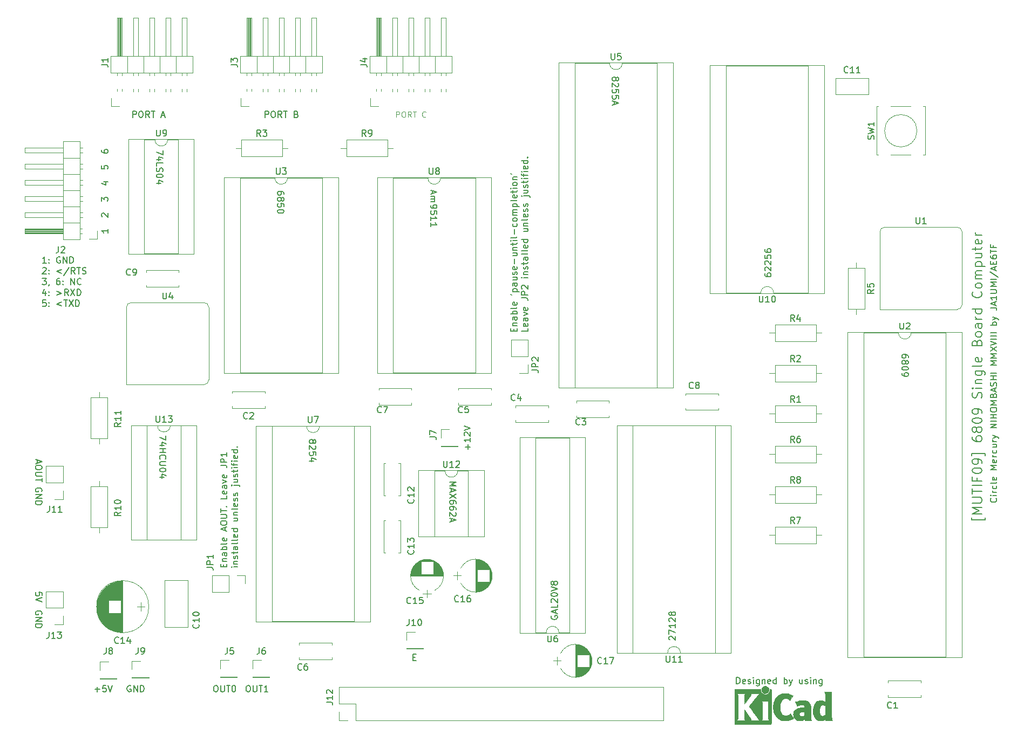
<source format=gto>
G04 #@! TF.FileFunction,Legend,Top*
%FSLAX46Y46*%
G04 Gerber Fmt 4.6, Leading zero omitted, Abs format (unit mm)*
G04 Created by KiCad (PCBNEW 4.0.7) date 07/01/18 21:37:15*
%MOMM*%
%LPD*%
G01*
G04 APERTURE LIST*
%ADD10C,0.100000*%
%ADD11C,0.200000*%
%ADD12C,0.150000*%
%ADD13C,0.120000*%
%ADD14C,0.010000*%
G04 APERTURE END LIST*
D10*
D11*
X53761905Y-68552381D02*
X53190476Y-68552381D01*
X53476190Y-68552381D02*
X53476190Y-67552381D01*
X53380952Y-67695238D01*
X53285714Y-67790476D01*
X53190476Y-67838095D01*
X54190476Y-68457143D02*
X54238095Y-68504762D01*
X54190476Y-68552381D01*
X54142857Y-68504762D01*
X54190476Y-68457143D01*
X54190476Y-68552381D01*
X54190476Y-67933333D02*
X54238095Y-67980952D01*
X54190476Y-68028571D01*
X54142857Y-67980952D01*
X54190476Y-67933333D01*
X54190476Y-68028571D01*
X55952381Y-67600000D02*
X55857143Y-67552381D01*
X55714286Y-67552381D01*
X55571428Y-67600000D01*
X55476190Y-67695238D01*
X55428571Y-67790476D01*
X55380952Y-67980952D01*
X55380952Y-68123810D01*
X55428571Y-68314286D01*
X55476190Y-68409524D01*
X55571428Y-68504762D01*
X55714286Y-68552381D01*
X55809524Y-68552381D01*
X55952381Y-68504762D01*
X56000000Y-68457143D01*
X56000000Y-68123810D01*
X55809524Y-68123810D01*
X56428571Y-68552381D02*
X56428571Y-67552381D01*
X57000000Y-68552381D01*
X57000000Y-67552381D01*
X57476190Y-68552381D02*
X57476190Y-67552381D01*
X57714285Y-67552381D01*
X57857143Y-67600000D01*
X57952381Y-67695238D01*
X58000000Y-67790476D01*
X58047619Y-67980952D01*
X58047619Y-68123810D01*
X58000000Y-68314286D01*
X57952381Y-68409524D01*
X57857143Y-68504762D01*
X57714285Y-68552381D01*
X57476190Y-68552381D01*
X53190476Y-69347619D02*
X53238095Y-69300000D01*
X53333333Y-69252381D01*
X53571429Y-69252381D01*
X53666667Y-69300000D01*
X53714286Y-69347619D01*
X53761905Y-69442857D01*
X53761905Y-69538095D01*
X53714286Y-69680952D01*
X53142857Y-70252381D01*
X53761905Y-70252381D01*
X54190476Y-70157143D02*
X54238095Y-70204762D01*
X54190476Y-70252381D01*
X54142857Y-70204762D01*
X54190476Y-70157143D01*
X54190476Y-70252381D01*
X54190476Y-69633333D02*
X54238095Y-69680952D01*
X54190476Y-69728571D01*
X54142857Y-69680952D01*
X54190476Y-69633333D01*
X54190476Y-69728571D01*
X56190476Y-69585714D02*
X55428571Y-69871429D01*
X56190476Y-70157143D01*
X57380952Y-69204762D02*
X56523809Y-70490476D01*
X58285714Y-70252381D02*
X57952380Y-69776190D01*
X57714285Y-70252381D02*
X57714285Y-69252381D01*
X58095238Y-69252381D01*
X58190476Y-69300000D01*
X58238095Y-69347619D01*
X58285714Y-69442857D01*
X58285714Y-69585714D01*
X58238095Y-69680952D01*
X58190476Y-69728571D01*
X58095238Y-69776190D01*
X57714285Y-69776190D01*
X58571428Y-69252381D02*
X59142857Y-69252381D01*
X58857142Y-70252381D02*
X58857142Y-69252381D01*
X59428571Y-70204762D02*
X59571428Y-70252381D01*
X59809524Y-70252381D01*
X59904762Y-70204762D01*
X59952381Y-70157143D01*
X60000000Y-70061905D01*
X60000000Y-69966667D01*
X59952381Y-69871429D01*
X59904762Y-69823810D01*
X59809524Y-69776190D01*
X59619047Y-69728571D01*
X59523809Y-69680952D01*
X59476190Y-69633333D01*
X59428571Y-69538095D01*
X59428571Y-69442857D01*
X59476190Y-69347619D01*
X59523809Y-69300000D01*
X59619047Y-69252381D01*
X59857143Y-69252381D01*
X60000000Y-69300000D01*
X53142857Y-70952381D02*
X53761905Y-70952381D01*
X53428571Y-71333333D01*
X53571429Y-71333333D01*
X53666667Y-71380952D01*
X53714286Y-71428571D01*
X53761905Y-71523810D01*
X53761905Y-71761905D01*
X53714286Y-71857143D01*
X53666667Y-71904762D01*
X53571429Y-71952381D01*
X53285714Y-71952381D01*
X53190476Y-71904762D01*
X53142857Y-71857143D01*
X54238095Y-71904762D02*
X54238095Y-71952381D01*
X54190476Y-72047619D01*
X54142857Y-72095238D01*
X55857143Y-70952381D02*
X55666666Y-70952381D01*
X55571428Y-71000000D01*
X55523809Y-71047619D01*
X55428571Y-71190476D01*
X55380952Y-71380952D01*
X55380952Y-71761905D01*
X55428571Y-71857143D01*
X55476190Y-71904762D01*
X55571428Y-71952381D01*
X55761905Y-71952381D01*
X55857143Y-71904762D01*
X55904762Y-71857143D01*
X55952381Y-71761905D01*
X55952381Y-71523810D01*
X55904762Y-71428571D01*
X55857143Y-71380952D01*
X55761905Y-71333333D01*
X55571428Y-71333333D01*
X55476190Y-71380952D01*
X55428571Y-71428571D01*
X55380952Y-71523810D01*
X56380952Y-71857143D02*
X56428571Y-71904762D01*
X56380952Y-71952381D01*
X56333333Y-71904762D01*
X56380952Y-71857143D01*
X56380952Y-71952381D01*
X56380952Y-71333333D02*
X56428571Y-71380952D01*
X56380952Y-71428571D01*
X56333333Y-71380952D01*
X56380952Y-71333333D01*
X56380952Y-71428571D01*
X57619047Y-71952381D02*
X57619047Y-70952381D01*
X58190476Y-71952381D01*
X58190476Y-70952381D01*
X59238095Y-71857143D02*
X59190476Y-71904762D01*
X59047619Y-71952381D01*
X58952381Y-71952381D01*
X58809523Y-71904762D01*
X58714285Y-71809524D01*
X58666666Y-71714286D01*
X58619047Y-71523810D01*
X58619047Y-71380952D01*
X58666666Y-71190476D01*
X58714285Y-71095238D01*
X58809523Y-71000000D01*
X58952381Y-70952381D01*
X59047619Y-70952381D01*
X59190476Y-71000000D01*
X59238095Y-71047619D01*
X53666667Y-72985714D02*
X53666667Y-73652381D01*
X53428571Y-72604762D02*
X53190476Y-73319048D01*
X53809524Y-73319048D01*
X54190476Y-73557143D02*
X54238095Y-73604762D01*
X54190476Y-73652381D01*
X54142857Y-73604762D01*
X54190476Y-73557143D01*
X54190476Y-73652381D01*
X54190476Y-73033333D02*
X54238095Y-73080952D01*
X54190476Y-73128571D01*
X54142857Y-73080952D01*
X54190476Y-73033333D01*
X54190476Y-73128571D01*
X55428571Y-72985714D02*
X56190476Y-73271429D01*
X55428571Y-73557143D01*
X57238095Y-73652381D02*
X56904761Y-73176190D01*
X56666666Y-73652381D02*
X56666666Y-72652381D01*
X57047619Y-72652381D01*
X57142857Y-72700000D01*
X57190476Y-72747619D01*
X57238095Y-72842857D01*
X57238095Y-72985714D01*
X57190476Y-73080952D01*
X57142857Y-73128571D01*
X57047619Y-73176190D01*
X56666666Y-73176190D01*
X57571428Y-72652381D02*
X58238095Y-73652381D01*
X58238095Y-72652381D02*
X57571428Y-73652381D01*
X58619047Y-73652381D02*
X58619047Y-72652381D01*
X58857142Y-72652381D01*
X59000000Y-72700000D01*
X59095238Y-72795238D01*
X59142857Y-72890476D01*
X59190476Y-73080952D01*
X59190476Y-73223810D01*
X59142857Y-73414286D01*
X59095238Y-73509524D01*
X59000000Y-73604762D01*
X58857142Y-73652381D01*
X58619047Y-73652381D01*
X53714286Y-74352381D02*
X53238095Y-74352381D01*
X53190476Y-74828571D01*
X53238095Y-74780952D01*
X53333333Y-74733333D01*
X53571429Y-74733333D01*
X53666667Y-74780952D01*
X53714286Y-74828571D01*
X53761905Y-74923810D01*
X53761905Y-75161905D01*
X53714286Y-75257143D01*
X53666667Y-75304762D01*
X53571429Y-75352381D01*
X53333333Y-75352381D01*
X53238095Y-75304762D01*
X53190476Y-75257143D01*
X54190476Y-75257143D02*
X54238095Y-75304762D01*
X54190476Y-75352381D01*
X54142857Y-75304762D01*
X54190476Y-75257143D01*
X54190476Y-75352381D01*
X54190476Y-74733333D02*
X54238095Y-74780952D01*
X54190476Y-74828571D01*
X54142857Y-74780952D01*
X54190476Y-74733333D01*
X54190476Y-74828571D01*
X56190476Y-74685714D02*
X55428571Y-74971429D01*
X56190476Y-75257143D01*
X56523809Y-74352381D02*
X57095238Y-74352381D01*
X56809523Y-75352381D02*
X56809523Y-74352381D01*
X57333333Y-74352381D02*
X58000000Y-75352381D01*
X58000000Y-74352381D02*
X57333333Y-75352381D01*
X58380952Y-75352381D02*
X58380952Y-74352381D01*
X58619047Y-74352381D01*
X58761905Y-74400000D01*
X58857143Y-74495238D01*
X58904762Y-74590476D01*
X58952381Y-74780952D01*
X58952381Y-74923810D01*
X58904762Y-75114286D01*
X58857143Y-75209524D01*
X58761905Y-75304762D01*
X58619047Y-75352381D01*
X58380952Y-75352381D01*
D12*
X62452381Y-58833333D02*
X62452381Y-58214285D01*
X62833333Y-58547619D01*
X62833333Y-58404761D01*
X62880952Y-58309523D01*
X62928571Y-58261904D01*
X63023810Y-58214285D01*
X63261905Y-58214285D01*
X63357143Y-58261904D01*
X63404762Y-58309523D01*
X63452381Y-58404761D01*
X63452381Y-58690476D01*
X63404762Y-58785714D01*
X63357143Y-58833333D01*
X62452381Y-50809523D02*
X62452381Y-51000000D01*
X62500000Y-51095238D01*
X62547619Y-51142857D01*
X62690476Y-51238095D01*
X62880952Y-51285714D01*
X63261905Y-51285714D01*
X63357143Y-51238095D01*
X63404762Y-51190476D01*
X63452381Y-51095238D01*
X63452381Y-50904761D01*
X63404762Y-50809523D01*
X63357143Y-50761904D01*
X63261905Y-50714285D01*
X63023810Y-50714285D01*
X62928571Y-50761904D01*
X62880952Y-50809523D01*
X62833333Y-50904761D01*
X62833333Y-51095238D01*
X62880952Y-51190476D01*
X62928571Y-51238095D01*
X63023810Y-51285714D01*
D11*
X81578571Y-116261905D02*
X81578571Y-115928571D01*
X82102381Y-115785714D02*
X82102381Y-116261905D01*
X81102381Y-116261905D01*
X81102381Y-115785714D01*
X81435714Y-115357143D02*
X82102381Y-115357143D01*
X81530952Y-115357143D02*
X81483333Y-115309524D01*
X81435714Y-115214286D01*
X81435714Y-115071428D01*
X81483333Y-114976190D01*
X81578571Y-114928571D01*
X82102381Y-114928571D01*
X82102381Y-114023809D02*
X81578571Y-114023809D01*
X81483333Y-114071428D01*
X81435714Y-114166666D01*
X81435714Y-114357143D01*
X81483333Y-114452381D01*
X82054762Y-114023809D02*
X82102381Y-114119047D01*
X82102381Y-114357143D01*
X82054762Y-114452381D01*
X81959524Y-114500000D01*
X81864286Y-114500000D01*
X81769048Y-114452381D01*
X81721429Y-114357143D01*
X81721429Y-114119047D01*
X81673810Y-114023809D01*
X82102381Y-113547619D02*
X81102381Y-113547619D01*
X81483333Y-113547619D02*
X81435714Y-113452381D01*
X81435714Y-113261904D01*
X81483333Y-113166666D01*
X81530952Y-113119047D01*
X81626190Y-113071428D01*
X81911905Y-113071428D01*
X82007143Y-113119047D01*
X82054762Y-113166666D01*
X82102381Y-113261904D01*
X82102381Y-113452381D01*
X82054762Y-113547619D01*
X82102381Y-112500000D02*
X82054762Y-112595238D01*
X81959524Y-112642857D01*
X81102381Y-112642857D01*
X82054762Y-111738094D02*
X82102381Y-111833332D01*
X82102381Y-112023809D01*
X82054762Y-112119047D01*
X81959524Y-112166666D01*
X81578571Y-112166666D01*
X81483333Y-112119047D01*
X81435714Y-112023809D01*
X81435714Y-111833332D01*
X81483333Y-111738094D01*
X81578571Y-111690475D01*
X81673810Y-111690475D01*
X81769048Y-112166666D01*
X81816667Y-110547618D02*
X81816667Y-110071427D01*
X82102381Y-110642856D02*
X81102381Y-110309523D01*
X82102381Y-109976189D01*
X81102381Y-109452380D02*
X81102381Y-109261903D01*
X81150000Y-109166665D01*
X81245238Y-109071427D01*
X81435714Y-109023808D01*
X81769048Y-109023808D01*
X81959524Y-109071427D01*
X82054762Y-109166665D01*
X82102381Y-109261903D01*
X82102381Y-109452380D01*
X82054762Y-109547618D01*
X81959524Y-109642856D01*
X81769048Y-109690475D01*
X81435714Y-109690475D01*
X81245238Y-109642856D01*
X81150000Y-109547618D01*
X81102381Y-109452380D01*
X81102381Y-108595237D02*
X81911905Y-108595237D01*
X82007143Y-108547618D01*
X82054762Y-108499999D01*
X82102381Y-108404761D01*
X82102381Y-108214284D01*
X82054762Y-108119046D01*
X82007143Y-108071427D01*
X81911905Y-108023808D01*
X81102381Y-108023808D01*
X81102381Y-107690475D02*
X81102381Y-107119046D01*
X82102381Y-107404761D02*
X81102381Y-107404761D01*
X82007143Y-106785713D02*
X82054762Y-106738094D01*
X82102381Y-106785713D01*
X82054762Y-106833332D01*
X82007143Y-106785713D01*
X82102381Y-106785713D01*
X82102381Y-105071427D02*
X82102381Y-105547618D01*
X81102381Y-105547618D01*
X82054762Y-104357141D02*
X82102381Y-104452379D01*
X82102381Y-104642856D01*
X82054762Y-104738094D01*
X81959524Y-104785713D01*
X81578571Y-104785713D01*
X81483333Y-104738094D01*
X81435714Y-104642856D01*
X81435714Y-104452379D01*
X81483333Y-104357141D01*
X81578571Y-104309522D01*
X81673810Y-104309522D01*
X81769048Y-104785713D01*
X82102381Y-103452379D02*
X81578571Y-103452379D01*
X81483333Y-103499998D01*
X81435714Y-103595236D01*
X81435714Y-103785713D01*
X81483333Y-103880951D01*
X82054762Y-103452379D02*
X82102381Y-103547617D01*
X82102381Y-103785713D01*
X82054762Y-103880951D01*
X81959524Y-103928570D01*
X81864286Y-103928570D01*
X81769048Y-103880951D01*
X81721429Y-103785713D01*
X81721429Y-103547617D01*
X81673810Y-103452379D01*
X81435714Y-103071427D02*
X82102381Y-102833332D01*
X81435714Y-102595236D01*
X82054762Y-101833331D02*
X82102381Y-101928569D01*
X82102381Y-102119046D01*
X82054762Y-102214284D01*
X81959524Y-102261903D01*
X81578571Y-102261903D01*
X81483333Y-102214284D01*
X81435714Y-102119046D01*
X81435714Y-101928569D01*
X81483333Y-101833331D01*
X81578571Y-101785712D01*
X81673810Y-101785712D01*
X81769048Y-102261903D01*
X81102381Y-100309521D02*
X81816667Y-100309521D01*
X81959524Y-100357141D01*
X82054762Y-100452379D01*
X82102381Y-100595236D01*
X82102381Y-100690474D01*
X82102381Y-99833331D02*
X81102381Y-99833331D01*
X81102381Y-99452378D01*
X81150000Y-99357140D01*
X81197619Y-99309521D01*
X81292857Y-99261902D01*
X81435714Y-99261902D01*
X81530952Y-99309521D01*
X81578571Y-99357140D01*
X81626190Y-99452378D01*
X81626190Y-99833331D01*
X82102381Y-98309521D02*
X82102381Y-98880950D01*
X82102381Y-98595236D02*
X81102381Y-98595236D01*
X81245238Y-98690474D01*
X81340476Y-98785712D01*
X81388095Y-98880950D01*
X83802381Y-116261905D02*
X83135714Y-116261905D01*
X82802381Y-116261905D02*
X82850000Y-116309524D01*
X82897619Y-116261905D01*
X82850000Y-116214286D01*
X82802381Y-116261905D01*
X82897619Y-116261905D01*
X83135714Y-115785715D02*
X83802381Y-115785715D01*
X83230952Y-115785715D02*
X83183333Y-115738096D01*
X83135714Y-115642858D01*
X83135714Y-115500000D01*
X83183333Y-115404762D01*
X83278571Y-115357143D01*
X83802381Y-115357143D01*
X83754762Y-114928572D02*
X83802381Y-114833334D01*
X83802381Y-114642858D01*
X83754762Y-114547619D01*
X83659524Y-114500000D01*
X83611905Y-114500000D01*
X83516667Y-114547619D01*
X83469048Y-114642858D01*
X83469048Y-114785715D01*
X83421429Y-114880953D01*
X83326190Y-114928572D01*
X83278571Y-114928572D01*
X83183333Y-114880953D01*
X83135714Y-114785715D01*
X83135714Y-114642858D01*
X83183333Y-114547619D01*
X83135714Y-114214286D02*
X83135714Y-113833334D01*
X82802381Y-114071429D02*
X83659524Y-114071429D01*
X83754762Y-114023810D01*
X83802381Y-113928572D01*
X83802381Y-113833334D01*
X83802381Y-113071428D02*
X83278571Y-113071428D01*
X83183333Y-113119047D01*
X83135714Y-113214285D01*
X83135714Y-113404762D01*
X83183333Y-113500000D01*
X83754762Y-113071428D02*
X83802381Y-113166666D01*
X83802381Y-113404762D01*
X83754762Y-113500000D01*
X83659524Y-113547619D01*
X83564286Y-113547619D01*
X83469048Y-113500000D01*
X83421429Y-113404762D01*
X83421429Y-113166666D01*
X83373810Y-113071428D01*
X83802381Y-112452381D02*
X83754762Y-112547619D01*
X83659524Y-112595238D01*
X82802381Y-112595238D01*
X83802381Y-111928571D02*
X83754762Y-112023809D01*
X83659524Y-112071428D01*
X82802381Y-112071428D01*
X83754762Y-111166665D02*
X83802381Y-111261903D01*
X83802381Y-111452380D01*
X83754762Y-111547618D01*
X83659524Y-111595237D01*
X83278571Y-111595237D01*
X83183333Y-111547618D01*
X83135714Y-111452380D01*
X83135714Y-111261903D01*
X83183333Y-111166665D01*
X83278571Y-111119046D01*
X83373810Y-111119046D01*
X83469048Y-111595237D01*
X83802381Y-110261903D02*
X82802381Y-110261903D01*
X83754762Y-110261903D02*
X83802381Y-110357141D01*
X83802381Y-110547618D01*
X83754762Y-110642856D01*
X83707143Y-110690475D01*
X83611905Y-110738094D01*
X83326190Y-110738094D01*
X83230952Y-110690475D01*
X83183333Y-110642856D01*
X83135714Y-110547618D01*
X83135714Y-110357141D01*
X83183333Y-110261903D01*
X83135714Y-108595236D02*
X83802381Y-108595236D01*
X83135714Y-109023808D02*
X83659524Y-109023808D01*
X83754762Y-108976189D01*
X83802381Y-108880951D01*
X83802381Y-108738093D01*
X83754762Y-108642855D01*
X83707143Y-108595236D01*
X83135714Y-108119046D02*
X83802381Y-108119046D01*
X83230952Y-108119046D02*
X83183333Y-108071427D01*
X83135714Y-107976189D01*
X83135714Y-107833331D01*
X83183333Y-107738093D01*
X83278571Y-107690474D01*
X83802381Y-107690474D01*
X83802381Y-107071427D02*
X83754762Y-107166665D01*
X83659524Y-107214284D01*
X82802381Y-107214284D01*
X83754762Y-106309521D02*
X83802381Y-106404759D01*
X83802381Y-106595236D01*
X83754762Y-106690474D01*
X83659524Y-106738093D01*
X83278571Y-106738093D01*
X83183333Y-106690474D01*
X83135714Y-106595236D01*
X83135714Y-106404759D01*
X83183333Y-106309521D01*
X83278571Y-106261902D01*
X83373810Y-106261902D01*
X83469048Y-106738093D01*
X83754762Y-105880950D02*
X83802381Y-105785712D01*
X83802381Y-105595236D01*
X83754762Y-105499997D01*
X83659524Y-105452378D01*
X83611905Y-105452378D01*
X83516667Y-105499997D01*
X83469048Y-105595236D01*
X83469048Y-105738093D01*
X83421429Y-105833331D01*
X83326190Y-105880950D01*
X83278571Y-105880950D01*
X83183333Y-105833331D01*
X83135714Y-105738093D01*
X83135714Y-105595236D01*
X83183333Y-105499997D01*
X83754762Y-105071426D02*
X83802381Y-104976188D01*
X83802381Y-104785712D01*
X83754762Y-104690473D01*
X83659524Y-104642854D01*
X83611905Y-104642854D01*
X83516667Y-104690473D01*
X83469048Y-104785712D01*
X83469048Y-104928569D01*
X83421429Y-105023807D01*
X83326190Y-105071426D01*
X83278571Y-105071426D01*
X83183333Y-105023807D01*
X83135714Y-104928569D01*
X83135714Y-104785712D01*
X83183333Y-104690473D01*
X83135714Y-103452378D02*
X83992857Y-103452378D01*
X84088095Y-103499997D01*
X84135714Y-103595235D01*
X84135714Y-103642854D01*
X82802381Y-103452378D02*
X82850000Y-103499997D01*
X82897619Y-103452378D01*
X82850000Y-103404759D01*
X82802381Y-103452378D01*
X82897619Y-103452378D01*
X83135714Y-102547616D02*
X83802381Y-102547616D01*
X83135714Y-102976188D02*
X83659524Y-102976188D01*
X83754762Y-102928569D01*
X83802381Y-102833331D01*
X83802381Y-102690473D01*
X83754762Y-102595235D01*
X83707143Y-102547616D01*
X83754762Y-102119045D02*
X83802381Y-102023807D01*
X83802381Y-101833331D01*
X83754762Y-101738092D01*
X83659524Y-101690473D01*
X83611905Y-101690473D01*
X83516667Y-101738092D01*
X83469048Y-101833331D01*
X83469048Y-101976188D01*
X83421429Y-102071426D01*
X83326190Y-102119045D01*
X83278571Y-102119045D01*
X83183333Y-102071426D01*
X83135714Y-101976188D01*
X83135714Y-101833331D01*
X83183333Y-101738092D01*
X83135714Y-101404759D02*
X83135714Y-101023807D01*
X82802381Y-101261902D02*
X83659524Y-101261902D01*
X83754762Y-101214283D01*
X83802381Y-101119045D01*
X83802381Y-101023807D01*
X83802381Y-100690473D02*
X83135714Y-100690473D01*
X82802381Y-100690473D02*
X82850000Y-100738092D01*
X82897619Y-100690473D01*
X82850000Y-100642854D01*
X82802381Y-100690473D01*
X82897619Y-100690473D01*
X83135714Y-100357140D02*
X83135714Y-99976188D01*
X83802381Y-100214283D02*
X82945238Y-100214283D01*
X82850000Y-100166664D01*
X82802381Y-100071426D01*
X82802381Y-99976188D01*
X83802381Y-99642854D02*
X83135714Y-99642854D01*
X82802381Y-99642854D02*
X82850000Y-99690473D01*
X82897619Y-99642854D01*
X82850000Y-99595235D01*
X82802381Y-99642854D01*
X82897619Y-99642854D01*
X83754762Y-98785711D02*
X83802381Y-98880949D01*
X83802381Y-99071426D01*
X83754762Y-99166664D01*
X83659524Y-99214283D01*
X83278571Y-99214283D01*
X83183333Y-99166664D01*
X83135714Y-99071426D01*
X83135714Y-98880949D01*
X83183333Y-98785711D01*
X83278571Y-98738092D01*
X83373810Y-98738092D01*
X83469048Y-99214283D01*
X83802381Y-97880949D02*
X82802381Y-97880949D01*
X83754762Y-97880949D02*
X83802381Y-97976187D01*
X83802381Y-98166664D01*
X83754762Y-98261902D01*
X83707143Y-98309521D01*
X83611905Y-98357140D01*
X83326190Y-98357140D01*
X83230952Y-98309521D01*
X83183333Y-98261902D01*
X83135714Y-98166664D01*
X83135714Y-97976187D01*
X83183333Y-97880949D01*
X83707143Y-97404759D02*
X83754762Y-97357140D01*
X83802381Y-97404759D01*
X83754762Y-97452378D01*
X83707143Y-97404759D01*
X83802381Y-97404759D01*
X127078571Y-79261905D02*
X127078571Y-78928571D01*
X127602381Y-78785714D02*
X127602381Y-79261905D01*
X126602381Y-79261905D01*
X126602381Y-78785714D01*
X126935714Y-78357143D02*
X127602381Y-78357143D01*
X127030952Y-78357143D02*
X126983333Y-78309524D01*
X126935714Y-78214286D01*
X126935714Y-78071428D01*
X126983333Y-77976190D01*
X127078571Y-77928571D01*
X127602381Y-77928571D01*
X127602381Y-77023809D02*
X127078571Y-77023809D01*
X126983333Y-77071428D01*
X126935714Y-77166666D01*
X126935714Y-77357143D01*
X126983333Y-77452381D01*
X127554762Y-77023809D02*
X127602381Y-77119047D01*
X127602381Y-77357143D01*
X127554762Y-77452381D01*
X127459524Y-77500000D01*
X127364286Y-77500000D01*
X127269048Y-77452381D01*
X127221429Y-77357143D01*
X127221429Y-77119047D01*
X127173810Y-77023809D01*
X127602381Y-76547619D02*
X126602381Y-76547619D01*
X126983333Y-76547619D02*
X126935714Y-76452381D01*
X126935714Y-76261904D01*
X126983333Y-76166666D01*
X127030952Y-76119047D01*
X127126190Y-76071428D01*
X127411905Y-76071428D01*
X127507143Y-76119047D01*
X127554762Y-76166666D01*
X127602381Y-76261904D01*
X127602381Y-76452381D01*
X127554762Y-76547619D01*
X127602381Y-75500000D02*
X127554762Y-75595238D01*
X127459524Y-75642857D01*
X126602381Y-75642857D01*
X127554762Y-74738094D02*
X127602381Y-74833332D01*
X127602381Y-75023809D01*
X127554762Y-75119047D01*
X127459524Y-75166666D01*
X127078571Y-75166666D01*
X126983333Y-75119047D01*
X126935714Y-75023809D01*
X126935714Y-74833332D01*
X126983333Y-74738094D01*
X127078571Y-74690475D01*
X127173810Y-74690475D01*
X127269048Y-75166666D01*
X126602381Y-73452380D02*
X126792857Y-73547618D01*
X126935714Y-73023809D02*
X127935714Y-73023809D01*
X126983333Y-73023809D02*
X126935714Y-72928571D01*
X126935714Y-72738094D01*
X126983333Y-72642856D01*
X127030952Y-72595237D01*
X127126190Y-72547618D01*
X127411905Y-72547618D01*
X127507143Y-72595237D01*
X127554762Y-72642856D01*
X127602381Y-72738094D01*
X127602381Y-72928571D01*
X127554762Y-73023809D01*
X127602381Y-71690475D02*
X127078571Y-71690475D01*
X126983333Y-71738094D01*
X126935714Y-71833332D01*
X126935714Y-72023809D01*
X126983333Y-72119047D01*
X127554762Y-71690475D02*
X127602381Y-71785713D01*
X127602381Y-72023809D01*
X127554762Y-72119047D01*
X127459524Y-72166666D01*
X127364286Y-72166666D01*
X127269048Y-72119047D01*
X127221429Y-72023809D01*
X127221429Y-71785713D01*
X127173810Y-71690475D01*
X126935714Y-70785713D02*
X127602381Y-70785713D01*
X126935714Y-71214285D02*
X127459524Y-71214285D01*
X127554762Y-71166666D01*
X127602381Y-71071428D01*
X127602381Y-70928570D01*
X127554762Y-70833332D01*
X127507143Y-70785713D01*
X127554762Y-70357142D02*
X127602381Y-70261904D01*
X127602381Y-70071428D01*
X127554762Y-69976189D01*
X127459524Y-69928570D01*
X127411905Y-69928570D01*
X127316667Y-69976189D01*
X127269048Y-70071428D01*
X127269048Y-70214285D01*
X127221429Y-70309523D01*
X127126190Y-70357142D01*
X127078571Y-70357142D01*
X126983333Y-70309523D01*
X126935714Y-70214285D01*
X126935714Y-70071428D01*
X126983333Y-69976189D01*
X127554762Y-69119046D02*
X127602381Y-69214284D01*
X127602381Y-69404761D01*
X127554762Y-69499999D01*
X127459524Y-69547618D01*
X127078571Y-69547618D01*
X126983333Y-69499999D01*
X126935714Y-69404761D01*
X126935714Y-69214284D01*
X126983333Y-69119046D01*
X127078571Y-69071427D01*
X127173810Y-69071427D01*
X127269048Y-69547618D01*
X127221429Y-68642856D02*
X127221429Y-67880951D01*
X126935714Y-66976189D02*
X127602381Y-66976189D01*
X126935714Y-67404761D02*
X127459524Y-67404761D01*
X127554762Y-67357142D01*
X127602381Y-67261904D01*
X127602381Y-67119046D01*
X127554762Y-67023808D01*
X127507143Y-66976189D01*
X126935714Y-66499999D02*
X127602381Y-66499999D01*
X127030952Y-66499999D02*
X126983333Y-66452380D01*
X126935714Y-66357142D01*
X126935714Y-66214284D01*
X126983333Y-66119046D01*
X127078571Y-66071427D01*
X127602381Y-66071427D01*
X126935714Y-65738094D02*
X126935714Y-65357142D01*
X126602381Y-65595237D02*
X127459524Y-65595237D01*
X127554762Y-65547618D01*
X127602381Y-65452380D01*
X127602381Y-65357142D01*
X127602381Y-65023808D02*
X126935714Y-65023808D01*
X126602381Y-65023808D02*
X126650000Y-65071427D01*
X126697619Y-65023808D01*
X126650000Y-64976189D01*
X126602381Y-65023808D01*
X126697619Y-65023808D01*
X127602381Y-64404761D02*
X127554762Y-64499999D01*
X127459524Y-64547618D01*
X126602381Y-64547618D01*
X127221429Y-64023808D02*
X127221429Y-63261903D01*
X127554762Y-62357141D02*
X127602381Y-62452379D01*
X127602381Y-62642856D01*
X127554762Y-62738094D01*
X127507143Y-62785713D01*
X127411905Y-62833332D01*
X127126190Y-62833332D01*
X127030952Y-62785713D01*
X126983333Y-62738094D01*
X126935714Y-62642856D01*
X126935714Y-62452379D01*
X126983333Y-62357141D01*
X127602381Y-61785713D02*
X127554762Y-61880951D01*
X127507143Y-61928570D01*
X127411905Y-61976189D01*
X127126190Y-61976189D01*
X127030952Y-61928570D01*
X126983333Y-61880951D01*
X126935714Y-61785713D01*
X126935714Y-61642855D01*
X126983333Y-61547617D01*
X127030952Y-61499998D01*
X127126190Y-61452379D01*
X127411905Y-61452379D01*
X127507143Y-61499998D01*
X127554762Y-61547617D01*
X127602381Y-61642855D01*
X127602381Y-61785713D01*
X127602381Y-61023808D02*
X126935714Y-61023808D01*
X127030952Y-61023808D02*
X126983333Y-60976189D01*
X126935714Y-60880951D01*
X126935714Y-60738093D01*
X126983333Y-60642855D01*
X127078571Y-60595236D01*
X127602381Y-60595236D01*
X127078571Y-60595236D02*
X126983333Y-60547617D01*
X126935714Y-60452379D01*
X126935714Y-60309522D01*
X126983333Y-60214284D01*
X127078571Y-60166665D01*
X127602381Y-60166665D01*
X126935714Y-59690475D02*
X127935714Y-59690475D01*
X126983333Y-59690475D02*
X126935714Y-59595237D01*
X126935714Y-59404760D01*
X126983333Y-59309522D01*
X127030952Y-59261903D01*
X127126190Y-59214284D01*
X127411905Y-59214284D01*
X127507143Y-59261903D01*
X127554762Y-59309522D01*
X127602381Y-59404760D01*
X127602381Y-59595237D01*
X127554762Y-59690475D01*
X127602381Y-58642856D02*
X127554762Y-58738094D01*
X127459524Y-58785713D01*
X126602381Y-58785713D01*
X127554762Y-57880950D02*
X127602381Y-57976188D01*
X127602381Y-58166665D01*
X127554762Y-58261903D01*
X127459524Y-58309522D01*
X127078571Y-58309522D01*
X126983333Y-58261903D01*
X126935714Y-58166665D01*
X126935714Y-57976188D01*
X126983333Y-57880950D01*
X127078571Y-57833331D01*
X127173810Y-57833331D01*
X127269048Y-58309522D01*
X126935714Y-57547617D02*
X126935714Y-57166665D01*
X126602381Y-57404760D02*
X127459524Y-57404760D01*
X127554762Y-57357141D01*
X127602381Y-57261903D01*
X127602381Y-57166665D01*
X127602381Y-56833331D02*
X126935714Y-56833331D01*
X126602381Y-56833331D02*
X126650000Y-56880950D01*
X126697619Y-56833331D01*
X126650000Y-56785712D01*
X126602381Y-56833331D01*
X126697619Y-56833331D01*
X127602381Y-56214284D02*
X127554762Y-56309522D01*
X127507143Y-56357141D01*
X127411905Y-56404760D01*
X127126190Y-56404760D01*
X127030952Y-56357141D01*
X126983333Y-56309522D01*
X126935714Y-56214284D01*
X126935714Y-56071426D01*
X126983333Y-55976188D01*
X127030952Y-55928569D01*
X127126190Y-55880950D01*
X127411905Y-55880950D01*
X127507143Y-55928569D01*
X127554762Y-55976188D01*
X127602381Y-56071426D01*
X127602381Y-56214284D01*
X126935714Y-55452379D02*
X127602381Y-55452379D01*
X127030952Y-55452379D02*
X126983333Y-55404760D01*
X126935714Y-55309522D01*
X126935714Y-55166664D01*
X126983333Y-55071426D01*
X127078571Y-55023807D01*
X127602381Y-55023807D01*
X126602381Y-54499998D02*
X126792857Y-54595236D01*
X129302381Y-78785714D02*
X129302381Y-79261905D01*
X128302381Y-79261905D01*
X129254762Y-78071428D02*
X129302381Y-78166666D01*
X129302381Y-78357143D01*
X129254762Y-78452381D01*
X129159524Y-78500000D01*
X128778571Y-78500000D01*
X128683333Y-78452381D01*
X128635714Y-78357143D01*
X128635714Y-78166666D01*
X128683333Y-78071428D01*
X128778571Y-78023809D01*
X128873810Y-78023809D01*
X128969048Y-78500000D01*
X129302381Y-77166666D02*
X128778571Y-77166666D01*
X128683333Y-77214285D01*
X128635714Y-77309523D01*
X128635714Y-77500000D01*
X128683333Y-77595238D01*
X129254762Y-77166666D02*
X129302381Y-77261904D01*
X129302381Y-77500000D01*
X129254762Y-77595238D01*
X129159524Y-77642857D01*
X129064286Y-77642857D01*
X128969048Y-77595238D01*
X128921429Y-77500000D01*
X128921429Y-77261904D01*
X128873810Y-77166666D01*
X128635714Y-76785714D02*
X129302381Y-76547619D01*
X128635714Y-76309523D01*
X129254762Y-75547618D02*
X129302381Y-75642856D01*
X129302381Y-75833333D01*
X129254762Y-75928571D01*
X129159524Y-75976190D01*
X128778571Y-75976190D01*
X128683333Y-75928571D01*
X128635714Y-75833333D01*
X128635714Y-75642856D01*
X128683333Y-75547618D01*
X128778571Y-75499999D01*
X128873810Y-75499999D01*
X128969048Y-75976190D01*
X128302381Y-74023808D02*
X129016667Y-74023808D01*
X129159524Y-74071428D01*
X129254762Y-74166666D01*
X129302381Y-74309523D01*
X129302381Y-74404761D01*
X129302381Y-73547618D02*
X128302381Y-73547618D01*
X128302381Y-73166665D01*
X128350000Y-73071427D01*
X128397619Y-73023808D01*
X128492857Y-72976189D01*
X128635714Y-72976189D01*
X128730952Y-73023808D01*
X128778571Y-73071427D01*
X128826190Y-73166665D01*
X128826190Y-73547618D01*
X128397619Y-72595237D02*
X128350000Y-72547618D01*
X128302381Y-72452380D01*
X128302381Y-72214284D01*
X128350000Y-72119046D01*
X128397619Y-72071427D01*
X128492857Y-72023808D01*
X128588095Y-72023808D01*
X128730952Y-72071427D01*
X129302381Y-72642856D01*
X129302381Y-72023808D01*
X129302381Y-70833332D02*
X128635714Y-70833332D01*
X128302381Y-70833332D02*
X128350000Y-70880951D01*
X128397619Y-70833332D01*
X128350000Y-70785713D01*
X128302381Y-70833332D01*
X128397619Y-70833332D01*
X128635714Y-70357142D02*
X129302381Y-70357142D01*
X128730952Y-70357142D02*
X128683333Y-70309523D01*
X128635714Y-70214285D01*
X128635714Y-70071427D01*
X128683333Y-69976189D01*
X128778571Y-69928570D01*
X129302381Y-69928570D01*
X129254762Y-69499999D02*
X129302381Y-69404761D01*
X129302381Y-69214285D01*
X129254762Y-69119046D01*
X129159524Y-69071427D01*
X129111905Y-69071427D01*
X129016667Y-69119046D01*
X128969048Y-69214285D01*
X128969048Y-69357142D01*
X128921429Y-69452380D01*
X128826190Y-69499999D01*
X128778571Y-69499999D01*
X128683333Y-69452380D01*
X128635714Y-69357142D01*
X128635714Y-69214285D01*
X128683333Y-69119046D01*
X128635714Y-68785713D02*
X128635714Y-68404761D01*
X128302381Y-68642856D02*
X129159524Y-68642856D01*
X129254762Y-68595237D01*
X129302381Y-68499999D01*
X129302381Y-68404761D01*
X129302381Y-67642855D02*
X128778571Y-67642855D01*
X128683333Y-67690474D01*
X128635714Y-67785712D01*
X128635714Y-67976189D01*
X128683333Y-68071427D01*
X129254762Y-67642855D02*
X129302381Y-67738093D01*
X129302381Y-67976189D01*
X129254762Y-68071427D01*
X129159524Y-68119046D01*
X129064286Y-68119046D01*
X128969048Y-68071427D01*
X128921429Y-67976189D01*
X128921429Y-67738093D01*
X128873810Y-67642855D01*
X129302381Y-67023808D02*
X129254762Y-67119046D01*
X129159524Y-67166665D01*
X128302381Y-67166665D01*
X129302381Y-66499998D02*
X129254762Y-66595236D01*
X129159524Y-66642855D01*
X128302381Y-66642855D01*
X129254762Y-65738092D02*
X129302381Y-65833330D01*
X129302381Y-66023807D01*
X129254762Y-66119045D01*
X129159524Y-66166664D01*
X128778571Y-66166664D01*
X128683333Y-66119045D01*
X128635714Y-66023807D01*
X128635714Y-65833330D01*
X128683333Y-65738092D01*
X128778571Y-65690473D01*
X128873810Y-65690473D01*
X128969048Y-66166664D01*
X129302381Y-64833330D02*
X128302381Y-64833330D01*
X129254762Y-64833330D02*
X129302381Y-64928568D01*
X129302381Y-65119045D01*
X129254762Y-65214283D01*
X129207143Y-65261902D01*
X129111905Y-65309521D01*
X128826190Y-65309521D01*
X128730952Y-65261902D01*
X128683333Y-65214283D01*
X128635714Y-65119045D01*
X128635714Y-64928568D01*
X128683333Y-64833330D01*
X128635714Y-63166663D02*
X129302381Y-63166663D01*
X128635714Y-63595235D02*
X129159524Y-63595235D01*
X129254762Y-63547616D01*
X129302381Y-63452378D01*
X129302381Y-63309520D01*
X129254762Y-63214282D01*
X129207143Y-63166663D01*
X128635714Y-62690473D02*
X129302381Y-62690473D01*
X128730952Y-62690473D02*
X128683333Y-62642854D01*
X128635714Y-62547616D01*
X128635714Y-62404758D01*
X128683333Y-62309520D01*
X128778571Y-62261901D01*
X129302381Y-62261901D01*
X129302381Y-61642854D02*
X129254762Y-61738092D01*
X129159524Y-61785711D01*
X128302381Y-61785711D01*
X129254762Y-60880948D02*
X129302381Y-60976186D01*
X129302381Y-61166663D01*
X129254762Y-61261901D01*
X129159524Y-61309520D01*
X128778571Y-61309520D01*
X128683333Y-61261901D01*
X128635714Y-61166663D01*
X128635714Y-60976186D01*
X128683333Y-60880948D01*
X128778571Y-60833329D01*
X128873810Y-60833329D01*
X128969048Y-61309520D01*
X129254762Y-60452377D02*
X129302381Y-60357139D01*
X129302381Y-60166663D01*
X129254762Y-60071424D01*
X129159524Y-60023805D01*
X129111905Y-60023805D01*
X129016667Y-60071424D01*
X128969048Y-60166663D01*
X128969048Y-60309520D01*
X128921429Y-60404758D01*
X128826190Y-60452377D01*
X128778571Y-60452377D01*
X128683333Y-60404758D01*
X128635714Y-60309520D01*
X128635714Y-60166663D01*
X128683333Y-60071424D01*
X129254762Y-59642853D02*
X129302381Y-59547615D01*
X129302381Y-59357139D01*
X129254762Y-59261900D01*
X129159524Y-59214281D01*
X129111905Y-59214281D01*
X129016667Y-59261900D01*
X128969048Y-59357139D01*
X128969048Y-59499996D01*
X128921429Y-59595234D01*
X128826190Y-59642853D01*
X128778571Y-59642853D01*
X128683333Y-59595234D01*
X128635714Y-59499996D01*
X128635714Y-59357139D01*
X128683333Y-59261900D01*
X128635714Y-58023805D02*
X129492857Y-58023805D01*
X129588095Y-58071424D01*
X129635714Y-58166662D01*
X129635714Y-58214281D01*
X128302381Y-58023805D02*
X128350000Y-58071424D01*
X128397619Y-58023805D01*
X128350000Y-57976186D01*
X128302381Y-58023805D01*
X128397619Y-58023805D01*
X128635714Y-57119043D02*
X129302381Y-57119043D01*
X128635714Y-57547615D02*
X129159524Y-57547615D01*
X129254762Y-57499996D01*
X129302381Y-57404758D01*
X129302381Y-57261900D01*
X129254762Y-57166662D01*
X129207143Y-57119043D01*
X129254762Y-56690472D02*
X129302381Y-56595234D01*
X129302381Y-56404758D01*
X129254762Y-56309519D01*
X129159524Y-56261900D01*
X129111905Y-56261900D01*
X129016667Y-56309519D01*
X128969048Y-56404758D01*
X128969048Y-56547615D01*
X128921429Y-56642853D01*
X128826190Y-56690472D01*
X128778571Y-56690472D01*
X128683333Y-56642853D01*
X128635714Y-56547615D01*
X128635714Y-56404758D01*
X128683333Y-56309519D01*
X128635714Y-55976186D02*
X128635714Y-55595234D01*
X128302381Y-55833329D02*
X129159524Y-55833329D01*
X129254762Y-55785710D01*
X129302381Y-55690472D01*
X129302381Y-55595234D01*
X129302381Y-55261900D02*
X128635714Y-55261900D01*
X128302381Y-55261900D02*
X128350000Y-55309519D01*
X128397619Y-55261900D01*
X128350000Y-55214281D01*
X128302381Y-55261900D01*
X128397619Y-55261900D01*
X128635714Y-54928567D02*
X128635714Y-54547615D01*
X129302381Y-54785710D02*
X128445238Y-54785710D01*
X128350000Y-54738091D01*
X128302381Y-54642853D01*
X128302381Y-54547615D01*
X129302381Y-54214281D02*
X128635714Y-54214281D01*
X128302381Y-54214281D02*
X128350000Y-54261900D01*
X128397619Y-54214281D01*
X128350000Y-54166662D01*
X128302381Y-54214281D01*
X128397619Y-54214281D01*
X129254762Y-53357138D02*
X129302381Y-53452376D01*
X129302381Y-53642853D01*
X129254762Y-53738091D01*
X129159524Y-53785710D01*
X128778571Y-53785710D01*
X128683333Y-53738091D01*
X128635714Y-53642853D01*
X128635714Y-53452376D01*
X128683333Y-53357138D01*
X128778571Y-53309519D01*
X128873810Y-53309519D01*
X128969048Y-53785710D01*
X129302381Y-52452376D02*
X128302381Y-52452376D01*
X129254762Y-52452376D02*
X129302381Y-52547614D01*
X129302381Y-52738091D01*
X129254762Y-52833329D01*
X129207143Y-52880948D01*
X129111905Y-52928567D01*
X128826190Y-52928567D01*
X128730952Y-52880948D01*
X128683333Y-52833329D01*
X128635714Y-52738091D01*
X128635714Y-52547614D01*
X128683333Y-52452376D01*
X129207143Y-51976186D02*
X129254762Y-51928567D01*
X129302381Y-51976186D01*
X129254762Y-52023805D01*
X129207143Y-51976186D01*
X129302381Y-51976186D01*
D12*
X95619048Y-96476190D02*
X95666667Y-96380952D01*
X95714286Y-96333333D01*
X95809524Y-96285714D01*
X95857143Y-96285714D01*
X95952381Y-96333333D01*
X96000000Y-96380952D01*
X96047619Y-96476190D01*
X96047619Y-96666667D01*
X96000000Y-96761905D01*
X95952381Y-96809524D01*
X95857143Y-96857143D01*
X95809524Y-96857143D01*
X95714286Y-96809524D01*
X95666667Y-96761905D01*
X95619048Y-96666667D01*
X95619048Y-96476190D01*
X95571429Y-96380952D01*
X95523810Y-96333333D01*
X95428571Y-96285714D01*
X95238095Y-96285714D01*
X95142857Y-96333333D01*
X95095238Y-96380952D01*
X95047619Y-96476190D01*
X95047619Y-96666667D01*
X95095238Y-96761905D01*
X95142857Y-96809524D01*
X95238095Y-96857143D01*
X95428571Y-96857143D01*
X95523810Y-96809524D01*
X95571429Y-96761905D01*
X95619048Y-96666667D01*
X95952381Y-97238095D02*
X96000000Y-97285714D01*
X96047619Y-97380952D01*
X96047619Y-97619048D01*
X96000000Y-97714286D01*
X95952381Y-97761905D01*
X95857143Y-97809524D01*
X95761905Y-97809524D01*
X95619048Y-97761905D01*
X95047619Y-97190476D01*
X95047619Y-97809524D01*
X96047619Y-98714286D02*
X96047619Y-98238095D01*
X95571429Y-98190476D01*
X95619048Y-98238095D01*
X95666667Y-98333333D01*
X95666667Y-98571429D01*
X95619048Y-98666667D01*
X95571429Y-98714286D01*
X95476190Y-98761905D01*
X95238095Y-98761905D01*
X95142857Y-98714286D01*
X95095238Y-98666667D01*
X95047619Y-98571429D01*
X95047619Y-98333333D01*
X95095238Y-98238095D01*
X95142857Y-98190476D01*
X95714286Y-99619048D02*
X95047619Y-99619048D01*
X96095238Y-99380952D02*
X95380952Y-99142857D01*
X95380952Y-99761905D01*
X72547619Y-95690476D02*
X72547619Y-96357143D01*
X71547619Y-95928571D01*
X72214286Y-97166667D02*
X71547619Y-97166667D01*
X72595238Y-96928571D02*
X71880952Y-96690476D01*
X71880952Y-97309524D01*
X71547619Y-97690476D02*
X72547619Y-97690476D01*
X72071429Y-97690476D02*
X72071429Y-98261905D01*
X71547619Y-98261905D02*
X72547619Y-98261905D01*
X71642857Y-99309524D02*
X71595238Y-99261905D01*
X71547619Y-99119048D01*
X71547619Y-99023810D01*
X71595238Y-98880952D01*
X71690476Y-98785714D01*
X71785714Y-98738095D01*
X71976190Y-98690476D01*
X72119048Y-98690476D01*
X72309524Y-98738095D01*
X72404762Y-98785714D01*
X72500000Y-98880952D01*
X72547619Y-99023810D01*
X72547619Y-99119048D01*
X72500000Y-99261905D01*
X72452381Y-99309524D01*
X72547619Y-99738095D02*
X71738095Y-99738095D01*
X71642857Y-99785714D01*
X71595238Y-99833333D01*
X71547619Y-99928571D01*
X71547619Y-100119048D01*
X71595238Y-100214286D01*
X71642857Y-100261905D01*
X71738095Y-100309524D01*
X72547619Y-100309524D01*
X72547619Y-100976190D02*
X72547619Y-101071429D01*
X72500000Y-101166667D01*
X72452381Y-101214286D01*
X72357143Y-101261905D01*
X72166667Y-101309524D01*
X71928571Y-101309524D01*
X71738095Y-101261905D01*
X71642857Y-101214286D01*
X71595238Y-101166667D01*
X71547619Y-101071429D01*
X71547619Y-100976190D01*
X71595238Y-100880952D01*
X71642857Y-100833333D01*
X71738095Y-100785714D01*
X71928571Y-100738095D01*
X72166667Y-100738095D01*
X72357143Y-100785714D01*
X72452381Y-100833333D01*
X72500000Y-100880952D01*
X72547619Y-100976190D01*
X72214286Y-102166667D02*
X71547619Y-102166667D01*
X72595238Y-101928571D02*
X71880952Y-101690476D01*
X71880952Y-102309524D01*
X72047619Y-50857143D02*
X72047619Y-51523810D01*
X71047619Y-51095238D01*
X71714286Y-52333334D02*
X71047619Y-52333334D01*
X72095238Y-52095238D02*
X71380952Y-51857143D01*
X71380952Y-52476191D01*
X71047619Y-53333334D02*
X71047619Y-52857143D01*
X72047619Y-52857143D01*
X71095238Y-53619048D02*
X71047619Y-53761905D01*
X71047619Y-54000001D01*
X71095238Y-54095239D01*
X71142857Y-54142858D01*
X71238095Y-54190477D01*
X71333333Y-54190477D01*
X71428571Y-54142858D01*
X71476190Y-54095239D01*
X71523810Y-54000001D01*
X71571429Y-53809524D01*
X71619048Y-53714286D01*
X71666667Y-53666667D01*
X71761905Y-53619048D01*
X71857143Y-53619048D01*
X71952381Y-53666667D01*
X72000000Y-53714286D01*
X72047619Y-53809524D01*
X72047619Y-54047620D01*
X72000000Y-54190477D01*
X72047619Y-54809524D02*
X72047619Y-54904763D01*
X72000000Y-55000001D01*
X71952381Y-55047620D01*
X71857143Y-55095239D01*
X71666667Y-55142858D01*
X71428571Y-55142858D01*
X71238095Y-55095239D01*
X71142857Y-55047620D01*
X71095238Y-55000001D01*
X71047619Y-54904763D01*
X71047619Y-54809524D01*
X71095238Y-54714286D01*
X71142857Y-54666667D01*
X71238095Y-54619048D01*
X71428571Y-54571429D01*
X71666667Y-54571429D01*
X71857143Y-54619048D01*
X71952381Y-54666667D01*
X72000000Y-54714286D01*
X72047619Y-54809524D01*
X71714286Y-56000001D02*
X71047619Y-56000001D01*
X72095238Y-55761905D02*
X71380952Y-55523810D01*
X71380952Y-56142858D01*
X91047619Y-57761905D02*
X91047619Y-57571428D01*
X91000000Y-57476190D01*
X90952381Y-57428571D01*
X90809524Y-57333333D01*
X90619048Y-57285714D01*
X90238095Y-57285714D01*
X90142857Y-57333333D01*
X90095238Y-57380952D01*
X90047619Y-57476190D01*
X90047619Y-57666667D01*
X90095238Y-57761905D01*
X90142857Y-57809524D01*
X90238095Y-57857143D01*
X90476190Y-57857143D01*
X90571429Y-57809524D01*
X90619048Y-57761905D01*
X90666667Y-57666667D01*
X90666667Y-57476190D01*
X90619048Y-57380952D01*
X90571429Y-57333333D01*
X90476190Y-57285714D01*
X90619048Y-58428571D02*
X90666667Y-58333333D01*
X90714286Y-58285714D01*
X90809524Y-58238095D01*
X90857143Y-58238095D01*
X90952381Y-58285714D01*
X91000000Y-58333333D01*
X91047619Y-58428571D01*
X91047619Y-58619048D01*
X91000000Y-58714286D01*
X90952381Y-58761905D01*
X90857143Y-58809524D01*
X90809524Y-58809524D01*
X90714286Y-58761905D01*
X90666667Y-58714286D01*
X90619048Y-58619048D01*
X90619048Y-58428571D01*
X90571429Y-58333333D01*
X90523810Y-58285714D01*
X90428571Y-58238095D01*
X90238095Y-58238095D01*
X90142857Y-58285714D01*
X90095238Y-58333333D01*
X90047619Y-58428571D01*
X90047619Y-58619048D01*
X90095238Y-58714286D01*
X90142857Y-58761905D01*
X90238095Y-58809524D01*
X90428571Y-58809524D01*
X90523810Y-58761905D01*
X90571429Y-58714286D01*
X90619048Y-58619048D01*
X91047619Y-59714286D02*
X91047619Y-59238095D01*
X90571429Y-59190476D01*
X90619048Y-59238095D01*
X90666667Y-59333333D01*
X90666667Y-59571429D01*
X90619048Y-59666667D01*
X90571429Y-59714286D01*
X90476190Y-59761905D01*
X90238095Y-59761905D01*
X90142857Y-59714286D01*
X90095238Y-59666667D01*
X90047619Y-59571429D01*
X90047619Y-59333333D01*
X90095238Y-59238095D01*
X90142857Y-59190476D01*
X91047619Y-60380952D02*
X91047619Y-60476191D01*
X91000000Y-60571429D01*
X90952381Y-60619048D01*
X90857143Y-60666667D01*
X90666667Y-60714286D01*
X90428571Y-60714286D01*
X90238095Y-60666667D01*
X90142857Y-60619048D01*
X90095238Y-60571429D01*
X90047619Y-60476191D01*
X90047619Y-60380952D01*
X90095238Y-60285714D01*
X90142857Y-60238095D01*
X90238095Y-60190476D01*
X90428571Y-60142857D01*
X90666667Y-60142857D01*
X90857143Y-60190476D01*
X90952381Y-60238095D01*
X91000000Y-60285714D01*
X91047619Y-60380952D01*
X114333333Y-57190476D02*
X114333333Y-57666667D01*
X114047619Y-57095238D02*
X115047619Y-57428571D01*
X114047619Y-57761905D01*
X114047619Y-58095238D02*
X114714286Y-58095238D01*
X114619048Y-58095238D02*
X114666667Y-58142857D01*
X114714286Y-58238095D01*
X114714286Y-58380953D01*
X114666667Y-58476191D01*
X114571429Y-58523810D01*
X114047619Y-58523810D01*
X114571429Y-58523810D02*
X114666667Y-58571429D01*
X114714286Y-58666667D01*
X114714286Y-58809524D01*
X114666667Y-58904762D01*
X114571429Y-58952381D01*
X114047619Y-58952381D01*
X114047619Y-59476190D02*
X114047619Y-59666666D01*
X114095238Y-59761905D01*
X114142857Y-59809524D01*
X114285714Y-59904762D01*
X114476190Y-59952381D01*
X114857143Y-59952381D01*
X114952381Y-59904762D01*
X115000000Y-59857143D01*
X115047619Y-59761905D01*
X115047619Y-59571428D01*
X115000000Y-59476190D01*
X114952381Y-59428571D01*
X114857143Y-59380952D01*
X114619048Y-59380952D01*
X114523810Y-59428571D01*
X114476190Y-59476190D01*
X114428571Y-59571428D01*
X114428571Y-59761905D01*
X114476190Y-59857143D01*
X114523810Y-59904762D01*
X114619048Y-59952381D01*
X115047619Y-60857143D02*
X115047619Y-60380952D01*
X114571429Y-60333333D01*
X114619048Y-60380952D01*
X114666667Y-60476190D01*
X114666667Y-60714286D01*
X114619048Y-60809524D01*
X114571429Y-60857143D01*
X114476190Y-60904762D01*
X114238095Y-60904762D01*
X114142857Y-60857143D01*
X114095238Y-60809524D01*
X114047619Y-60714286D01*
X114047619Y-60476190D01*
X114095238Y-60380952D01*
X114142857Y-60333333D01*
X114047619Y-61857143D02*
X114047619Y-61285714D01*
X114047619Y-61571428D02*
X115047619Y-61571428D01*
X114904762Y-61476190D01*
X114809524Y-61380952D01*
X114761905Y-61285714D01*
X114047619Y-62809524D02*
X114047619Y-62238095D01*
X114047619Y-62523809D02*
X115047619Y-62523809D01*
X114904762Y-62428571D01*
X114809524Y-62333333D01*
X114761905Y-62238095D01*
X117047619Y-102904762D02*
X118047619Y-102904762D01*
X117333333Y-103238096D01*
X118047619Y-103571429D01*
X117047619Y-103571429D01*
X117333333Y-104000000D02*
X117333333Y-104476191D01*
X117047619Y-103904762D02*
X118047619Y-104238095D01*
X117047619Y-104571429D01*
X118047619Y-104809524D02*
X117047619Y-105476191D01*
X118047619Y-105476191D02*
X117047619Y-104809524D01*
X118047619Y-106285715D02*
X118047619Y-106095238D01*
X118000000Y-106000000D01*
X117952381Y-105952381D01*
X117809524Y-105857143D01*
X117619048Y-105809524D01*
X117238095Y-105809524D01*
X117142857Y-105857143D01*
X117095238Y-105904762D01*
X117047619Y-106000000D01*
X117047619Y-106190477D01*
X117095238Y-106285715D01*
X117142857Y-106333334D01*
X117238095Y-106380953D01*
X117476190Y-106380953D01*
X117571429Y-106333334D01*
X117619048Y-106285715D01*
X117666667Y-106190477D01*
X117666667Y-106000000D01*
X117619048Y-105904762D01*
X117571429Y-105857143D01*
X117476190Y-105809524D01*
X118047619Y-107238096D02*
X118047619Y-107047619D01*
X118000000Y-106952381D01*
X117952381Y-106904762D01*
X117809524Y-106809524D01*
X117619048Y-106761905D01*
X117238095Y-106761905D01*
X117142857Y-106809524D01*
X117095238Y-106857143D01*
X117047619Y-106952381D01*
X117047619Y-107142858D01*
X117095238Y-107238096D01*
X117142857Y-107285715D01*
X117238095Y-107333334D01*
X117476190Y-107333334D01*
X117571429Y-107285715D01*
X117619048Y-107238096D01*
X117666667Y-107142858D01*
X117666667Y-106952381D01*
X117619048Y-106857143D01*
X117571429Y-106809524D01*
X117476190Y-106761905D01*
X117952381Y-107714286D02*
X118000000Y-107761905D01*
X118047619Y-107857143D01*
X118047619Y-108095239D01*
X118000000Y-108190477D01*
X117952381Y-108238096D01*
X117857143Y-108285715D01*
X117761905Y-108285715D01*
X117619048Y-108238096D01*
X117047619Y-107666667D01*
X117047619Y-108285715D01*
X117333333Y-108666667D02*
X117333333Y-109142858D01*
X117047619Y-108571429D02*
X118047619Y-108904762D01*
X117047619Y-109238096D01*
X133000000Y-123928571D02*
X132952381Y-124023809D01*
X132952381Y-124166666D01*
X133000000Y-124309524D01*
X133095238Y-124404762D01*
X133190476Y-124452381D01*
X133380952Y-124500000D01*
X133523810Y-124500000D01*
X133714286Y-124452381D01*
X133809524Y-124404762D01*
X133904762Y-124309524D01*
X133952381Y-124166666D01*
X133952381Y-124071428D01*
X133904762Y-123928571D01*
X133857143Y-123880952D01*
X133523810Y-123880952D01*
X133523810Y-124071428D01*
X133666667Y-123500000D02*
X133666667Y-123023809D01*
X133952381Y-123595238D02*
X132952381Y-123261905D01*
X133952381Y-122928571D01*
X133952381Y-122119047D02*
X133952381Y-122595238D01*
X132952381Y-122595238D01*
X133047619Y-121833333D02*
X133000000Y-121785714D01*
X132952381Y-121690476D01*
X132952381Y-121452380D01*
X133000000Y-121357142D01*
X133047619Y-121309523D01*
X133142857Y-121261904D01*
X133238095Y-121261904D01*
X133380952Y-121309523D01*
X133952381Y-121880952D01*
X133952381Y-121261904D01*
X132952381Y-120642857D02*
X132952381Y-120547618D01*
X133000000Y-120452380D01*
X133047619Y-120404761D01*
X133142857Y-120357142D01*
X133333333Y-120309523D01*
X133571429Y-120309523D01*
X133761905Y-120357142D01*
X133857143Y-120404761D01*
X133904762Y-120452380D01*
X133952381Y-120547618D01*
X133952381Y-120642857D01*
X133904762Y-120738095D01*
X133857143Y-120785714D01*
X133761905Y-120833333D01*
X133571429Y-120880952D01*
X133333333Y-120880952D01*
X133142857Y-120833333D01*
X133047619Y-120785714D01*
X133000000Y-120738095D01*
X132952381Y-120642857D01*
X132952381Y-120023809D02*
X133952381Y-119690476D01*
X132952381Y-119357142D01*
X133380952Y-118880952D02*
X133333333Y-118976190D01*
X133285714Y-119023809D01*
X133190476Y-119071428D01*
X133142857Y-119071428D01*
X133047619Y-119023809D01*
X133000000Y-118976190D01*
X132952381Y-118880952D01*
X132952381Y-118690475D01*
X133000000Y-118595237D01*
X133047619Y-118547618D01*
X133142857Y-118499999D01*
X133190476Y-118499999D01*
X133285714Y-118547618D01*
X133333333Y-118595237D01*
X133380952Y-118690475D01*
X133380952Y-118880952D01*
X133428571Y-118976190D01*
X133476190Y-119023809D01*
X133571429Y-119071428D01*
X133761905Y-119071428D01*
X133857143Y-119023809D01*
X133904762Y-118976190D01*
X133952381Y-118880952D01*
X133952381Y-118690475D01*
X133904762Y-118595237D01*
X133857143Y-118547618D01*
X133761905Y-118499999D01*
X133571429Y-118499999D01*
X133476190Y-118547618D01*
X133428571Y-118595237D01*
X133380952Y-118690475D01*
X151547619Y-127690476D02*
X151500000Y-127642857D01*
X151452381Y-127547619D01*
X151452381Y-127309523D01*
X151500000Y-127214285D01*
X151547619Y-127166666D01*
X151642857Y-127119047D01*
X151738095Y-127119047D01*
X151880952Y-127166666D01*
X152452381Y-127738095D01*
X152452381Y-127119047D01*
X151452381Y-126785714D02*
X151452381Y-126119047D01*
X152452381Y-126547619D01*
X152452381Y-125214285D02*
X152452381Y-125785714D01*
X152452381Y-125500000D02*
X151452381Y-125500000D01*
X151595238Y-125595238D01*
X151690476Y-125690476D01*
X151738095Y-125785714D01*
X151547619Y-124833333D02*
X151500000Y-124785714D01*
X151452381Y-124690476D01*
X151452381Y-124452380D01*
X151500000Y-124357142D01*
X151547619Y-124309523D01*
X151642857Y-124261904D01*
X151738095Y-124261904D01*
X151880952Y-124309523D01*
X152452381Y-124880952D01*
X152452381Y-124261904D01*
X151880952Y-123690476D02*
X151833333Y-123785714D01*
X151785714Y-123833333D01*
X151690476Y-123880952D01*
X151642857Y-123880952D01*
X151547619Y-123833333D01*
X151500000Y-123785714D01*
X151452381Y-123690476D01*
X151452381Y-123499999D01*
X151500000Y-123404761D01*
X151547619Y-123357142D01*
X151642857Y-123309523D01*
X151690476Y-123309523D01*
X151785714Y-123357142D01*
X151833333Y-123404761D01*
X151880952Y-123499999D01*
X151880952Y-123690476D01*
X151928571Y-123785714D01*
X151976190Y-123833333D01*
X152071429Y-123880952D01*
X152261905Y-123880952D01*
X152357143Y-123833333D01*
X152404762Y-123785714D01*
X152452381Y-123690476D01*
X152452381Y-123499999D01*
X152404762Y-123404761D01*
X152357143Y-123357142D01*
X152261905Y-123309523D01*
X152071429Y-123309523D01*
X151976190Y-123357142D01*
X151928571Y-123404761D01*
X151880952Y-123499999D01*
X166452381Y-70214285D02*
X166452381Y-70404762D01*
X166500000Y-70500000D01*
X166547619Y-70547619D01*
X166690476Y-70642857D01*
X166880952Y-70690476D01*
X167261905Y-70690476D01*
X167357143Y-70642857D01*
X167404762Y-70595238D01*
X167452381Y-70500000D01*
X167452381Y-70309523D01*
X167404762Y-70214285D01*
X167357143Y-70166666D01*
X167261905Y-70119047D01*
X167023810Y-70119047D01*
X166928571Y-70166666D01*
X166880952Y-70214285D01*
X166833333Y-70309523D01*
X166833333Y-70500000D01*
X166880952Y-70595238D01*
X166928571Y-70642857D01*
X167023810Y-70690476D01*
X166547619Y-69738095D02*
X166500000Y-69690476D01*
X166452381Y-69595238D01*
X166452381Y-69357142D01*
X166500000Y-69261904D01*
X166547619Y-69214285D01*
X166642857Y-69166666D01*
X166738095Y-69166666D01*
X166880952Y-69214285D01*
X167452381Y-69785714D01*
X167452381Y-69166666D01*
X166547619Y-68785714D02*
X166500000Y-68738095D01*
X166452381Y-68642857D01*
X166452381Y-68404761D01*
X166500000Y-68309523D01*
X166547619Y-68261904D01*
X166642857Y-68214285D01*
X166738095Y-68214285D01*
X166880952Y-68261904D01*
X167452381Y-68833333D01*
X167452381Y-68214285D01*
X166452381Y-67309523D02*
X166452381Y-67785714D01*
X166928571Y-67833333D01*
X166880952Y-67785714D01*
X166833333Y-67690476D01*
X166833333Y-67452380D01*
X166880952Y-67357142D01*
X166928571Y-67309523D01*
X167023810Y-67261904D01*
X167261905Y-67261904D01*
X167357143Y-67309523D01*
X167404762Y-67357142D01*
X167452381Y-67452380D01*
X167452381Y-67690476D01*
X167404762Y-67785714D01*
X167357143Y-67833333D01*
X166452381Y-66404761D02*
X166452381Y-66595238D01*
X166500000Y-66690476D01*
X166547619Y-66738095D01*
X166690476Y-66833333D01*
X166880952Y-66880952D01*
X167261905Y-66880952D01*
X167357143Y-66833333D01*
X167404762Y-66785714D01*
X167452381Y-66690476D01*
X167452381Y-66499999D01*
X167404762Y-66404761D01*
X167357143Y-66357142D01*
X167261905Y-66309523D01*
X167023810Y-66309523D01*
X166928571Y-66357142D01*
X166880952Y-66404761D01*
X166833333Y-66499999D01*
X166833333Y-66690476D01*
X166880952Y-66785714D01*
X166928571Y-66833333D01*
X167023810Y-66880952D01*
X143119048Y-39547619D02*
X143166667Y-39452381D01*
X143214286Y-39404762D01*
X143309524Y-39357143D01*
X143357143Y-39357143D01*
X143452381Y-39404762D01*
X143500000Y-39452381D01*
X143547619Y-39547619D01*
X143547619Y-39738096D01*
X143500000Y-39833334D01*
X143452381Y-39880953D01*
X143357143Y-39928572D01*
X143309524Y-39928572D01*
X143214286Y-39880953D01*
X143166667Y-39833334D01*
X143119048Y-39738096D01*
X143119048Y-39547619D01*
X143071429Y-39452381D01*
X143023810Y-39404762D01*
X142928571Y-39357143D01*
X142738095Y-39357143D01*
X142642857Y-39404762D01*
X142595238Y-39452381D01*
X142547619Y-39547619D01*
X142547619Y-39738096D01*
X142595238Y-39833334D01*
X142642857Y-39880953D01*
X142738095Y-39928572D01*
X142928571Y-39928572D01*
X143023810Y-39880953D01*
X143071429Y-39833334D01*
X143119048Y-39738096D01*
X143452381Y-40309524D02*
X143500000Y-40357143D01*
X143547619Y-40452381D01*
X143547619Y-40690477D01*
X143500000Y-40785715D01*
X143452381Y-40833334D01*
X143357143Y-40880953D01*
X143261905Y-40880953D01*
X143119048Y-40833334D01*
X142547619Y-40261905D01*
X142547619Y-40880953D01*
X143547619Y-41785715D02*
X143547619Y-41309524D01*
X143071429Y-41261905D01*
X143119048Y-41309524D01*
X143166667Y-41404762D01*
X143166667Y-41642858D01*
X143119048Y-41738096D01*
X143071429Y-41785715D01*
X142976190Y-41833334D01*
X142738095Y-41833334D01*
X142642857Y-41785715D01*
X142595238Y-41738096D01*
X142547619Y-41642858D01*
X142547619Y-41404762D01*
X142595238Y-41309524D01*
X142642857Y-41261905D01*
X143547619Y-42738096D02*
X143547619Y-42261905D01*
X143071429Y-42214286D01*
X143119048Y-42261905D01*
X143166667Y-42357143D01*
X143166667Y-42595239D01*
X143119048Y-42690477D01*
X143071429Y-42738096D01*
X142976190Y-42785715D01*
X142738095Y-42785715D01*
X142642857Y-42738096D01*
X142595238Y-42690477D01*
X142547619Y-42595239D01*
X142547619Y-42357143D01*
X142595238Y-42261905D01*
X142642857Y-42214286D01*
X142833333Y-43166667D02*
X142833333Y-43642858D01*
X142547619Y-43071429D02*
X143547619Y-43404762D01*
X142547619Y-43738096D01*
D11*
X162030714Y-134592381D02*
X162030714Y-133592381D01*
X162268809Y-133592381D01*
X162411667Y-133640000D01*
X162506905Y-133735238D01*
X162554524Y-133830476D01*
X162602143Y-134020952D01*
X162602143Y-134163810D01*
X162554524Y-134354286D01*
X162506905Y-134449524D01*
X162411667Y-134544762D01*
X162268809Y-134592381D01*
X162030714Y-134592381D01*
X163411667Y-134544762D02*
X163316429Y-134592381D01*
X163125952Y-134592381D01*
X163030714Y-134544762D01*
X162983095Y-134449524D01*
X162983095Y-134068571D01*
X163030714Y-133973333D01*
X163125952Y-133925714D01*
X163316429Y-133925714D01*
X163411667Y-133973333D01*
X163459286Y-134068571D01*
X163459286Y-134163810D01*
X162983095Y-134259048D01*
X163840238Y-134544762D02*
X163935476Y-134592381D01*
X164125952Y-134592381D01*
X164221191Y-134544762D01*
X164268810Y-134449524D01*
X164268810Y-134401905D01*
X164221191Y-134306667D01*
X164125952Y-134259048D01*
X163983095Y-134259048D01*
X163887857Y-134211429D01*
X163840238Y-134116190D01*
X163840238Y-134068571D01*
X163887857Y-133973333D01*
X163983095Y-133925714D01*
X164125952Y-133925714D01*
X164221191Y-133973333D01*
X164697381Y-134592381D02*
X164697381Y-133925714D01*
X164697381Y-133592381D02*
X164649762Y-133640000D01*
X164697381Y-133687619D01*
X164745000Y-133640000D01*
X164697381Y-133592381D01*
X164697381Y-133687619D01*
X165602143Y-133925714D02*
X165602143Y-134735238D01*
X165554524Y-134830476D01*
X165506905Y-134878095D01*
X165411666Y-134925714D01*
X165268809Y-134925714D01*
X165173571Y-134878095D01*
X165602143Y-134544762D02*
X165506905Y-134592381D01*
X165316428Y-134592381D01*
X165221190Y-134544762D01*
X165173571Y-134497143D01*
X165125952Y-134401905D01*
X165125952Y-134116190D01*
X165173571Y-134020952D01*
X165221190Y-133973333D01*
X165316428Y-133925714D01*
X165506905Y-133925714D01*
X165602143Y-133973333D01*
X166078333Y-133925714D02*
X166078333Y-134592381D01*
X166078333Y-134020952D02*
X166125952Y-133973333D01*
X166221190Y-133925714D01*
X166364048Y-133925714D01*
X166459286Y-133973333D01*
X166506905Y-134068571D01*
X166506905Y-134592381D01*
X167364048Y-134544762D02*
X167268810Y-134592381D01*
X167078333Y-134592381D01*
X166983095Y-134544762D01*
X166935476Y-134449524D01*
X166935476Y-134068571D01*
X166983095Y-133973333D01*
X167078333Y-133925714D01*
X167268810Y-133925714D01*
X167364048Y-133973333D01*
X167411667Y-134068571D01*
X167411667Y-134163810D01*
X166935476Y-134259048D01*
X168268810Y-134592381D02*
X168268810Y-133592381D01*
X168268810Y-134544762D02*
X168173572Y-134592381D01*
X167983095Y-134592381D01*
X167887857Y-134544762D01*
X167840238Y-134497143D01*
X167792619Y-134401905D01*
X167792619Y-134116190D01*
X167840238Y-134020952D01*
X167887857Y-133973333D01*
X167983095Y-133925714D01*
X168173572Y-133925714D01*
X168268810Y-133973333D01*
X169506905Y-134592381D02*
X169506905Y-133592381D01*
X169506905Y-133973333D02*
X169602143Y-133925714D01*
X169792620Y-133925714D01*
X169887858Y-133973333D01*
X169935477Y-134020952D01*
X169983096Y-134116190D01*
X169983096Y-134401905D01*
X169935477Y-134497143D01*
X169887858Y-134544762D01*
X169792620Y-134592381D01*
X169602143Y-134592381D01*
X169506905Y-134544762D01*
X170316429Y-133925714D02*
X170554524Y-134592381D01*
X170792620Y-133925714D02*
X170554524Y-134592381D01*
X170459286Y-134830476D01*
X170411667Y-134878095D01*
X170316429Y-134925714D01*
X172364049Y-133925714D02*
X172364049Y-134592381D01*
X171935477Y-133925714D02*
X171935477Y-134449524D01*
X171983096Y-134544762D01*
X172078334Y-134592381D01*
X172221192Y-134592381D01*
X172316430Y-134544762D01*
X172364049Y-134497143D01*
X172792620Y-134544762D02*
X172887858Y-134592381D01*
X173078334Y-134592381D01*
X173173573Y-134544762D01*
X173221192Y-134449524D01*
X173221192Y-134401905D01*
X173173573Y-134306667D01*
X173078334Y-134259048D01*
X172935477Y-134259048D01*
X172840239Y-134211429D01*
X172792620Y-134116190D01*
X172792620Y-134068571D01*
X172840239Y-133973333D01*
X172935477Y-133925714D01*
X173078334Y-133925714D01*
X173173573Y-133973333D01*
X173649763Y-134592381D02*
X173649763Y-133925714D01*
X173649763Y-133592381D02*
X173602144Y-133640000D01*
X173649763Y-133687619D01*
X173697382Y-133640000D01*
X173649763Y-133592381D01*
X173649763Y-133687619D01*
X174125953Y-133925714D02*
X174125953Y-134592381D01*
X174125953Y-134020952D02*
X174173572Y-133973333D01*
X174268810Y-133925714D01*
X174411668Y-133925714D01*
X174506906Y-133973333D01*
X174554525Y-134068571D01*
X174554525Y-134592381D01*
X175459287Y-133925714D02*
X175459287Y-134735238D01*
X175411668Y-134830476D01*
X175364049Y-134878095D01*
X175268810Y-134925714D01*
X175125953Y-134925714D01*
X175030715Y-134878095D01*
X175459287Y-134544762D02*
X175364049Y-134592381D01*
X175173572Y-134592381D01*
X175078334Y-134544762D01*
X175030715Y-134497143D01*
X174983096Y-134401905D01*
X174983096Y-134116190D01*
X175030715Y-134020952D01*
X175078334Y-133973333D01*
X175173572Y-133925714D01*
X175364049Y-133925714D01*
X175459287Y-133973333D01*
D12*
X119921429Y-97801905D02*
X119921429Y-97040000D01*
X120302381Y-97420952D02*
X119540476Y-97420952D01*
X120302381Y-96040000D02*
X120302381Y-96611429D01*
X120302381Y-96325715D02*
X119302381Y-96325715D01*
X119445238Y-96420953D01*
X119540476Y-96516191D01*
X119588095Y-96611429D01*
X119397619Y-95659048D02*
X119350000Y-95611429D01*
X119302381Y-95516191D01*
X119302381Y-95278095D01*
X119350000Y-95182857D01*
X119397619Y-95135238D01*
X119492857Y-95087619D01*
X119588095Y-95087619D01*
X119730952Y-95135238D01*
X120302381Y-95706667D01*
X120302381Y-95087619D01*
X119302381Y-94801905D02*
X120302381Y-94468572D01*
X119302381Y-94135238D01*
X111285714Y-130428571D02*
X111619048Y-130428571D01*
X111761905Y-130952381D02*
X111285714Y-130952381D01*
X111285714Y-129952381D01*
X111761905Y-129952381D01*
X85353809Y-134862381D02*
X85544286Y-134862381D01*
X85639524Y-134910000D01*
X85734762Y-135005238D01*
X85782381Y-135195714D01*
X85782381Y-135529048D01*
X85734762Y-135719524D01*
X85639524Y-135814762D01*
X85544286Y-135862381D01*
X85353809Y-135862381D01*
X85258571Y-135814762D01*
X85163333Y-135719524D01*
X85115714Y-135529048D01*
X85115714Y-135195714D01*
X85163333Y-135005238D01*
X85258571Y-134910000D01*
X85353809Y-134862381D01*
X86210952Y-134862381D02*
X86210952Y-135671905D01*
X86258571Y-135767143D01*
X86306190Y-135814762D01*
X86401428Y-135862381D01*
X86591905Y-135862381D01*
X86687143Y-135814762D01*
X86734762Y-135767143D01*
X86782381Y-135671905D01*
X86782381Y-134862381D01*
X87115714Y-134862381D02*
X87687143Y-134862381D01*
X87401428Y-135862381D02*
X87401428Y-134862381D01*
X88544286Y-135862381D02*
X87972857Y-135862381D01*
X88258571Y-135862381D02*
X88258571Y-134862381D01*
X88163333Y-135005238D01*
X88068095Y-135100476D01*
X87972857Y-135148095D01*
X80273809Y-134862381D02*
X80464286Y-134862381D01*
X80559524Y-134910000D01*
X80654762Y-135005238D01*
X80702381Y-135195714D01*
X80702381Y-135529048D01*
X80654762Y-135719524D01*
X80559524Y-135814762D01*
X80464286Y-135862381D01*
X80273809Y-135862381D01*
X80178571Y-135814762D01*
X80083333Y-135719524D01*
X80035714Y-135529048D01*
X80035714Y-135195714D01*
X80083333Y-135005238D01*
X80178571Y-134910000D01*
X80273809Y-134862381D01*
X81130952Y-134862381D02*
X81130952Y-135671905D01*
X81178571Y-135767143D01*
X81226190Y-135814762D01*
X81321428Y-135862381D01*
X81511905Y-135862381D01*
X81607143Y-135814762D01*
X81654762Y-135767143D01*
X81702381Y-135671905D01*
X81702381Y-134862381D01*
X82035714Y-134862381D02*
X82607143Y-134862381D01*
X82321428Y-135862381D02*
X82321428Y-134862381D01*
X83130952Y-134862381D02*
X83226191Y-134862381D01*
X83321429Y-134910000D01*
X83369048Y-134957619D01*
X83416667Y-135052857D01*
X83464286Y-135243333D01*
X83464286Y-135481429D01*
X83416667Y-135671905D01*
X83369048Y-135767143D01*
X83321429Y-135814762D01*
X83226191Y-135862381D01*
X83130952Y-135862381D01*
X83035714Y-135814762D01*
X82988095Y-135767143D01*
X82940476Y-135671905D01*
X82892857Y-135481429D01*
X82892857Y-135243333D01*
X82940476Y-135052857D01*
X82988095Y-134957619D01*
X83035714Y-134910000D01*
X83130952Y-134862381D01*
X67018096Y-134910000D02*
X66922858Y-134862381D01*
X66780001Y-134862381D01*
X66637143Y-134910000D01*
X66541905Y-135005238D01*
X66494286Y-135100476D01*
X66446667Y-135290952D01*
X66446667Y-135433810D01*
X66494286Y-135624286D01*
X66541905Y-135719524D01*
X66637143Y-135814762D01*
X66780001Y-135862381D01*
X66875239Y-135862381D01*
X67018096Y-135814762D01*
X67065715Y-135767143D01*
X67065715Y-135433810D01*
X66875239Y-135433810D01*
X67494286Y-135862381D02*
X67494286Y-134862381D01*
X68065715Y-135862381D01*
X68065715Y-134862381D01*
X68541905Y-135862381D02*
X68541905Y-134862381D01*
X68780000Y-134862381D01*
X68922858Y-134910000D01*
X69018096Y-135005238D01*
X69065715Y-135100476D01*
X69113334Y-135290952D01*
X69113334Y-135433810D01*
X69065715Y-135624286D01*
X69018096Y-135719524D01*
X68922858Y-135814762D01*
X68780000Y-135862381D01*
X68541905Y-135862381D01*
X61414286Y-135481429D02*
X62176191Y-135481429D01*
X61795239Y-135862381D02*
X61795239Y-135100476D01*
X63128572Y-134862381D02*
X62652381Y-134862381D01*
X62604762Y-135338571D01*
X62652381Y-135290952D01*
X62747619Y-135243333D01*
X62985715Y-135243333D01*
X63080953Y-135290952D01*
X63128572Y-135338571D01*
X63176191Y-135433810D01*
X63176191Y-135671905D01*
X63128572Y-135767143D01*
X63080953Y-135814762D01*
X62985715Y-135862381D01*
X62747619Y-135862381D01*
X62652381Y-135814762D01*
X62604762Y-135767143D01*
X63461905Y-134862381D02*
X63795238Y-135862381D01*
X64128572Y-134862381D01*
X188977619Y-83371905D02*
X188977619Y-83181428D01*
X188930000Y-83086190D01*
X188882381Y-83038571D01*
X188739524Y-82943333D01*
X188549048Y-82895714D01*
X188168095Y-82895714D01*
X188072857Y-82943333D01*
X188025238Y-82990952D01*
X187977619Y-83086190D01*
X187977619Y-83276667D01*
X188025238Y-83371905D01*
X188072857Y-83419524D01*
X188168095Y-83467143D01*
X188406190Y-83467143D01*
X188501429Y-83419524D01*
X188549048Y-83371905D01*
X188596667Y-83276667D01*
X188596667Y-83086190D01*
X188549048Y-82990952D01*
X188501429Y-82943333D01*
X188406190Y-82895714D01*
X188549048Y-84038571D02*
X188596667Y-83943333D01*
X188644286Y-83895714D01*
X188739524Y-83848095D01*
X188787143Y-83848095D01*
X188882381Y-83895714D01*
X188930000Y-83943333D01*
X188977619Y-84038571D01*
X188977619Y-84229048D01*
X188930000Y-84324286D01*
X188882381Y-84371905D01*
X188787143Y-84419524D01*
X188739524Y-84419524D01*
X188644286Y-84371905D01*
X188596667Y-84324286D01*
X188549048Y-84229048D01*
X188549048Y-84038571D01*
X188501429Y-83943333D01*
X188453810Y-83895714D01*
X188358571Y-83848095D01*
X188168095Y-83848095D01*
X188072857Y-83895714D01*
X188025238Y-83943333D01*
X187977619Y-84038571D01*
X187977619Y-84229048D01*
X188025238Y-84324286D01*
X188072857Y-84371905D01*
X188168095Y-84419524D01*
X188358571Y-84419524D01*
X188453810Y-84371905D01*
X188501429Y-84324286D01*
X188549048Y-84229048D01*
X188977619Y-85038571D02*
X188977619Y-85133810D01*
X188930000Y-85229048D01*
X188882381Y-85276667D01*
X188787143Y-85324286D01*
X188596667Y-85371905D01*
X188358571Y-85371905D01*
X188168095Y-85324286D01*
X188072857Y-85276667D01*
X188025238Y-85229048D01*
X187977619Y-85133810D01*
X187977619Y-85038571D01*
X188025238Y-84943333D01*
X188072857Y-84895714D01*
X188168095Y-84848095D01*
X188358571Y-84800476D01*
X188596667Y-84800476D01*
X188787143Y-84848095D01*
X188882381Y-84895714D01*
X188930000Y-84943333D01*
X188977619Y-85038571D01*
X187977619Y-85848095D02*
X187977619Y-86038571D01*
X188025238Y-86133810D01*
X188072857Y-86181429D01*
X188215714Y-86276667D01*
X188406190Y-86324286D01*
X188787143Y-86324286D01*
X188882381Y-86276667D01*
X188930000Y-86229048D01*
X188977619Y-86133810D01*
X188977619Y-85943333D01*
X188930000Y-85848095D01*
X188882381Y-85800476D01*
X188787143Y-85752857D01*
X188549048Y-85752857D01*
X188453810Y-85800476D01*
X188406190Y-85848095D01*
X188358571Y-85943333D01*
X188358571Y-86133810D01*
X188406190Y-86229048D01*
X188453810Y-86276667D01*
X188549048Y-86324286D01*
D11*
X202757143Y-105475238D02*
X202804762Y-105522857D01*
X202852381Y-105665714D01*
X202852381Y-105760952D01*
X202804762Y-105903810D01*
X202709524Y-105999048D01*
X202614286Y-106046667D01*
X202423810Y-106094286D01*
X202280952Y-106094286D01*
X202090476Y-106046667D01*
X201995238Y-105999048D01*
X201900000Y-105903810D01*
X201852381Y-105760952D01*
X201852381Y-105665714D01*
X201900000Y-105522857D01*
X201947619Y-105475238D01*
X202852381Y-105046667D02*
X202185714Y-105046667D01*
X201852381Y-105046667D02*
X201900000Y-105094286D01*
X201947619Y-105046667D01*
X201900000Y-104999048D01*
X201852381Y-105046667D01*
X201947619Y-105046667D01*
X202852381Y-104570477D02*
X202185714Y-104570477D01*
X202376190Y-104570477D02*
X202280952Y-104522858D01*
X202233333Y-104475239D01*
X202185714Y-104380001D01*
X202185714Y-104284762D01*
X202804762Y-103522857D02*
X202852381Y-103618095D01*
X202852381Y-103808572D01*
X202804762Y-103903810D01*
X202757143Y-103951429D01*
X202661905Y-103999048D01*
X202376190Y-103999048D01*
X202280952Y-103951429D01*
X202233333Y-103903810D01*
X202185714Y-103808572D01*
X202185714Y-103618095D01*
X202233333Y-103522857D01*
X202852381Y-102951429D02*
X202804762Y-103046667D01*
X202709524Y-103094286D01*
X201852381Y-103094286D01*
X202804762Y-102189523D02*
X202852381Y-102284761D01*
X202852381Y-102475238D01*
X202804762Y-102570476D01*
X202709524Y-102618095D01*
X202328571Y-102618095D01*
X202233333Y-102570476D01*
X202185714Y-102475238D01*
X202185714Y-102284761D01*
X202233333Y-102189523D01*
X202328571Y-102141904D01*
X202423810Y-102141904D01*
X202519048Y-102618095D01*
X202852381Y-100951428D02*
X201852381Y-100951428D01*
X202566667Y-100618094D01*
X201852381Y-100284761D01*
X202852381Y-100284761D01*
X202804762Y-99427618D02*
X202852381Y-99522856D01*
X202852381Y-99713333D01*
X202804762Y-99808571D01*
X202709524Y-99856190D01*
X202328571Y-99856190D01*
X202233333Y-99808571D01*
X202185714Y-99713333D01*
X202185714Y-99522856D01*
X202233333Y-99427618D01*
X202328571Y-99379999D01*
X202423810Y-99379999D01*
X202519048Y-99856190D01*
X202852381Y-98951428D02*
X202185714Y-98951428D01*
X202376190Y-98951428D02*
X202280952Y-98903809D01*
X202233333Y-98856190D01*
X202185714Y-98760952D01*
X202185714Y-98665713D01*
X202804762Y-97903808D02*
X202852381Y-97999046D01*
X202852381Y-98189523D01*
X202804762Y-98284761D01*
X202757143Y-98332380D01*
X202661905Y-98379999D01*
X202376190Y-98379999D01*
X202280952Y-98332380D01*
X202233333Y-98284761D01*
X202185714Y-98189523D01*
X202185714Y-97999046D01*
X202233333Y-97903808D01*
X202185714Y-97046665D02*
X202852381Y-97046665D01*
X202185714Y-97475237D02*
X202709524Y-97475237D01*
X202804762Y-97427618D01*
X202852381Y-97332380D01*
X202852381Y-97189522D01*
X202804762Y-97094284D01*
X202757143Y-97046665D01*
X202852381Y-96570475D02*
X202185714Y-96570475D01*
X202376190Y-96570475D02*
X202280952Y-96522856D01*
X202233333Y-96475237D01*
X202185714Y-96379999D01*
X202185714Y-96284760D01*
X202185714Y-96046665D02*
X202852381Y-95808570D01*
X202185714Y-95570474D02*
X202852381Y-95808570D01*
X203090476Y-95903808D01*
X203138095Y-95951427D01*
X203185714Y-96046665D01*
X202852381Y-94427617D02*
X201852381Y-94427617D01*
X202852381Y-93856188D01*
X201852381Y-93856188D01*
X202852381Y-93379998D02*
X201852381Y-93379998D01*
X202852381Y-92903808D02*
X201852381Y-92903808D01*
X202328571Y-92903808D02*
X202328571Y-92332379D01*
X202852381Y-92332379D02*
X201852381Y-92332379D01*
X201852381Y-91665713D02*
X201852381Y-91475236D01*
X201900000Y-91379998D01*
X201995238Y-91284760D01*
X202185714Y-91237141D01*
X202519048Y-91237141D01*
X202709524Y-91284760D01*
X202804762Y-91379998D01*
X202852381Y-91475236D01*
X202852381Y-91665713D01*
X202804762Y-91760951D01*
X202709524Y-91856189D01*
X202519048Y-91903808D01*
X202185714Y-91903808D01*
X201995238Y-91856189D01*
X201900000Y-91760951D01*
X201852381Y-91665713D01*
X202852381Y-90808570D02*
X201852381Y-90808570D01*
X202566667Y-90475236D01*
X201852381Y-90141903D01*
X202852381Y-90141903D01*
X202328571Y-89332379D02*
X202376190Y-89189522D01*
X202423810Y-89141903D01*
X202519048Y-89094284D01*
X202661905Y-89094284D01*
X202757143Y-89141903D01*
X202804762Y-89189522D01*
X202852381Y-89284760D01*
X202852381Y-89665713D01*
X201852381Y-89665713D01*
X201852381Y-89332379D01*
X201900000Y-89237141D01*
X201947619Y-89189522D01*
X202042857Y-89141903D01*
X202138095Y-89141903D01*
X202233333Y-89189522D01*
X202280952Y-89237141D01*
X202328571Y-89332379D01*
X202328571Y-89665713D01*
X202566667Y-88713332D02*
X202566667Y-88237141D01*
X202852381Y-88808570D02*
X201852381Y-88475237D01*
X202852381Y-88141903D01*
X202804762Y-87856189D02*
X202852381Y-87713332D01*
X202852381Y-87475236D01*
X202804762Y-87379998D01*
X202757143Y-87332379D01*
X202661905Y-87284760D01*
X202566667Y-87284760D01*
X202471429Y-87332379D01*
X202423810Y-87379998D01*
X202376190Y-87475236D01*
X202328571Y-87665713D01*
X202280952Y-87760951D01*
X202233333Y-87808570D01*
X202138095Y-87856189D01*
X202042857Y-87856189D01*
X201947619Y-87808570D01*
X201900000Y-87760951D01*
X201852381Y-87665713D01*
X201852381Y-87427617D01*
X201900000Y-87284760D01*
X202852381Y-86856189D02*
X201852381Y-86856189D01*
X202328571Y-86856189D02*
X202328571Y-86284760D01*
X202852381Y-86284760D02*
X201852381Y-86284760D01*
X202852381Y-85808570D02*
X201852381Y-85808570D01*
X202852381Y-84570475D02*
X201852381Y-84570475D01*
X202566667Y-84237141D01*
X201852381Y-83903808D01*
X202852381Y-83903808D01*
X202852381Y-83427618D02*
X201852381Y-83427618D01*
X202566667Y-83094284D01*
X201852381Y-82760951D01*
X202852381Y-82760951D01*
X201852381Y-82379999D02*
X202852381Y-81713332D01*
X201852381Y-81713332D02*
X202852381Y-82379999D01*
X201852381Y-81475237D02*
X202852381Y-81141904D01*
X201852381Y-80808570D01*
X202852381Y-80475237D02*
X201852381Y-80475237D01*
X202852381Y-79999047D02*
X201852381Y-79999047D01*
X202852381Y-79522857D02*
X201852381Y-79522857D01*
X202852381Y-78284762D02*
X201852381Y-78284762D01*
X202233333Y-78284762D02*
X202185714Y-78189524D01*
X202185714Y-77999047D01*
X202233333Y-77903809D01*
X202280952Y-77856190D01*
X202376190Y-77808571D01*
X202661905Y-77808571D01*
X202757143Y-77856190D01*
X202804762Y-77903809D01*
X202852381Y-77999047D01*
X202852381Y-78189524D01*
X202804762Y-78284762D01*
X202185714Y-77475238D02*
X202852381Y-77237143D01*
X202185714Y-76999047D02*
X202852381Y-77237143D01*
X203090476Y-77332381D01*
X203138095Y-77380000D01*
X203185714Y-77475238D01*
X201852381Y-75570475D02*
X202566667Y-75570475D01*
X202709524Y-75618095D01*
X202804762Y-75713333D01*
X202852381Y-75856190D01*
X202852381Y-75951428D01*
X202566667Y-75141904D02*
X202566667Y-74665713D01*
X202852381Y-75237142D02*
X201852381Y-74903809D01*
X202852381Y-74570475D01*
X202852381Y-73713332D02*
X202852381Y-74284761D01*
X202852381Y-73999047D02*
X201852381Y-73999047D01*
X201995238Y-74094285D01*
X202090476Y-74189523D01*
X202138095Y-74284761D01*
X201852381Y-73284761D02*
X202661905Y-73284761D01*
X202757143Y-73237142D01*
X202804762Y-73189523D01*
X202852381Y-73094285D01*
X202852381Y-72903808D01*
X202804762Y-72808570D01*
X202757143Y-72760951D01*
X202661905Y-72713332D01*
X201852381Y-72713332D01*
X202852381Y-72237142D02*
X201852381Y-72237142D01*
X202566667Y-71903808D01*
X201852381Y-71570475D01*
X202852381Y-71570475D01*
X202852381Y-71094285D02*
X201852381Y-71094285D01*
X201804762Y-69903809D02*
X203090476Y-70760952D01*
X202566667Y-69618095D02*
X202566667Y-69141904D01*
X202852381Y-69713333D02*
X201852381Y-69380000D01*
X202852381Y-69046666D01*
X202328571Y-68713333D02*
X202328571Y-68379999D01*
X202852381Y-68237142D02*
X202852381Y-68713333D01*
X201852381Y-68713333D01*
X201852381Y-68237142D01*
X201852381Y-67379999D02*
X201852381Y-67570476D01*
X201900000Y-67665714D01*
X201947619Y-67713333D01*
X202090476Y-67808571D01*
X202280952Y-67856190D01*
X202661905Y-67856190D01*
X202757143Y-67808571D01*
X202804762Y-67760952D01*
X202852381Y-67665714D01*
X202852381Y-67475237D01*
X202804762Y-67379999D01*
X202757143Y-67332380D01*
X202661905Y-67284761D01*
X202423810Y-67284761D01*
X202328571Y-67332380D01*
X202280952Y-67379999D01*
X202233333Y-67475237D01*
X202233333Y-67665714D01*
X202280952Y-67760952D01*
X202328571Y-67808571D01*
X202423810Y-67856190D01*
X201852381Y-66999047D02*
X201852381Y-66427618D01*
X202852381Y-66713333D02*
X201852381Y-66713333D01*
X202328571Y-65760951D02*
X202328571Y-66094285D01*
X202852381Y-66094285D02*
X201852381Y-66094285D01*
X201852381Y-65618094D01*
D12*
X53040000Y-123726096D02*
X53087619Y-123630858D01*
X53087619Y-123488001D01*
X53040000Y-123345143D01*
X52944762Y-123249905D01*
X52849524Y-123202286D01*
X52659048Y-123154667D01*
X52516190Y-123154667D01*
X52325714Y-123202286D01*
X52230476Y-123249905D01*
X52135238Y-123345143D01*
X52087619Y-123488001D01*
X52087619Y-123583239D01*
X52135238Y-123726096D01*
X52182857Y-123773715D01*
X52516190Y-123773715D01*
X52516190Y-123583239D01*
X52087619Y-124202286D02*
X53087619Y-124202286D01*
X52087619Y-124773715D01*
X53087619Y-124773715D01*
X52087619Y-125249905D02*
X53087619Y-125249905D01*
X53087619Y-125488000D01*
X53040000Y-125630858D01*
X52944762Y-125726096D01*
X52849524Y-125773715D01*
X52659048Y-125821334D01*
X52516190Y-125821334D01*
X52325714Y-125773715D01*
X52230476Y-125726096D01*
X52135238Y-125630858D01*
X52087619Y-125488000D01*
X52087619Y-125249905D01*
X53087619Y-120741524D02*
X53087619Y-120265333D01*
X52611429Y-120217714D01*
X52659048Y-120265333D01*
X52706667Y-120360571D01*
X52706667Y-120598667D01*
X52659048Y-120693905D01*
X52611429Y-120741524D01*
X52516190Y-120789143D01*
X52278095Y-120789143D01*
X52182857Y-120741524D01*
X52135238Y-120693905D01*
X52087619Y-120598667D01*
X52087619Y-120360571D01*
X52135238Y-120265333D01*
X52182857Y-120217714D01*
X53087619Y-121074857D02*
X52087619Y-121408190D01*
X53087619Y-121741524D01*
X53040000Y-104422096D02*
X53087619Y-104326858D01*
X53087619Y-104184001D01*
X53040000Y-104041143D01*
X52944762Y-103945905D01*
X52849524Y-103898286D01*
X52659048Y-103850667D01*
X52516190Y-103850667D01*
X52325714Y-103898286D01*
X52230476Y-103945905D01*
X52135238Y-104041143D01*
X52087619Y-104184001D01*
X52087619Y-104279239D01*
X52135238Y-104422096D01*
X52182857Y-104469715D01*
X52516190Y-104469715D01*
X52516190Y-104279239D01*
X52087619Y-104898286D02*
X53087619Y-104898286D01*
X52087619Y-105469715D01*
X53087619Y-105469715D01*
X52087619Y-105945905D02*
X53087619Y-105945905D01*
X53087619Y-106184000D01*
X53040000Y-106326858D01*
X52944762Y-106422096D01*
X52849524Y-106469715D01*
X52659048Y-106517334D01*
X52516190Y-106517334D01*
X52325714Y-106469715D01*
X52230476Y-106422096D01*
X52135238Y-106326858D01*
X52087619Y-106184000D01*
X52087619Y-105945905D01*
X52373333Y-99453333D02*
X52373333Y-99929524D01*
X52087619Y-99358095D02*
X53087619Y-99691428D01*
X52087619Y-100024762D01*
X53087619Y-100548571D02*
X53087619Y-100739048D01*
X53040000Y-100834286D01*
X52944762Y-100929524D01*
X52754286Y-100977143D01*
X52420952Y-100977143D01*
X52230476Y-100929524D01*
X52135238Y-100834286D01*
X52087619Y-100739048D01*
X52087619Y-100548571D01*
X52135238Y-100453333D01*
X52230476Y-100358095D01*
X52420952Y-100310476D01*
X52754286Y-100310476D01*
X52944762Y-100358095D01*
X53040000Y-100453333D01*
X53087619Y-100548571D01*
X53087619Y-101405714D02*
X52278095Y-101405714D01*
X52182857Y-101453333D01*
X52135238Y-101500952D01*
X52087619Y-101596190D01*
X52087619Y-101786667D01*
X52135238Y-101881905D01*
X52182857Y-101929524D01*
X52278095Y-101977143D01*
X53087619Y-101977143D01*
X53087619Y-102310476D02*
X53087619Y-102881905D01*
X52087619Y-102596190D02*
X53087619Y-102596190D01*
D10*
X108667144Y-45647143D02*
X108667144Y-44747143D01*
X109010001Y-44747143D01*
X109095715Y-44790000D01*
X109138572Y-44832857D01*
X109181429Y-44918571D01*
X109181429Y-45047143D01*
X109138572Y-45132857D01*
X109095715Y-45175714D01*
X109010001Y-45218571D01*
X108667144Y-45218571D01*
X109738572Y-44747143D02*
X109910001Y-44747143D01*
X109995715Y-44790000D01*
X110081429Y-44875714D01*
X110124287Y-45047143D01*
X110124287Y-45347143D01*
X110081429Y-45518571D01*
X109995715Y-45604286D01*
X109910001Y-45647143D01*
X109738572Y-45647143D01*
X109652858Y-45604286D01*
X109567144Y-45518571D01*
X109524287Y-45347143D01*
X109524287Y-45047143D01*
X109567144Y-44875714D01*
X109652858Y-44790000D01*
X109738572Y-44747143D01*
X111024286Y-45647143D02*
X110724286Y-45218571D01*
X110510001Y-45647143D02*
X110510001Y-44747143D01*
X110852858Y-44747143D01*
X110938572Y-44790000D01*
X110981429Y-44832857D01*
X111024286Y-44918571D01*
X111024286Y-45047143D01*
X110981429Y-45132857D01*
X110938572Y-45175714D01*
X110852858Y-45218571D01*
X110510001Y-45218571D01*
X111281429Y-44747143D02*
X111795715Y-44747143D01*
X111538572Y-45647143D02*
X111538572Y-44747143D01*
X113295714Y-45561429D02*
X113252857Y-45604286D01*
X113124286Y-45647143D01*
X113038572Y-45647143D01*
X112910000Y-45604286D01*
X112824286Y-45518571D01*
X112781429Y-45432857D01*
X112738572Y-45261429D01*
X112738572Y-45132857D01*
X112781429Y-44961429D01*
X112824286Y-44875714D01*
X112910000Y-44790000D01*
X113038572Y-44747143D01*
X113124286Y-44747143D01*
X113252857Y-44790000D01*
X113295714Y-44832857D01*
D12*
X88092381Y-45692381D02*
X88092381Y-44692381D01*
X88473334Y-44692381D01*
X88568572Y-44740000D01*
X88616191Y-44787619D01*
X88663810Y-44882857D01*
X88663810Y-45025714D01*
X88616191Y-45120952D01*
X88568572Y-45168571D01*
X88473334Y-45216190D01*
X88092381Y-45216190D01*
X89282857Y-44692381D02*
X89473334Y-44692381D01*
X89568572Y-44740000D01*
X89663810Y-44835238D01*
X89711429Y-45025714D01*
X89711429Y-45359048D01*
X89663810Y-45549524D01*
X89568572Y-45644762D01*
X89473334Y-45692381D01*
X89282857Y-45692381D01*
X89187619Y-45644762D01*
X89092381Y-45549524D01*
X89044762Y-45359048D01*
X89044762Y-45025714D01*
X89092381Y-44835238D01*
X89187619Y-44740000D01*
X89282857Y-44692381D01*
X90711429Y-45692381D02*
X90378095Y-45216190D01*
X90140000Y-45692381D02*
X90140000Y-44692381D01*
X90520953Y-44692381D01*
X90616191Y-44740000D01*
X90663810Y-44787619D01*
X90711429Y-44882857D01*
X90711429Y-45025714D01*
X90663810Y-45120952D01*
X90616191Y-45168571D01*
X90520953Y-45216190D01*
X90140000Y-45216190D01*
X90997143Y-44692381D02*
X91568572Y-44692381D01*
X91282857Y-45692381D02*
X91282857Y-44692381D01*
X92997144Y-45168571D02*
X93140001Y-45216190D01*
X93187620Y-45263810D01*
X93235239Y-45359048D01*
X93235239Y-45501905D01*
X93187620Y-45597143D01*
X93140001Y-45644762D01*
X93044763Y-45692381D01*
X92663810Y-45692381D01*
X92663810Y-44692381D01*
X92997144Y-44692381D01*
X93092382Y-44740000D01*
X93140001Y-44787619D01*
X93187620Y-44882857D01*
X93187620Y-44978095D01*
X93140001Y-45073333D01*
X93092382Y-45120952D01*
X92997144Y-45168571D01*
X92663810Y-45168571D01*
X67335809Y-45692381D02*
X67335809Y-44692381D01*
X67716762Y-44692381D01*
X67812000Y-44740000D01*
X67859619Y-44787619D01*
X67907238Y-44882857D01*
X67907238Y-45025714D01*
X67859619Y-45120952D01*
X67812000Y-45168571D01*
X67716762Y-45216190D01*
X67335809Y-45216190D01*
X68526285Y-44692381D02*
X68716762Y-44692381D01*
X68812000Y-44740000D01*
X68907238Y-44835238D01*
X68954857Y-45025714D01*
X68954857Y-45359048D01*
X68907238Y-45549524D01*
X68812000Y-45644762D01*
X68716762Y-45692381D01*
X68526285Y-45692381D01*
X68431047Y-45644762D01*
X68335809Y-45549524D01*
X68288190Y-45359048D01*
X68288190Y-45025714D01*
X68335809Y-44835238D01*
X68431047Y-44740000D01*
X68526285Y-44692381D01*
X69954857Y-45692381D02*
X69621523Y-45216190D01*
X69383428Y-45692381D02*
X69383428Y-44692381D01*
X69764381Y-44692381D01*
X69859619Y-44740000D01*
X69907238Y-44787619D01*
X69954857Y-44882857D01*
X69954857Y-45025714D01*
X69907238Y-45120952D01*
X69859619Y-45168571D01*
X69764381Y-45216190D01*
X69383428Y-45216190D01*
X70240571Y-44692381D02*
X70812000Y-44692381D01*
X70526285Y-45692381D02*
X70526285Y-44692381D01*
X71859619Y-45406667D02*
X72335810Y-45406667D01*
X71764381Y-45692381D02*
X72097714Y-44692381D01*
X72431048Y-45692381D01*
X62452381Y-53261904D02*
X62452381Y-53738095D01*
X62928571Y-53785714D01*
X62880952Y-53738095D01*
X62833333Y-53642857D01*
X62833333Y-53404761D01*
X62880952Y-53309523D01*
X62928571Y-53261904D01*
X63023810Y-53214285D01*
X63261905Y-53214285D01*
X63357143Y-53261904D01*
X63404762Y-53309523D01*
X63452381Y-53404761D01*
X63452381Y-53642857D01*
X63404762Y-53738095D01*
X63357143Y-53785714D01*
X62785714Y-55809523D02*
X63452381Y-55809523D01*
X62404762Y-56047619D02*
X63119048Y-56285714D01*
X63119048Y-55666666D01*
X62547619Y-61285714D02*
X62500000Y-61238095D01*
X62452381Y-61142857D01*
X62452381Y-60904761D01*
X62500000Y-60809523D01*
X62547619Y-60761904D01*
X62642857Y-60714285D01*
X62738095Y-60714285D01*
X62880952Y-60761904D01*
X63452381Y-61333333D01*
X63452381Y-60714285D01*
X63452381Y-63214285D02*
X63452381Y-63785714D01*
X63452381Y-63500000D02*
X62452381Y-63500000D01*
X62595238Y-63595238D01*
X62690476Y-63690476D01*
X62738095Y-63785714D01*
D11*
X201038571Y-108487141D02*
X201038571Y-108844284D01*
X198895714Y-108844284D01*
X198895714Y-108487141D01*
X200538571Y-107915712D02*
X199038571Y-107915712D01*
X200110000Y-107415712D01*
X199038571Y-106915712D01*
X200538571Y-106915712D01*
X199038571Y-106201426D02*
X200252857Y-106201426D01*
X200395714Y-106129998D01*
X200467143Y-106058569D01*
X200538571Y-105915712D01*
X200538571Y-105629998D01*
X200467143Y-105487140D01*
X200395714Y-105415712D01*
X200252857Y-105344283D01*
X199038571Y-105344283D01*
X199038571Y-104844283D02*
X199038571Y-103987140D01*
X200538571Y-104415711D02*
X199038571Y-104415711D01*
X200538571Y-103487140D02*
X199038571Y-103487140D01*
X199752857Y-102272854D02*
X199752857Y-102772854D01*
X200538571Y-102772854D02*
X199038571Y-102772854D01*
X199038571Y-102058568D01*
X199038571Y-101201426D02*
X199038571Y-101058569D01*
X199110000Y-100915712D01*
X199181429Y-100844283D01*
X199324286Y-100772854D01*
X199610000Y-100701426D01*
X199967143Y-100701426D01*
X200252857Y-100772854D01*
X200395714Y-100844283D01*
X200467143Y-100915712D01*
X200538571Y-101058569D01*
X200538571Y-101201426D01*
X200467143Y-101344283D01*
X200395714Y-101415712D01*
X200252857Y-101487140D01*
X199967143Y-101558569D01*
X199610000Y-101558569D01*
X199324286Y-101487140D01*
X199181429Y-101415712D01*
X199110000Y-101344283D01*
X199038571Y-101201426D01*
X200538571Y-99987141D02*
X200538571Y-99701426D01*
X200467143Y-99558569D01*
X200395714Y-99487141D01*
X200181429Y-99344283D01*
X199895714Y-99272855D01*
X199324286Y-99272855D01*
X199181429Y-99344283D01*
X199110000Y-99415712D01*
X199038571Y-99558569D01*
X199038571Y-99844283D01*
X199110000Y-99987141D01*
X199181429Y-100058569D01*
X199324286Y-100129998D01*
X199681429Y-100129998D01*
X199824286Y-100058569D01*
X199895714Y-99987141D01*
X199967143Y-99844283D01*
X199967143Y-99558569D01*
X199895714Y-99415712D01*
X199824286Y-99344283D01*
X199681429Y-99272855D01*
X201038571Y-98772855D02*
X201038571Y-98415712D01*
X198895714Y-98415712D01*
X198895714Y-98772855D01*
X199038571Y-95844284D02*
X199038571Y-96129998D01*
X199110000Y-96272855D01*
X199181429Y-96344284D01*
X199395714Y-96487141D01*
X199681429Y-96558570D01*
X200252857Y-96558570D01*
X200395714Y-96487141D01*
X200467143Y-96415713D01*
X200538571Y-96272855D01*
X200538571Y-95987141D01*
X200467143Y-95844284D01*
X200395714Y-95772855D01*
X200252857Y-95701427D01*
X199895714Y-95701427D01*
X199752857Y-95772855D01*
X199681429Y-95844284D01*
X199610000Y-95987141D01*
X199610000Y-96272855D01*
X199681429Y-96415713D01*
X199752857Y-96487141D01*
X199895714Y-96558570D01*
X199681429Y-94844284D02*
X199610000Y-94987142D01*
X199538571Y-95058570D01*
X199395714Y-95129999D01*
X199324286Y-95129999D01*
X199181429Y-95058570D01*
X199110000Y-94987142D01*
X199038571Y-94844284D01*
X199038571Y-94558570D01*
X199110000Y-94415713D01*
X199181429Y-94344284D01*
X199324286Y-94272856D01*
X199395714Y-94272856D01*
X199538571Y-94344284D01*
X199610000Y-94415713D01*
X199681429Y-94558570D01*
X199681429Y-94844284D01*
X199752857Y-94987142D01*
X199824286Y-95058570D01*
X199967143Y-95129999D01*
X200252857Y-95129999D01*
X200395714Y-95058570D01*
X200467143Y-94987142D01*
X200538571Y-94844284D01*
X200538571Y-94558570D01*
X200467143Y-94415713D01*
X200395714Y-94344284D01*
X200252857Y-94272856D01*
X199967143Y-94272856D01*
X199824286Y-94344284D01*
X199752857Y-94415713D01*
X199681429Y-94558570D01*
X199038571Y-93344285D02*
X199038571Y-93201428D01*
X199110000Y-93058571D01*
X199181429Y-92987142D01*
X199324286Y-92915713D01*
X199610000Y-92844285D01*
X199967143Y-92844285D01*
X200252857Y-92915713D01*
X200395714Y-92987142D01*
X200467143Y-93058571D01*
X200538571Y-93201428D01*
X200538571Y-93344285D01*
X200467143Y-93487142D01*
X200395714Y-93558571D01*
X200252857Y-93629999D01*
X199967143Y-93701428D01*
X199610000Y-93701428D01*
X199324286Y-93629999D01*
X199181429Y-93558571D01*
X199110000Y-93487142D01*
X199038571Y-93344285D01*
X200538571Y-92130000D02*
X200538571Y-91844285D01*
X200467143Y-91701428D01*
X200395714Y-91630000D01*
X200181429Y-91487142D01*
X199895714Y-91415714D01*
X199324286Y-91415714D01*
X199181429Y-91487142D01*
X199110000Y-91558571D01*
X199038571Y-91701428D01*
X199038571Y-91987142D01*
X199110000Y-92130000D01*
X199181429Y-92201428D01*
X199324286Y-92272857D01*
X199681429Y-92272857D01*
X199824286Y-92201428D01*
X199895714Y-92130000D01*
X199967143Y-91987142D01*
X199967143Y-91701428D01*
X199895714Y-91558571D01*
X199824286Y-91487142D01*
X199681429Y-91415714D01*
X200467143Y-89701429D02*
X200538571Y-89487143D01*
X200538571Y-89130000D01*
X200467143Y-88987143D01*
X200395714Y-88915714D01*
X200252857Y-88844286D01*
X200110000Y-88844286D01*
X199967143Y-88915714D01*
X199895714Y-88987143D01*
X199824286Y-89130000D01*
X199752857Y-89415714D01*
X199681429Y-89558572D01*
X199610000Y-89630000D01*
X199467143Y-89701429D01*
X199324286Y-89701429D01*
X199181429Y-89630000D01*
X199110000Y-89558572D01*
X199038571Y-89415714D01*
X199038571Y-89058572D01*
X199110000Y-88844286D01*
X200538571Y-88201429D02*
X199538571Y-88201429D01*
X199038571Y-88201429D02*
X199110000Y-88272858D01*
X199181429Y-88201429D01*
X199110000Y-88130001D01*
X199038571Y-88201429D01*
X199181429Y-88201429D01*
X199538571Y-87487143D02*
X200538571Y-87487143D01*
X199681429Y-87487143D02*
X199610000Y-87415715D01*
X199538571Y-87272857D01*
X199538571Y-87058572D01*
X199610000Y-86915715D01*
X199752857Y-86844286D01*
X200538571Y-86844286D01*
X199538571Y-85487143D02*
X200752857Y-85487143D01*
X200895714Y-85558572D01*
X200967143Y-85630000D01*
X201038571Y-85772857D01*
X201038571Y-85987143D01*
X200967143Y-86130000D01*
X200467143Y-85487143D02*
X200538571Y-85630000D01*
X200538571Y-85915714D01*
X200467143Y-86058572D01*
X200395714Y-86130000D01*
X200252857Y-86201429D01*
X199824286Y-86201429D01*
X199681429Y-86130000D01*
X199610000Y-86058572D01*
X199538571Y-85915714D01*
X199538571Y-85630000D01*
X199610000Y-85487143D01*
X200538571Y-84558571D02*
X200467143Y-84701429D01*
X200324286Y-84772857D01*
X199038571Y-84772857D01*
X200467143Y-83415715D02*
X200538571Y-83558572D01*
X200538571Y-83844286D01*
X200467143Y-83987143D01*
X200324286Y-84058572D01*
X199752857Y-84058572D01*
X199610000Y-83987143D01*
X199538571Y-83844286D01*
X199538571Y-83558572D01*
X199610000Y-83415715D01*
X199752857Y-83344286D01*
X199895714Y-83344286D01*
X200038571Y-84058572D01*
X199752857Y-81058572D02*
X199824286Y-80844286D01*
X199895714Y-80772858D01*
X200038571Y-80701429D01*
X200252857Y-80701429D01*
X200395714Y-80772858D01*
X200467143Y-80844286D01*
X200538571Y-80987144D01*
X200538571Y-81558572D01*
X199038571Y-81558572D01*
X199038571Y-81058572D01*
X199110000Y-80915715D01*
X199181429Y-80844286D01*
X199324286Y-80772858D01*
X199467143Y-80772858D01*
X199610000Y-80844286D01*
X199681429Y-80915715D01*
X199752857Y-81058572D01*
X199752857Y-81558572D01*
X200538571Y-79844286D02*
X200467143Y-79987144D01*
X200395714Y-80058572D01*
X200252857Y-80130001D01*
X199824286Y-80130001D01*
X199681429Y-80058572D01*
X199610000Y-79987144D01*
X199538571Y-79844286D01*
X199538571Y-79630001D01*
X199610000Y-79487144D01*
X199681429Y-79415715D01*
X199824286Y-79344286D01*
X200252857Y-79344286D01*
X200395714Y-79415715D01*
X200467143Y-79487144D01*
X200538571Y-79630001D01*
X200538571Y-79844286D01*
X200538571Y-78058572D02*
X199752857Y-78058572D01*
X199610000Y-78130001D01*
X199538571Y-78272858D01*
X199538571Y-78558572D01*
X199610000Y-78701429D01*
X200467143Y-78058572D02*
X200538571Y-78201429D01*
X200538571Y-78558572D01*
X200467143Y-78701429D01*
X200324286Y-78772858D01*
X200181429Y-78772858D01*
X200038571Y-78701429D01*
X199967143Y-78558572D01*
X199967143Y-78201429D01*
X199895714Y-78058572D01*
X200538571Y-77344286D02*
X199538571Y-77344286D01*
X199824286Y-77344286D02*
X199681429Y-77272858D01*
X199610000Y-77201429D01*
X199538571Y-77058572D01*
X199538571Y-76915715D01*
X200538571Y-75772858D02*
X199038571Y-75772858D01*
X200467143Y-75772858D02*
X200538571Y-75915715D01*
X200538571Y-76201429D01*
X200467143Y-76344287D01*
X200395714Y-76415715D01*
X200252857Y-76487144D01*
X199824286Y-76487144D01*
X199681429Y-76415715D01*
X199610000Y-76344287D01*
X199538571Y-76201429D01*
X199538571Y-75915715D01*
X199610000Y-75772858D01*
X200395714Y-73058572D02*
X200467143Y-73130001D01*
X200538571Y-73344287D01*
X200538571Y-73487144D01*
X200467143Y-73701429D01*
X200324286Y-73844287D01*
X200181429Y-73915715D01*
X199895714Y-73987144D01*
X199681429Y-73987144D01*
X199395714Y-73915715D01*
X199252857Y-73844287D01*
X199110000Y-73701429D01*
X199038571Y-73487144D01*
X199038571Y-73344287D01*
X199110000Y-73130001D01*
X199181429Y-73058572D01*
X200538571Y-72201429D02*
X200467143Y-72344287D01*
X200395714Y-72415715D01*
X200252857Y-72487144D01*
X199824286Y-72487144D01*
X199681429Y-72415715D01*
X199610000Y-72344287D01*
X199538571Y-72201429D01*
X199538571Y-71987144D01*
X199610000Y-71844287D01*
X199681429Y-71772858D01*
X199824286Y-71701429D01*
X200252857Y-71701429D01*
X200395714Y-71772858D01*
X200467143Y-71844287D01*
X200538571Y-71987144D01*
X200538571Y-72201429D01*
X200538571Y-71058572D02*
X199538571Y-71058572D01*
X199681429Y-71058572D02*
X199610000Y-70987144D01*
X199538571Y-70844286D01*
X199538571Y-70630001D01*
X199610000Y-70487144D01*
X199752857Y-70415715D01*
X200538571Y-70415715D01*
X199752857Y-70415715D02*
X199610000Y-70344286D01*
X199538571Y-70201429D01*
X199538571Y-69987144D01*
X199610000Y-69844286D01*
X199752857Y-69772858D01*
X200538571Y-69772858D01*
X199538571Y-69058572D02*
X201038571Y-69058572D01*
X199610000Y-69058572D02*
X199538571Y-68915715D01*
X199538571Y-68630001D01*
X199610000Y-68487144D01*
X199681429Y-68415715D01*
X199824286Y-68344286D01*
X200252857Y-68344286D01*
X200395714Y-68415715D01*
X200467143Y-68487144D01*
X200538571Y-68630001D01*
X200538571Y-68915715D01*
X200467143Y-69058572D01*
X199538571Y-67058572D02*
X200538571Y-67058572D01*
X199538571Y-67701429D02*
X200324286Y-67701429D01*
X200467143Y-67630001D01*
X200538571Y-67487143D01*
X200538571Y-67272858D01*
X200467143Y-67130001D01*
X200395714Y-67058572D01*
X199538571Y-66558572D02*
X199538571Y-65987143D01*
X199038571Y-66344286D02*
X200324286Y-66344286D01*
X200467143Y-66272858D01*
X200538571Y-66130000D01*
X200538571Y-65987143D01*
X200467143Y-64915715D02*
X200538571Y-65058572D01*
X200538571Y-65344286D01*
X200467143Y-65487143D01*
X200324286Y-65558572D01*
X199752857Y-65558572D01*
X199610000Y-65487143D01*
X199538571Y-65344286D01*
X199538571Y-65058572D01*
X199610000Y-64915715D01*
X199752857Y-64844286D01*
X199895714Y-64844286D01*
X200038571Y-65558572D01*
X200538571Y-64201429D02*
X199538571Y-64201429D01*
X199824286Y-64201429D02*
X199681429Y-64130001D01*
X199610000Y-64058572D01*
X199538571Y-63915715D01*
X199538571Y-63772858D01*
D13*
X185830000Y-134100000D02*
X190950000Y-134100000D01*
X185830000Y-136720000D02*
X190950000Y-136720000D01*
X185830000Y-134100000D02*
X185830000Y-134414000D01*
X185830000Y-136406000D02*
X185830000Y-136720000D01*
X190950000Y-134100000D02*
X190950000Y-134414000D01*
X190950000Y-136406000D02*
X190950000Y-136720000D01*
X88060000Y-91310000D02*
X82940000Y-91310000D01*
X88060000Y-88690000D02*
X82940000Y-88690000D01*
X88060000Y-91310000D02*
X88060000Y-90996000D01*
X88060000Y-89004000D02*
X88060000Y-88690000D01*
X82940000Y-91310000D02*
X82940000Y-90996000D01*
X82940000Y-89004000D02*
X82940000Y-88690000D01*
X136940000Y-90190000D02*
X142060000Y-90190000D01*
X136940000Y-92810000D02*
X142060000Y-92810000D01*
X136940000Y-90190000D02*
X136940000Y-90504000D01*
X136940000Y-92496000D02*
X136940000Y-92810000D01*
X142060000Y-90190000D02*
X142060000Y-90504000D01*
X142060000Y-92496000D02*
X142060000Y-92810000D01*
X127410000Y-90920000D02*
X132530000Y-90920000D01*
X127410000Y-93540000D02*
X132530000Y-93540000D01*
X127410000Y-90920000D02*
X127410000Y-91234000D01*
X127410000Y-93226000D02*
X127410000Y-93540000D01*
X132530000Y-90920000D02*
X132530000Y-91234000D01*
X132530000Y-93226000D02*
X132530000Y-93540000D01*
X118440000Y-88190000D02*
X123560000Y-88190000D01*
X118440000Y-90810000D02*
X123560000Y-90810000D01*
X118440000Y-88190000D02*
X118440000Y-88504000D01*
X118440000Y-90496000D02*
X118440000Y-90810000D01*
X123560000Y-88190000D02*
X123560000Y-88504000D01*
X123560000Y-90496000D02*
X123560000Y-90810000D01*
X98560000Y-130810000D02*
X93440000Y-130810000D01*
X98560000Y-128190000D02*
X93440000Y-128190000D01*
X98560000Y-130810000D02*
X98560000Y-130496000D01*
X98560000Y-128504000D02*
X98560000Y-128190000D01*
X93440000Y-130810000D02*
X93440000Y-130496000D01*
X93440000Y-128504000D02*
X93440000Y-128190000D01*
X105940000Y-88190000D02*
X111060000Y-88190000D01*
X105940000Y-90810000D02*
X111060000Y-90810000D01*
X105940000Y-88190000D02*
X105940000Y-88504000D01*
X105940000Y-90496000D02*
X105940000Y-90810000D01*
X111060000Y-88190000D02*
X111060000Y-88504000D01*
X111060000Y-90496000D02*
X111060000Y-90810000D01*
X154080000Y-89015000D02*
X159200000Y-89015000D01*
X154080000Y-91635000D02*
X159200000Y-91635000D01*
X154080000Y-89015000D02*
X154080000Y-89329000D01*
X154080000Y-91321000D02*
X154080000Y-91635000D01*
X159200000Y-89015000D02*
X159200000Y-89329000D01*
X159200000Y-91321000D02*
X159200000Y-91635000D01*
X69440000Y-69690000D02*
X74560000Y-69690000D01*
X69440000Y-72310000D02*
X74560000Y-72310000D01*
X69440000Y-69690000D02*
X69440000Y-70004000D01*
X69440000Y-71996000D02*
X69440000Y-72310000D01*
X74560000Y-69690000D02*
X74560000Y-70004000D01*
X74560000Y-71996000D02*
X74560000Y-72310000D01*
X75940000Y-118375000D02*
X75940000Y-125695000D01*
X72320000Y-118375000D02*
X72320000Y-125695000D01*
X75940000Y-118375000D02*
X72320000Y-118375000D01*
X75940000Y-125695000D02*
X72320000Y-125695000D01*
X177595000Y-39485000D02*
X182715000Y-39485000D01*
X177595000Y-42105000D02*
X182715000Y-42105000D01*
X177595000Y-39485000D02*
X177595000Y-42105000D01*
X182715000Y-39485000D02*
X182715000Y-42105000D01*
X106690000Y-105060000D02*
X106690000Y-99940000D01*
X109310000Y-105060000D02*
X109310000Y-99940000D01*
X106690000Y-105060000D02*
X107004000Y-105060000D01*
X108996000Y-105060000D02*
X109310000Y-105060000D01*
X106690000Y-99940000D02*
X107004000Y-99940000D01*
X108996000Y-99940000D02*
X109310000Y-99940000D01*
X109310000Y-108940000D02*
X109310000Y-114060000D01*
X106690000Y-108940000D02*
X106690000Y-114060000D01*
X109310000Y-108940000D02*
X108996000Y-108940000D01*
X107004000Y-108940000D02*
X106690000Y-108940000D01*
X109310000Y-114060000D02*
X108996000Y-114060000D01*
X107004000Y-114060000D02*
X106690000Y-114060000D01*
X69840000Y-122500000D02*
G75*
G03X69840000Y-122500000I-4090000J0D01*
G01*
X65750000Y-126550000D02*
X65750000Y-118450000D01*
X65710000Y-126550000D02*
X65710000Y-118450000D01*
X65670000Y-126550000D02*
X65670000Y-118450000D01*
X65630000Y-126549000D02*
X65630000Y-118451000D01*
X65590000Y-126547000D02*
X65590000Y-118453000D01*
X65550000Y-126546000D02*
X65550000Y-118454000D01*
X65510000Y-126543000D02*
X65510000Y-118457000D01*
X65470000Y-126541000D02*
X65470000Y-123480000D01*
X65470000Y-121520000D02*
X65470000Y-118459000D01*
X65430000Y-126538000D02*
X65430000Y-123480000D01*
X65430000Y-121520000D02*
X65430000Y-118462000D01*
X65390000Y-126535000D02*
X65390000Y-123480000D01*
X65390000Y-121520000D02*
X65390000Y-118465000D01*
X65350000Y-126531000D02*
X65350000Y-123480000D01*
X65350000Y-121520000D02*
X65350000Y-118469000D01*
X65310000Y-126527000D02*
X65310000Y-123480000D01*
X65310000Y-121520000D02*
X65310000Y-118473000D01*
X65270000Y-126522000D02*
X65270000Y-123480000D01*
X65270000Y-121520000D02*
X65270000Y-118478000D01*
X65230000Y-126517000D02*
X65230000Y-123480000D01*
X65230000Y-121520000D02*
X65230000Y-118483000D01*
X65190000Y-126512000D02*
X65190000Y-123480000D01*
X65190000Y-121520000D02*
X65190000Y-118488000D01*
X65150000Y-126506000D02*
X65150000Y-123480000D01*
X65150000Y-121520000D02*
X65150000Y-118494000D01*
X65110000Y-126500000D02*
X65110000Y-123480000D01*
X65110000Y-121520000D02*
X65110000Y-118500000D01*
X65070000Y-126494000D02*
X65070000Y-123480000D01*
X65070000Y-121520000D02*
X65070000Y-118506000D01*
X65029000Y-126487000D02*
X65029000Y-123480000D01*
X65029000Y-121520000D02*
X65029000Y-118513000D01*
X64989000Y-126479000D02*
X64989000Y-123480000D01*
X64989000Y-121520000D02*
X64989000Y-118521000D01*
X64949000Y-126471000D02*
X64949000Y-123480000D01*
X64949000Y-121520000D02*
X64949000Y-118529000D01*
X64909000Y-126463000D02*
X64909000Y-123480000D01*
X64909000Y-121520000D02*
X64909000Y-118537000D01*
X64869000Y-126455000D02*
X64869000Y-123480000D01*
X64869000Y-121520000D02*
X64869000Y-118545000D01*
X64829000Y-126446000D02*
X64829000Y-123480000D01*
X64829000Y-121520000D02*
X64829000Y-118554000D01*
X64789000Y-126436000D02*
X64789000Y-123480000D01*
X64789000Y-121520000D02*
X64789000Y-118564000D01*
X64749000Y-126426000D02*
X64749000Y-123480000D01*
X64749000Y-121520000D02*
X64749000Y-118574000D01*
X64709000Y-126416000D02*
X64709000Y-123480000D01*
X64709000Y-121520000D02*
X64709000Y-118584000D01*
X64669000Y-126405000D02*
X64669000Y-123480000D01*
X64669000Y-121520000D02*
X64669000Y-118595000D01*
X64629000Y-126394000D02*
X64629000Y-123480000D01*
X64629000Y-121520000D02*
X64629000Y-118606000D01*
X64589000Y-126383000D02*
X64589000Y-123480000D01*
X64589000Y-121520000D02*
X64589000Y-118617000D01*
X64549000Y-126370000D02*
X64549000Y-123480000D01*
X64549000Y-121520000D02*
X64549000Y-118630000D01*
X64509000Y-126358000D02*
X64509000Y-123480000D01*
X64509000Y-121520000D02*
X64509000Y-118642000D01*
X64469000Y-126345000D02*
X64469000Y-123480000D01*
X64469000Y-121520000D02*
X64469000Y-118655000D01*
X64429000Y-126332000D02*
X64429000Y-123480000D01*
X64429000Y-121520000D02*
X64429000Y-118668000D01*
X64389000Y-126318000D02*
X64389000Y-123480000D01*
X64389000Y-121520000D02*
X64389000Y-118682000D01*
X64349000Y-126303000D02*
X64349000Y-123480000D01*
X64349000Y-121520000D02*
X64349000Y-118697000D01*
X64309000Y-126289000D02*
X64309000Y-123480000D01*
X64309000Y-121520000D02*
X64309000Y-118711000D01*
X64269000Y-126273000D02*
X64269000Y-123480000D01*
X64269000Y-121520000D02*
X64269000Y-118727000D01*
X64229000Y-126258000D02*
X64229000Y-123480000D01*
X64229000Y-121520000D02*
X64229000Y-118742000D01*
X64189000Y-126241000D02*
X64189000Y-123480000D01*
X64189000Y-121520000D02*
X64189000Y-118759000D01*
X64149000Y-126225000D02*
X64149000Y-123480000D01*
X64149000Y-121520000D02*
X64149000Y-118775000D01*
X64109000Y-126207000D02*
X64109000Y-123480000D01*
X64109000Y-121520000D02*
X64109000Y-118793000D01*
X64069000Y-126190000D02*
X64069000Y-123480000D01*
X64069000Y-121520000D02*
X64069000Y-118810000D01*
X64029000Y-126171000D02*
X64029000Y-123480000D01*
X64029000Y-121520000D02*
X64029000Y-118829000D01*
X63989000Y-126152000D02*
X63989000Y-123480000D01*
X63989000Y-121520000D02*
X63989000Y-118848000D01*
X63949000Y-126133000D02*
X63949000Y-123480000D01*
X63949000Y-121520000D02*
X63949000Y-118867000D01*
X63909000Y-126113000D02*
X63909000Y-123480000D01*
X63909000Y-121520000D02*
X63909000Y-118887000D01*
X63869000Y-126093000D02*
X63869000Y-123480000D01*
X63869000Y-121520000D02*
X63869000Y-118907000D01*
X63829000Y-126072000D02*
X63829000Y-123480000D01*
X63829000Y-121520000D02*
X63829000Y-118928000D01*
X63789000Y-126050000D02*
X63789000Y-123480000D01*
X63789000Y-121520000D02*
X63789000Y-118950000D01*
X63749000Y-126028000D02*
X63749000Y-123480000D01*
X63749000Y-121520000D02*
X63749000Y-118972000D01*
X63709000Y-126005000D02*
X63709000Y-123480000D01*
X63709000Y-121520000D02*
X63709000Y-118995000D01*
X63669000Y-125982000D02*
X63669000Y-123480000D01*
X63669000Y-121520000D02*
X63669000Y-119018000D01*
X63629000Y-125958000D02*
X63629000Y-123480000D01*
X63629000Y-121520000D02*
X63629000Y-119042000D01*
X63589000Y-125934000D02*
X63589000Y-123480000D01*
X63589000Y-121520000D02*
X63589000Y-119066000D01*
X63549000Y-125908000D02*
X63549000Y-123480000D01*
X63549000Y-121520000D02*
X63549000Y-119092000D01*
X63509000Y-125883000D02*
X63509000Y-119117000D01*
X63469000Y-125856000D02*
X63469000Y-119144000D01*
X63429000Y-125829000D02*
X63429000Y-119171000D01*
X63389000Y-125801000D02*
X63389000Y-119199000D01*
X63349000Y-125772000D02*
X63349000Y-119228000D01*
X63309000Y-125743000D02*
X63309000Y-119257000D01*
X63269000Y-125713000D02*
X63269000Y-119287000D01*
X63229000Y-125682000D02*
X63229000Y-119318000D01*
X63189000Y-125650000D02*
X63189000Y-119350000D01*
X63149000Y-125618000D02*
X63149000Y-119382000D01*
X63109000Y-125584000D02*
X63109000Y-119416000D01*
X63069000Y-125550000D02*
X63069000Y-119450000D01*
X63029000Y-125515000D02*
X63029000Y-119485000D01*
X62989000Y-125479000D02*
X62989000Y-119521000D01*
X62949000Y-125442000D02*
X62949000Y-119558000D01*
X62909000Y-125404000D02*
X62909000Y-119596000D01*
X62869000Y-125365000D02*
X62869000Y-119635000D01*
X62829000Y-125324000D02*
X62829000Y-119676000D01*
X62789000Y-125283000D02*
X62789000Y-119717000D01*
X62749000Y-125240000D02*
X62749000Y-119760000D01*
X62709000Y-125197000D02*
X62709000Y-119803000D01*
X62669000Y-125152000D02*
X62669000Y-119848000D01*
X62629000Y-125105000D02*
X62629000Y-119895000D01*
X62589000Y-125057000D02*
X62589000Y-119943000D01*
X62549000Y-125008000D02*
X62549000Y-119992000D01*
X62509000Y-124957000D02*
X62509000Y-120043000D01*
X62469000Y-124904000D02*
X62469000Y-120096000D01*
X62429000Y-124849000D02*
X62429000Y-120151000D01*
X62389000Y-124793000D02*
X62389000Y-120207000D01*
X62349000Y-124734000D02*
X62349000Y-120266000D01*
X62309000Y-124673000D02*
X62309000Y-120327000D01*
X62269000Y-124609000D02*
X62269000Y-120391000D01*
X62229000Y-124543000D02*
X62229000Y-120457000D01*
X62189000Y-124474000D02*
X62189000Y-120526000D01*
X62149000Y-124402000D02*
X62149000Y-120598000D01*
X62109000Y-124326000D02*
X62109000Y-120674000D01*
X62069000Y-124245000D02*
X62069000Y-120755000D01*
X62029000Y-124160000D02*
X62029000Y-120840000D01*
X61989000Y-124070000D02*
X61989000Y-120930000D01*
X61949000Y-123973000D02*
X61949000Y-121027000D01*
X61909000Y-123869000D02*
X61909000Y-121131000D01*
X61869000Y-123754000D02*
X61869000Y-121246000D01*
X61829000Y-123627000D02*
X61829000Y-121373000D01*
X61789000Y-123483000D02*
X61789000Y-121517000D01*
X61749000Y-123314000D02*
X61749000Y-121686000D01*
X61709000Y-123098000D02*
X61709000Y-121902000D01*
X61669000Y-122746000D02*
X61669000Y-122254000D01*
X69200000Y-122500000D02*
X68000000Y-122500000D01*
X68600000Y-123150000D02*
X68600000Y-121850000D01*
X112320277Y-115344278D02*
G75*
G03X112320000Y-119955580I1179723J-2305722D01*
G01*
X114679723Y-115344278D02*
G75*
G02X114680000Y-119955580I-1179723J-2305722D01*
G01*
X114679723Y-115344278D02*
G75*
G03X112320000Y-115344420I-1179723J-2305722D01*
G01*
X110950000Y-117650000D02*
X116050000Y-117650000D01*
X110950000Y-117610000D02*
X116050000Y-117610000D01*
X110951000Y-117570000D02*
X116049000Y-117570000D01*
X110952000Y-117530000D02*
X116048000Y-117530000D01*
X110954000Y-117490000D02*
X116046000Y-117490000D01*
X110957000Y-117450000D02*
X116043000Y-117450000D01*
X110961000Y-117410000D02*
X116039000Y-117410000D01*
X110965000Y-117370000D02*
X112520000Y-117370000D01*
X114480000Y-117370000D02*
X116035000Y-117370000D01*
X110969000Y-117330000D02*
X112520000Y-117330000D01*
X114480000Y-117330000D02*
X116031000Y-117330000D01*
X110975000Y-117290000D02*
X112520000Y-117290000D01*
X114480000Y-117290000D02*
X116025000Y-117290000D01*
X110981000Y-117250000D02*
X112520000Y-117250000D01*
X114480000Y-117250000D02*
X116019000Y-117250000D01*
X110987000Y-117210000D02*
X112520000Y-117210000D01*
X114480000Y-117210000D02*
X116013000Y-117210000D01*
X110994000Y-117170000D02*
X112520000Y-117170000D01*
X114480000Y-117170000D02*
X116006000Y-117170000D01*
X111002000Y-117130000D02*
X112520000Y-117130000D01*
X114480000Y-117130000D02*
X115998000Y-117130000D01*
X111011000Y-117090000D02*
X112520000Y-117090000D01*
X114480000Y-117090000D02*
X115989000Y-117090000D01*
X111020000Y-117050000D02*
X112520000Y-117050000D01*
X114480000Y-117050000D02*
X115980000Y-117050000D01*
X111030000Y-117010000D02*
X112520000Y-117010000D01*
X114480000Y-117010000D02*
X115970000Y-117010000D01*
X111040000Y-116970000D02*
X112520000Y-116970000D01*
X114480000Y-116970000D02*
X115960000Y-116970000D01*
X111052000Y-116929000D02*
X112520000Y-116929000D01*
X114480000Y-116929000D02*
X115948000Y-116929000D01*
X111064000Y-116889000D02*
X112520000Y-116889000D01*
X114480000Y-116889000D02*
X115936000Y-116889000D01*
X111076000Y-116849000D02*
X112520000Y-116849000D01*
X114480000Y-116849000D02*
X115924000Y-116849000D01*
X111090000Y-116809000D02*
X112520000Y-116809000D01*
X114480000Y-116809000D02*
X115910000Y-116809000D01*
X111104000Y-116769000D02*
X112520000Y-116769000D01*
X114480000Y-116769000D02*
X115896000Y-116769000D01*
X111118000Y-116729000D02*
X112520000Y-116729000D01*
X114480000Y-116729000D02*
X115882000Y-116729000D01*
X111134000Y-116689000D02*
X112520000Y-116689000D01*
X114480000Y-116689000D02*
X115866000Y-116689000D01*
X111150000Y-116649000D02*
X112520000Y-116649000D01*
X114480000Y-116649000D02*
X115850000Y-116649000D01*
X111167000Y-116609000D02*
X112520000Y-116609000D01*
X114480000Y-116609000D02*
X115833000Y-116609000D01*
X111185000Y-116569000D02*
X112520000Y-116569000D01*
X114480000Y-116569000D02*
X115815000Y-116569000D01*
X111204000Y-116529000D02*
X112520000Y-116529000D01*
X114480000Y-116529000D02*
X115796000Y-116529000D01*
X111224000Y-116489000D02*
X112520000Y-116489000D01*
X114480000Y-116489000D02*
X115776000Y-116489000D01*
X111244000Y-116449000D02*
X112520000Y-116449000D01*
X114480000Y-116449000D02*
X115756000Y-116449000D01*
X111266000Y-116409000D02*
X112520000Y-116409000D01*
X114480000Y-116409000D02*
X115734000Y-116409000D01*
X111288000Y-116369000D02*
X112520000Y-116369000D01*
X114480000Y-116369000D02*
X115712000Y-116369000D01*
X111311000Y-116329000D02*
X112520000Y-116329000D01*
X114480000Y-116329000D02*
X115689000Y-116329000D01*
X111335000Y-116289000D02*
X112520000Y-116289000D01*
X114480000Y-116289000D02*
X115665000Y-116289000D01*
X111360000Y-116249000D02*
X112520000Y-116249000D01*
X114480000Y-116249000D02*
X115640000Y-116249000D01*
X111387000Y-116209000D02*
X112520000Y-116209000D01*
X114480000Y-116209000D02*
X115613000Y-116209000D01*
X111414000Y-116169000D02*
X112520000Y-116169000D01*
X114480000Y-116169000D02*
X115586000Y-116169000D01*
X111442000Y-116129000D02*
X112520000Y-116129000D01*
X114480000Y-116129000D02*
X115558000Y-116129000D01*
X111472000Y-116089000D02*
X112520000Y-116089000D01*
X114480000Y-116089000D02*
X115528000Y-116089000D01*
X111503000Y-116049000D02*
X112520000Y-116049000D01*
X114480000Y-116049000D02*
X115497000Y-116049000D01*
X111535000Y-116009000D02*
X112520000Y-116009000D01*
X114480000Y-116009000D02*
X115465000Y-116009000D01*
X111568000Y-115969000D02*
X112520000Y-115969000D01*
X114480000Y-115969000D02*
X115432000Y-115969000D01*
X111603000Y-115929000D02*
X112520000Y-115929000D01*
X114480000Y-115929000D02*
X115397000Y-115929000D01*
X111639000Y-115889000D02*
X112520000Y-115889000D01*
X114480000Y-115889000D02*
X115361000Y-115889000D01*
X111677000Y-115849000D02*
X112520000Y-115849000D01*
X114480000Y-115849000D02*
X115323000Y-115849000D01*
X111717000Y-115809000D02*
X112520000Y-115809000D01*
X114480000Y-115809000D02*
X115283000Y-115809000D01*
X111758000Y-115769000D02*
X112520000Y-115769000D01*
X114480000Y-115769000D02*
X115242000Y-115769000D01*
X111801000Y-115729000D02*
X112520000Y-115729000D01*
X114480000Y-115729000D02*
X115199000Y-115729000D01*
X111846000Y-115689000D02*
X112520000Y-115689000D01*
X114480000Y-115689000D02*
X115154000Y-115689000D01*
X111894000Y-115649000D02*
X112520000Y-115649000D01*
X114480000Y-115649000D02*
X115106000Y-115649000D01*
X111944000Y-115609000D02*
X112520000Y-115609000D01*
X114480000Y-115609000D02*
X115056000Y-115609000D01*
X111996000Y-115569000D02*
X112520000Y-115569000D01*
X114480000Y-115569000D02*
X115004000Y-115569000D01*
X112052000Y-115529000D02*
X112520000Y-115529000D01*
X114480000Y-115529000D02*
X114948000Y-115529000D01*
X112110000Y-115489000D02*
X112520000Y-115489000D01*
X114480000Y-115489000D02*
X114890000Y-115489000D01*
X112173000Y-115449000D02*
X112520000Y-115449000D01*
X114480000Y-115449000D02*
X114827000Y-115449000D01*
X112239000Y-115409000D02*
X114761000Y-115409000D01*
X112311000Y-115369000D02*
X114689000Y-115369000D01*
X112388000Y-115329000D02*
X114612000Y-115329000D01*
X112472000Y-115289000D02*
X114528000Y-115289000D01*
X112566000Y-115249000D02*
X114434000Y-115249000D01*
X112671000Y-115209000D02*
X114329000Y-115209000D01*
X112793000Y-115169000D02*
X114207000Y-115169000D01*
X112941000Y-115129000D02*
X114059000Y-115129000D01*
X113146000Y-115089000D02*
X113854000Y-115089000D01*
X113500000Y-121100000D02*
X113500000Y-119900000D01*
X112850000Y-120500000D02*
X114150000Y-120500000D01*
X123405722Y-116450277D02*
G75*
G03X118794420Y-116450000I-2305722J-1179723D01*
G01*
X123405722Y-118809723D02*
G75*
G02X118794420Y-118810000I-2305722J1179723D01*
G01*
X123405722Y-118809723D02*
G75*
G03X123405580Y-116450000I-2305722J1179723D01*
G01*
X121100000Y-115080000D02*
X121100000Y-120180000D01*
X121140000Y-115080000D02*
X121140000Y-120180000D01*
X121180000Y-115081000D02*
X121180000Y-120179000D01*
X121220000Y-115082000D02*
X121220000Y-120178000D01*
X121260000Y-115084000D02*
X121260000Y-120176000D01*
X121300000Y-115087000D02*
X121300000Y-120173000D01*
X121340000Y-115091000D02*
X121340000Y-120169000D01*
X121380000Y-115095000D02*
X121380000Y-116650000D01*
X121380000Y-118610000D02*
X121380000Y-120165000D01*
X121420000Y-115099000D02*
X121420000Y-116650000D01*
X121420000Y-118610000D02*
X121420000Y-120161000D01*
X121460000Y-115105000D02*
X121460000Y-116650000D01*
X121460000Y-118610000D02*
X121460000Y-120155000D01*
X121500000Y-115111000D02*
X121500000Y-116650000D01*
X121500000Y-118610000D02*
X121500000Y-120149000D01*
X121540000Y-115117000D02*
X121540000Y-116650000D01*
X121540000Y-118610000D02*
X121540000Y-120143000D01*
X121580000Y-115124000D02*
X121580000Y-116650000D01*
X121580000Y-118610000D02*
X121580000Y-120136000D01*
X121620000Y-115132000D02*
X121620000Y-116650000D01*
X121620000Y-118610000D02*
X121620000Y-120128000D01*
X121660000Y-115141000D02*
X121660000Y-116650000D01*
X121660000Y-118610000D02*
X121660000Y-120119000D01*
X121700000Y-115150000D02*
X121700000Y-116650000D01*
X121700000Y-118610000D02*
X121700000Y-120110000D01*
X121740000Y-115160000D02*
X121740000Y-116650000D01*
X121740000Y-118610000D02*
X121740000Y-120100000D01*
X121780000Y-115170000D02*
X121780000Y-116650000D01*
X121780000Y-118610000D02*
X121780000Y-120090000D01*
X121821000Y-115182000D02*
X121821000Y-116650000D01*
X121821000Y-118610000D02*
X121821000Y-120078000D01*
X121861000Y-115194000D02*
X121861000Y-116650000D01*
X121861000Y-118610000D02*
X121861000Y-120066000D01*
X121901000Y-115206000D02*
X121901000Y-116650000D01*
X121901000Y-118610000D02*
X121901000Y-120054000D01*
X121941000Y-115220000D02*
X121941000Y-116650000D01*
X121941000Y-118610000D02*
X121941000Y-120040000D01*
X121981000Y-115234000D02*
X121981000Y-116650000D01*
X121981000Y-118610000D02*
X121981000Y-120026000D01*
X122021000Y-115248000D02*
X122021000Y-116650000D01*
X122021000Y-118610000D02*
X122021000Y-120012000D01*
X122061000Y-115264000D02*
X122061000Y-116650000D01*
X122061000Y-118610000D02*
X122061000Y-119996000D01*
X122101000Y-115280000D02*
X122101000Y-116650000D01*
X122101000Y-118610000D02*
X122101000Y-119980000D01*
X122141000Y-115297000D02*
X122141000Y-116650000D01*
X122141000Y-118610000D02*
X122141000Y-119963000D01*
X122181000Y-115315000D02*
X122181000Y-116650000D01*
X122181000Y-118610000D02*
X122181000Y-119945000D01*
X122221000Y-115334000D02*
X122221000Y-116650000D01*
X122221000Y-118610000D02*
X122221000Y-119926000D01*
X122261000Y-115354000D02*
X122261000Y-116650000D01*
X122261000Y-118610000D02*
X122261000Y-119906000D01*
X122301000Y-115374000D02*
X122301000Y-116650000D01*
X122301000Y-118610000D02*
X122301000Y-119886000D01*
X122341000Y-115396000D02*
X122341000Y-116650000D01*
X122341000Y-118610000D02*
X122341000Y-119864000D01*
X122381000Y-115418000D02*
X122381000Y-116650000D01*
X122381000Y-118610000D02*
X122381000Y-119842000D01*
X122421000Y-115441000D02*
X122421000Y-116650000D01*
X122421000Y-118610000D02*
X122421000Y-119819000D01*
X122461000Y-115465000D02*
X122461000Y-116650000D01*
X122461000Y-118610000D02*
X122461000Y-119795000D01*
X122501000Y-115490000D02*
X122501000Y-116650000D01*
X122501000Y-118610000D02*
X122501000Y-119770000D01*
X122541000Y-115517000D02*
X122541000Y-116650000D01*
X122541000Y-118610000D02*
X122541000Y-119743000D01*
X122581000Y-115544000D02*
X122581000Y-116650000D01*
X122581000Y-118610000D02*
X122581000Y-119716000D01*
X122621000Y-115572000D02*
X122621000Y-116650000D01*
X122621000Y-118610000D02*
X122621000Y-119688000D01*
X122661000Y-115602000D02*
X122661000Y-116650000D01*
X122661000Y-118610000D02*
X122661000Y-119658000D01*
X122701000Y-115633000D02*
X122701000Y-116650000D01*
X122701000Y-118610000D02*
X122701000Y-119627000D01*
X122741000Y-115665000D02*
X122741000Y-116650000D01*
X122741000Y-118610000D02*
X122741000Y-119595000D01*
X122781000Y-115698000D02*
X122781000Y-116650000D01*
X122781000Y-118610000D02*
X122781000Y-119562000D01*
X122821000Y-115733000D02*
X122821000Y-116650000D01*
X122821000Y-118610000D02*
X122821000Y-119527000D01*
X122861000Y-115769000D02*
X122861000Y-116650000D01*
X122861000Y-118610000D02*
X122861000Y-119491000D01*
X122901000Y-115807000D02*
X122901000Y-116650000D01*
X122901000Y-118610000D02*
X122901000Y-119453000D01*
X122941000Y-115847000D02*
X122941000Y-116650000D01*
X122941000Y-118610000D02*
X122941000Y-119413000D01*
X122981000Y-115888000D02*
X122981000Y-116650000D01*
X122981000Y-118610000D02*
X122981000Y-119372000D01*
X123021000Y-115931000D02*
X123021000Y-116650000D01*
X123021000Y-118610000D02*
X123021000Y-119329000D01*
X123061000Y-115976000D02*
X123061000Y-116650000D01*
X123061000Y-118610000D02*
X123061000Y-119284000D01*
X123101000Y-116024000D02*
X123101000Y-116650000D01*
X123101000Y-118610000D02*
X123101000Y-119236000D01*
X123141000Y-116074000D02*
X123141000Y-116650000D01*
X123141000Y-118610000D02*
X123141000Y-119186000D01*
X123181000Y-116126000D02*
X123181000Y-116650000D01*
X123181000Y-118610000D02*
X123181000Y-119134000D01*
X123221000Y-116182000D02*
X123221000Y-116650000D01*
X123221000Y-118610000D02*
X123221000Y-119078000D01*
X123261000Y-116240000D02*
X123261000Y-116650000D01*
X123261000Y-118610000D02*
X123261000Y-119020000D01*
X123301000Y-116303000D02*
X123301000Y-116650000D01*
X123301000Y-118610000D02*
X123301000Y-118957000D01*
X123341000Y-116369000D02*
X123341000Y-118891000D01*
X123381000Y-116441000D02*
X123381000Y-118819000D01*
X123421000Y-116518000D02*
X123421000Y-118742000D01*
X123461000Y-116602000D02*
X123461000Y-118658000D01*
X123501000Y-116696000D02*
X123501000Y-118564000D01*
X123541000Y-116801000D02*
X123541000Y-118459000D01*
X123581000Y-116923000D02*
X123581000Y-118337000D01*
X123621000Y-117071000D02*
X123621000Y-118189000D01*
X123661000Y-117276000D02*
X123661000Y-117984000D01*
X117650000Y-117630000D02*
X118850000Y-117630000D01*
X118250000Y-116980000D02*
X118250000Y-118280000D01*
X139055722Y-129820277D02*
G75*
G03X134444420Y-129820000I-2305722J-1179723D01*
G01*
X139055722Y-132179723D02*
G75*
G02X134444420Y-132180000I-2305722J1179723D01*
G01*
X139055722Y-132179723D02*
G75*
G03X139055580Y-129820000I-2305722J1179723D01*
G01*
X136750000Y-128450000D02*
X136750000Y-133550000D01*
X136790000Y-128450000D02*
X136790000Y-133550000D01*
X136830000Y-128451000D02*
X136830000Y-133549000D01*
X136870000Y-128452000D02*
X136870000Y-133548000D01*
X136910000Y-128454000D02*
X136910000Y-133546000D01*
X136950000Y-128457000D02*
X136950000Y-133543000D01*
X136990000Y-128461000D02*
X136990000Y-133539000D01*
X137030000Y-128465000D02*
X137030000Y-130020000D01*
X137030000Y-131980000D02*
X137030000Y-133535000D01*
X137070000Y-128469000D02*
X137070000Y-130020000D01*
X137070000Y-131980000D02*
X137070000Y-133531000D01*
X137110000Y-128475000D02*
X137110000Y-130020000D01*
X137110000Y-131980000D02*
X137110000Y-133525000D01*
X137150000Y-128481000D02*
X137150000Y-130020000D01*
X137150000Y-131980000D02*
X137150000Y-133519000D01*
X137190000Y-128487000D02*
X137190000Y-130020000D01*
X137190000Y-131980000D02*
X137190000Y-133513000D01*
X137230000Y-128494000D02*
X137230000Y-130020000D01*
X137230000Y-131980000D02*
X137230000Y-133506000D01*
X137270000Y-128502000D02*
X137270000Y-130020000D01*
X137270000Y-131980000D02*
X137270000Y-133498000D01*
X137310000Y-128511000D02*
X137310000Y-130020000D01*
X137310000Y-131980000D02*
X137310000Y-133489000D01*
X137350000Y-128520000D02*
X137350000Y-130020000D01*
X137350000Y-131980000D02*
X137350000Y-133480000D01*
X137390000Y-128530000D02*
X137390000Y-130020000D01*
X137390000Y-131980000D02*
X137390000Y-133470000D01*
X137430000Y-128540000D02*
X137430000Y-130020000D01*
X137430000Y-131980000D02*
X137430000Y-133460000D01*
X137471000Y-128552000D02*
X137471000Y-130020000D01*
X137471000Y-131980000D02*
X137471000Y-133448000D01*
X137511000Y-128564000D02*
X137511000Y-130020000D01*
X137511000Y-131980000D02*
X137511000Y-133436000D01*
X137551000Y-128576000D02*
X137551000Y-130020000D01*
X137551000Y-131980000D02*
X137551000Y-133424000D01*
X137591000Y-128590000D02*
X137591000Y-130020000D01*
X137591000Y-131980000D02*
X137591000Y-133410000D01*
X137631000Y-128604000D02*
X137631000Y-130020000D01*
X137631000Y-131980000D02*
X137631000Y-133396000D01*
X137671000Y-128618000D02*
X137671000Y-130020000D01*
X137671000Y-131980000D02*
X137671000Y-133382000D01*
X137711000Y-128634000D02*
X137711000Y-130020000D01*
X137711000Y-131980000D02*
X137711000Y-133366000D01*
X137751000Y-128650000D02*
X137751000Y-130020000D01*
X137751000Y-131980000D02*
X137751000Y-133350000D01*
X137791000Y-128667000D02*
X137791000Y-130020000D01*
X137791000Y-131980000D02*
X137791000Y-133333000D01*
X137831000Y-128685000D02*
X137831000Y-130020000D01*
X137831000Y-131980000D02*
X137831000Y-133315000D01*
X137871000Y-128704000D02*
X137871000Y-130020000D01*
X137871000Y-131980000D02*
X137871000Y-133296000D01*
X137911000Y-128724000D02*
X137911000Y-130020000D01*
X137911000Y-131980000D02*
X137911000Y-133276000D01*
X137951000Y-128744000D02*
X137951000Y-130020000D01*
X137951000Y-131980000D02*
X137951000Y-133256000D01*
X137991000Y-128766000D02*
X137991000Y-130020000D01*
X137991000Y-131980000D02*
X137991000Y-133234000D01*
X138031000Y-128788000D02*
X138031000Y-130020000D01*
X138031000Y-131980000D02*
X138031000Y-133212000D01*
X138071000Y-128811000D02*
X138071000Y-130020000D01*
X138071000Y-131980000D02*
X138071000Y-133189000D01*
X138111000Y-128835000D02*
X138111000Y-130020000D01*
X138111000Y-131980000D02*
X138111000Y-133165000D01*
X138151000Y-128860000D02*
X138151000Y-130020000D01*
X138151000Y-131980000D02*
X138151000Y-133140000D01*
X138191000Y-128887000D02*
X138191000Y-130020000D01*
X138191000Y-131980000D02*
X138191000Y-133113000D01*
X138231000Y-128914000D02*
X138231000Y-130020000D01*
X138231000Y-131980000D02*
X138231000Y-133086000D01*
X138271000Y-128942000D02*
X138271000Y-130020000D01*
X138271000Y-131980000D02*
X138271000Y-133058000D01*
X138311000Y-128972000D02*
X138311000Y-130020000D01*
X138311000Y-131980000D02*
X138311000Y-133028000D01*
X138351000Y-129003000D02*
X138351000Y-130020000D01*
X138351000Y-131980000D02*
X138351000Y-132997000D01*
X138391000Y-129035000D02*
X138391000Y-130020000D01*
X138391000Y-131980000D02*
X138391000Y-132965000D01*
X138431000Y-129068000D02*
X138431000Y-130020000D01*
X138431000Y-131980000D02*
X138431000Y-132932000D01*
X138471000Y-129103000D02*
X138471000Y-130020000D01*
X138471000Y-131980000D02*
X138471000Y-132897000D01*
X138511000Y-129139000D02*
X138511000Y-130020000D01*
X138511000Y-131980000D02*
X138511000Y-132861000D01*
X138551000Y-129177000D02*
X138551000Y-130020000D01*
X138551000Y-131980000D02*
X138551000Y-132823000D01*
X138591000Y-129217000D02*
X138591000Y-130020000D01*
X138591000Y-131980000D02*
X138591000Y-132783000D01*
X138631000Y-129258000D02*
X138631000Y-130020000D01*
X138631000Y-131980000D02*
X138631000Y-132742000D01*
X138671000Y-129301000D02*
X138671000Y-130020000D01*
X138671000Y-131980000D02*
X138671000Y-132699000D01*
X138711000Y-129346000D02*
X138711000Y-130020000D01*
X138711000Y-131980000D02*
X138711000Y-132654000D01*
X138751000Y-129394000D02*
X138751000Y-130020000D01*
X138751000Y-131980000D02*
X138751000Y-132606000D01*
X138791000Y-129444000D02*
X138791000Y-130020000D01*
X138791000Y-131980000D02*
X138791000Y-132556000D01*
X138831000Y-129496000D02*
X138831000Y-130020000D01*
X138831000Y-131980000D02*
X138831000Y-132504000D01*
X138871000Y-129552000D02*
X138871000Y-130020000D01*
X138871000Y-131980000D02*
X138871000Y-132448000D01*
X138911000Y-129610000D02*
X138911000Y-130020000D01*
X138911000Y-131980000D02*
X138911000Y-132390000D01*
X138951000Y-129673000D02*
X138951000Y-130020000D01*
X138951000Y-131980000D02*
X138951000Y-132327000D01*
X138991000Y-129739000D02*
X138991000Y-132261000D01*
X139031000Y-129811000D02*
X139031000Y-132189000D01*
X139071000Y-129888000D02*
X139071000Y-132112000D01*
X139111000Y-129972000D02*
X139111000Y-132028000D01*
X139151000Y-130066000D02*
X139151000Y-131934000D01*
X139191000Y-130171000D02*
X139191000Y-131829000D01*
X139231000Y-130293000D02*
X139231000Y-131707000D01*
X139271000Y-130441000D02*
X139271000Y-131559000D01*
X139311000Y-130646000D02*
X139311000Y-131354000D01*
X133300000Y-131000000D02*
X134500000Y-131000000D01*
X133900000Y-130350000D02*
X133900000Y-131650000D01*
X63910000Y-38720000D02*
X76730000Y-38720000D01*
X76730000Y-38720000D02*
X76730000Y-36060000D01*
X76730000Y-36060000D02*
X63910000Y-36060000D01*
X63910000Y-36060000D02*
X63910000Y-38720000D01*
X64860000Y-36060000D02*
X64860000Y-30060000D01*
X64860000Y-30060000D02*
X65620000Y-30060000D01*
X65620000Y-30060000D02*
X65620000Y-36060000D01*
X64920000Y-36060000D02*
X64920000Y-30060000D01*
X65040000Y-36060000D02*
X65040000Y-30060000D01*
X65160000Y-36060000D02*
X65160000Y-30060000D01*
X65280000Y-36060000D02*
X65280000Y-30060000D01*
X65400000Y-36060000D02*
X65400000Y-30060000D01*
X65520000Y-36060000D02*
X65520000Y-30060000D01*
X64860000Y-39117071D02*
X64860000Y-38720000D01*
X65620000Y-39117071D02*
X65620000Y-38720000D01*
X64860000Y-41590000D02*
X64860000Y-41202929D01*
X65620000Y-41590000D02*
X65620000Y-41202929D01*
X66510000Y-38720000D02*
X66510000Y-36060000D01*
X67400000Y-36060000D02*
X67400000Y-30060000D01*
X67400000Y-30060000D02*
X68160000Y-30060000D01*
X68160000Y-30060000D02*
X68160000Y-36060000D01*
X67400000Y-39117071D02*
X67400000Y-38720000D01*
X68160000Y-39117071D02*
X68160000Y-38720000D01*
X67400000Y-41657071D02*
X67400000Y-41202929D01*
X68160000Y-41657071D02*
X68160000Y-41202929D01*
X69050000Y-38720000D02*
X69050000Y-36060000D01*
X69940000Y-36060000D02*
X69940000Y-30060000D01*
X69940000Y-30060000D02*
X70700000Y-30060000D01*
X70700000Y-30060000D02*
X70700000Y-36060000D01*
X69940000Y-39117071D02*
X69940000Y-38720000D01*
X70700000Y-39117071D02*
X70700000Y-38720000D01*
X69940000Y-41657071D02*
X69940000Y-41202929D01*
X70700000Y-41657071D02*
X70700000Y-41202929D01*
X71590000Y-38720000D02*
X71590000Y-36060000D01*
X72480000Y-36060000D02*
X72480000Y-30060000D01*
X72480000Y-30060000D02*
X73240000Y-30060000D01*
X73240000Y-30060000D02*
X73240000Y-36060000D01*
X72480000Y-39117071D02*
X72480000Y-38720000D01*
X73240000Y-39117071D02*
X73240000Y-38720000D01*
X72480000Y-41657071D02*
X72480000Y-41202929D01*
X73240000Y-41657071D02*
X73240000Y-41202929D01*
X74130000Y-38720000D02*
X74130000Y-36060000D01*
X75020000Y-36060000D02*
X75020000Y-30060000D01*
X75020000Y-30060000D02*
X75780000Y-30060000D01*
X75780000Y-30060000D02*
X75780000Y-36060000D01*
X75020000Y-39117071D02*
X75020000Y-38720000D01*
X75780000Y-39117071D02*
X75780000Y-38720000D01*
X75020000Y-41657071D02*
X75020000Y-41202929D01*
X75780000Y-41657071D02*
X75780000Y-41202929D01*
X65240000Y-43970000D02*
X63970000Y-43970000D01*
X63970000Y-43970000D02*
X63970000Y-42700000D01*
X84230000Y-38720000D02*
X97050000Y-38720000D01*
X97050000Y-38720000D02*
X97050000Y-36060000D01*
X97050000Y-36060000D02*
X84230000Y-36060000D01*
X84230000Y-36060000D02*
X84230000Y-38720000D01*
X85180000Y-36060000D02*
X85180000Y-30060000D01*
X85180000Y-30060000D02*
X85940000Y-30060000D01*
X85940000Y-30060000D02*
X85940000Y-36060000D01*
X85240000Y-36060000D02*
X85240000Y-30060000D01*
X85360000Y-36060000D02*
X85360000Y-30060000D01*
X85480000Y-36060000D02*
X85480000Y-30060000D01*
X85600000Y-36060000D02*
X85600000Y-30060000D01*
X85720000Y-36060000D02*
X85720000Y-30060000D01*
X85840000Y-36060000D02*
X85840000Y-30060000D01*
X85180000Y-39117071D02*
X85180000Y-38720000D01*
X85940000Y-39117071D02*
X85940000Y-38720000D01*
X85180000Y-41590000D02*
X85180000Y-41202929D01*
X85940000Y-41590000D02*
X85940000Y-41202929D01*
X86830000Y-38720000D02*
X86830000Y-36060000D01*
X87720000Y-36060000D02*
X87720000Y-30060000D01*
X87720000Y-30060000D02*
X88480000Y-30060000D01*
X88480000Y-30060000D02*
X88480000Y-36060000D01*
X87720000Y-39117071D02*
X87720000Y-38720000D01*
X88480000Y-39117071D02*
X88480000Y-38720000D01*
X87720000Y-41657071D02*
X87720000Y-41202929D01*
X88480000Y-41657071D02*
X88480000Y-41202929D01*
X89370000Y-38720000D02*
X89370000Y-36060000D01*
X90260000Y-36060000D02*
X90260000Y-30060000D01*
X90260000Y-30060000D02*
X91020000Y-30060000D01*
X91020000Y-30060000D02*
X91020000Y-36060000D01*
X90260000Y-39117071D02*
X90260000Y-38720000D01*
X91020000Y-39117071D02*
X91020000Y-38720000D01*
X90260000Y-41657071D02*
X90260000Y-41202929D01*
X91020000Y-41657071D02*
X91020000Y-41202929D01*
X91910000Y-38720000D02*
X91910000Y-36060000D01*
X92800000Y-36060000D02*
X92800000Y-30060000D01*
X92800000Y-30060000D02*
X93560000Y-30060000D01*
X93560000Y-30060000D02*
X93560000Y-36060000D01*
X92800000Y-39117071D02*
X92800000Y-38720000D01*
X93560000Y-39117071D02*
X93560000Y-38720000D01*
X92800000Y-41657071D02*
X92800000Y-41202929D01*
X93560000Y-41657071D02*
X93560000Y-41202929D01*
X94450000Y-38720000D02*
X94450000Y-36060000D01*
X95340000Y-36060000D02*
X95340000Y-30060000D01*
X95340000Y-30060000D02*
X96100000Y-30060000D01*
X96100000Y-30060000D02*
X96100000Y-36060000D01*
X95340000Y-39117071D02*
X95340000Y-38720000D01*
X96100000Y-39117071D02*
X96100000Y-38720000D01*
X95340000Y-41657071D02*
X95340000Y-41202929D01*
X96100000Y-41657071D02*
X96100000Y-41202929D01*
X85560000Y-43970000D02*
X84290000Y-43970000D01*
X84290000Y-43970000D02*
X84290000Y-42700000D01*
X104550000Y-38720000D02*
X117370000Y-38720000D01*
X117370000Y-38720000D02*
X117370000Y-36060000D01*
X117370000Y-36060000D02*
X104550000Y-36060000D01*
X104550000Y-36060000D02*
X104550000Y-38720000D01*
X105500000Y-36060000D02*
X105500000Y-30060000D01*
X105500000Y-30060000D02*
X106260000Y-30060000D01*
X106260000Y-30060000D02*
X106260000Y-36060000D01*
X105560000Y-36060000D02*
X105560000Y-30060000D01*
X105680000Y-36060000D02*
X105680000Y-30060000D01*
X105800000Y-36060000D02*
X105800000Y-30060000D01*
X105920000Y-36060000D02*
X105920000Y-30060000D01*
X106040000Y-36060000D02*
X106040000Y-30060000D01*
X106160000Y-36060000D02*
X106160000Y-30060000D01*
X105500000Y-39117071D02*
X105500000Y-38720000D01*
X106260000Y-39117071D02*
X106260000Y-38720000D01*
X105500000Y-41590000D02*
X105500000Y-41202929D01*
X106260000Y-41590000D02*
X106260000Y-41202929D01*
X107150000Y-38720000D02*
X107150000Y-36060000D01*
X108040000Y-36060000D02*
X108040000Y-30060000D01*
X108040000Y-30060000D02*
X108800000Y-30060000D01*
X108800000Y-30060000D02*
X108800000Y-36060000D01*
X108040000Y-39117071D02*
X108040000Y-38720000D01*
X108800000Y-39117071D02*
X108800000Y-38720000D01*
X108040000Y-41657071D02*
X108040000Y-41202929D01*
X108800000Y-41657071D02*
X108800000Y-41202929D01*
X109690000Y-38720000D02*
X109690000Y-36060000D01*
X110580000Y-36060000D02*
X110580000Y-30060000D01*
X110580000Y-30060000D02*
X111340000Y-30060000D01*
X111340000Y-30060000D02*
X111340000Y-36060000D01*
X110580000Y-39117071D02*
X110580000Y-38720000D01*
X111340000Y-39117071D02*
X111340000Y-38720000D01*
X110580000Y-41657071D02*
X110580000Y-41202929D01*
X111340000Y-41657071D02*
X111340000Y-41202929D01*
X112230000Y-38720000D02*
X112230000Y-36060000D01*
X113120000Y-36060000D02*
X113120000Y-30060000D01*
X113120000Y-30060000D02*
X113880000Y-30060000D01*
X113880000Y-30060000D02*
X113880000Y-36060000D01*
X113120000Y-39117071D02*
X113120000Y-38720000D01*
X113880000Y-39117071D02*
X113880000Y-38720000D01*
X113120000Y-41657071D02*
X113120000Y-41202929D01*
X113880000Y-41657071D02*
X113880000Y-41202929D01*
X114770000Y-38720000D02*
X114770000Y-36060000D01*
X115660000Y-36060000D02*
X115660000Y-30060000D01*
X115660000Y-30060000D02*
X116420000Y-30060000D01*
X116420000Y-30060000D02*
X116420000Y-36060000D01*
X115660000Y-39117071D02*
X115660000Y-38720000D01*
X116420000Y-39117071D02*
X116420000Y-38720000D01*
X115660000Y-41657071D02*
X115660000Y-41202929D01*
X116420000Y-41657071D02*
X116420000Y-41202929D01*
X105880000Y-43970000D02*
X104610000Y-43970000D01*
X104610000Y-43970000D02*
X104610000Y-42700000D01*
X81055000Y-133565000D02*
X83715000Y-133565000D01*
X81055000Y-133505000D02*
X81055000Y-133565000D01*
X83715000Y-133505000D02*
X83715000Y-133565000D01*
X81055000Y-133505000D02*
X83715000Y-133505000D01*
X81055000Y-132235000D02*
X81055000Y-130905000D01*
X81055000Y-130905000D02*
X82385000Y-130905000D01*
X86135000Y-133565000D02*
X88795000Y-133565000D01*
X86135000Y-133505000D02*
X86135000Y-133565000D01*
X88795000Y-133505000D02*
X88795000Y-133565000D01*
X86135000Y-133505000D02*
X88795000Y-133505000D01*
X86135000Y-132235000D02*
X86135000Y-130905000D01*
X86135000Y-130905000D02*
X87465000Y-130905000D01*
X115670000Y-97330000D02*
X118330000Y-97330000D01*
X115670000Y-97270000D02*
X115670000Y-97330000D01*
X118330000Y-97270000D02*
X118330000Y-97330000D01*
X115670000Y-97270000D02*
X118330000Y-97270000D01*
X115670000Y-96000000D02*
X115670000Y-94670000D01*
X115670000Y-94670000D02*
X117000000Y-94670000D01*
X62170000Y-133830000D02*
X64830000Y-133830000D01*
X62170000Y-133770000D02*
X62170000Y-133830000D01*
X64830000Y-133770000D02*
X64830000Y-133830000D01*
X62170000Y-133770000D02*
X64830000Y-133770000D01*
X62170000Y-132500000D02*
X62170000Y-131170000D01*
X62170000Y-131170000D02*
X63500000Y-131170000D01*
X67212000Y-133692000D02*
X69872000Y-133692000D01*
X67212000Y-133632000D02*
X67212000Y-133692000D01*
X69872000Y-133632000D02*
X69872000Y-133692000D01*
X67212000Y-133632000D02*
X69872000Y-133632000D01*
X67212000Y-132362000D02*
X67212000Y-131032000D01*
X67212000Y-131032000D02*
X68542000Y-131032000D01*
X110265000Y-129120000D02*
X112925000Y-129120000D01*
X110265000Y-129060000D02*
X110265000Y-129120000D01*
X112925000Y-129060000D02*
X112925000Y-129120000D01*
X110265000Y-129060000D02*
X112925000Y-129060000D01*
X110265000Y-127790000D02*
X110265000Y-126460000D01*
X110265000Y-126460000D02*
X111595000Y-126460000D01*
X56410000Y-100425000D02*
X53750000Y-100425000D01*
X56410000Y-103025000D02*
X56410000Y-100425000D01*
X53750000Y-103025000D02*
X53750000Y-100425000D01*
X56410000Y-103025000D02*
X53750000Y-103025000D01*
X56410000Y-104295000D02*
X56410000Y-105625000D01*
X56410000Y-105625000D02*
X55080000Y-105625000D01*
X150590000Y-140330000D02*
X150590000Y-135130000D01*
X102270000Y-140330000D02*
X150590000Y-140330000D01*
X99670000Y-135130000D02*
X150590000Y-135130000D01*
X102270000Y-140330000D02*
X102270000Y-137730000D01*
X102270000Y-137730000D02*
X99670000Y-137730000D01*
X99670000Y-137730000D02*
X99670000Y-135130000D01*
X101000000Y-140330000D02*
X99670000Y-140330000D01*
X99670000Y-140330000D02*
X99670000Y-139000000D01*
X56410000Y-120110000D02*
X53750000Y-120110000D01*
X56410000Y-122710000D02*
X56410000Y-120110000D01*
X53750000Y-122710000D02*
X53750000Y-120110000D01*
X56410000Y-122710000D02*
X53750000Y-122710000D01*
X56410000Y-123980000D02*
X56410000Y-125310000D01*
X56410000Y-125310000D02*
X55080000Y-125310000D01*
X79785000Y-117570000D02*
X79785000Y-120230000D01*
X82385000Y-117570000D02*
X79785000Y-117570000D01*
X82385000Y-120230000D02*
X79785000Y-120230000D01*
X82385000Y-117570000D02*
X82385000Y-120230000D01*
X83655000Y-117570000D02*
X84985000Y-117570000D01*
X84985000Y-117570000D02*
X84985000Y-118900000D01*
X129330000Y-80630000D02*
X126670000Y-80630000D01*
X129330000Y-83230000D02*
X129330000Y-80630000D01*
X126670000Y-83230000D02*
X126670000Y-80630000D01*
X129330000Y-83230000D02*
X126670000Y-83230000D01*
X129330000Y-84500000D02*
X129330000Y-85830000D01*
X129330000Y-85830000D02*
X128000000Y-85830000D01*
X168075000Y-90920000D02*
X168075000Y-93540000D01*
X168075000Y-93540000D02*
X174495000Y-93540000D01*
X174495000Y-93540000D02*
X174495000Y-90920000D01*
X174495000Y-90920000D02*
X168075000Y-90920000D01*
X167185000Y-92230000D02*
X168075000Y-92230000D01*
X175385000Y-92230000D02*
X174495000Y-92230000D01*
X168075000Y-84570000D02*
X168075000Y-87190000D01*
X168075000Y-87190000D02*
X174495000Y-87190000D01*
X174495000Y-87190000D02*
X174495000Y-84570000D01*
X174495000Y-84570000D02*
X168075000Y-84570000D01*
X167185000Y-85880000D02*
X168075000Y-85880000D01*
X175385000Y-85880000D02*
X174495000Y-85880000D01*
X84370000Y-49190000D02*
X84370000Y-51810000D01*
X84370000Y-51810000D02*
X90790000Y-51810000D01*
X90790000Y-51810000D02*
X90790000Y-49190000D01*
X90790000Y-49190000D02*
X84370000Y-49190000D01*
X83480000Y-50500000D02*
X84370000Y-50500000D01*
X91680000Y-50500000D02*
X90790000Y-50500000D01*
X168075000Y-78220000D02*
X168075000Y-80840000D01*
X168075000Y-80840000D02*
X174495000Y-80840000D01*
X174495000Y-80840000D02*
X174495000Y-78220000D01*
X174495000Y-78220000D02*
X168075000Y-78220000D01*
X167185000Y-79530000D02*
X168075000Y-79530000D01*
X175385000Y-79530000D02*
X174495000Y-79530000D01*
X182120000Y-69335000D02*
X179500000Y-69335000D01*
X179500000Y-69335000D02*
X179500000Y-75755000D01*
X179500000Y-75755000D02*
X182120000Y-75755000D01*
X182120000Y-75755000D02*
X182120000Y-69335000D01*
X180810000Y-68445000D02*
X180810000Y-69335000D01*
X180810000Y-76645000D02*
X180810000Y-75755000D01*
X168075000Y-97270000D02*
X168075000Y-99890000D01*
X168075000Y-99890000D02*
X174495000Y-99890000D01*
X174495000Y-99890000D02*
X174495000Y-97270000D01*
X174495000Y-97270000D02*
X168075000Y-97270000D01*
X167185000Y-98580000D02*
X168075000Y-98580000D01*
X175385000Y-98580000D02*
X174495000Y-98580000D01*
X168075000Y-109970000D02*
X168075000Y-112590000D01*
X168075000Y-112590000D02*
X174495000Y-112590000D01*
X174495000Y-112590000D02*
X174495000Y-109970000D01*
X174495000Y-109970000D02*
X168075000Y-109970000D01*
X167185000Y-111280000D02*
X168075000Y-111280000D01*
X175385000Y-111280000D02*
X174495000Y-111280000D01*
X168075000Y-103620000D02*
X168075000Y-106240000D01*
X168075000Y-106240000D02*
X174495000Y-106240000D01*
X174495000Y-106240000D02*
X174495000Y-103620000D01*
X174495000Y-103620000D02*
X168075000Y-103620000D01*
X167185000Y-104930000D02*
X168075000Y-104930000D01*
X175385000Y-104930000D02*
X174495000Y-104930000D01*
X100870000Y-49190000D02*
X100870000Y-51810000D01*
X100870000Y-51810000D02*
X107290000Y-51810000D01*
X107290000Y-51810000D02*
X107290000Y-49190000D01*
X107290000Y-49190000D02*
X100870000Y-49190000D01*
X99980000Y-50500000D02*
X100870000Y-50500000D01*
X108180000Y-50500000D02*
X107290000Y-50500000D01*
X63375000Y-103625000D02*
X60755000Y-103625000D01*
X60755000Y-103625000D02*
X60755000Y-110045000D01*
X60755000Y-110045000D02*
X63375000Y-110045000D01*
X63375000Y-110045000D02*
X63375000Y-103625000D01*
X62065000Y-102735000D02*
X62065000Y-103625000D01*
X62065000Y-110935000D02*
X62065000Y-110045000D01*
X63375000Y-89655000D02*
X60755000Y-89655000D01*
X60755000Y-89655000D02*
X60755000Y-96075000D01*
X60755000Y-96075000D02*
X63375000Y-96075000D01*
X63375000Y-96075000D02*
X63375000Y-89655000D01*
X62065000Y-88765000D02*
X62065000Y-89655000D01*
X62065000Y-96965000D02*
X62065000Y-96075000D01*
X183985000Y-51590000D02*
X183985000Y-43970000D01*
X183985000Y-43970000D02*
X184285000Y-43970000D01*
X191605000Y-43970000D02*
X191605000Y-51590000D01*
X183985000Y-51590000D02*
X184285000Y-51590000D01*
X186225000Y-43970000D02*
X189365000Y-43970000D01*
X186225000Y-51590000D02*
X189365000Y-51590000D01*
X191305000Y-43970000D02*
X191605000Y-43970000D01*
X191305000Y-51590000D02*
X191605000Y-51590000D01*
X190335000Y-47780000D02*
G75*
G03X190335000Y-47780000I-2540000J0D01*
G01*
X184520000Y-63670000D02*
X184520000Y-75820000D01*
X196670000Y-62920000D02*
X185270000Y-62920000D01*
X197420000Y-75070000D02*
X197420000Y-63670000D01*
X184520000Y-75820000D02*
X196670000Y-75820000D01*
X196670000Y-75820000D02*
G75*
G03X197420000Y-75070000I0J750000D01*
G01*
X197420000Y-63670000D02*
G75*
G03X196670000Y-62920000I-750000J0D01*
G01*
X185270000Y-62920000D02*
G75*
G03X184520000Y-63670000I0J-750000D01*
G01*
X189430000Y-79470000D02*
G75*
G02X187430000Y-79470000I-1000000J0D01*
G01*
X187430000Y-79470000D02*
X181970000Y-79470000D01*
X181970000Y-79470000D02*
X181970000Y-130390000D01*
X181970000Y-130390000D02*
X194890000Y-130390000D01*
X194890000Y-130390000D02*
X194890000Y-79470000D01*
X194890000Y-79470000D02*
X189430000Y-79470000D01*
X179480000Y-79410000D02*
X179480000Y-130450000D01*
X179480000Y-130450000D02*
X197380000Y-130450000D01*
X197380000Y-130450000D02*
X197380000Y-79410000D01*
X197380000Y-79410000D02*
X179480000Y-79410000D01*
X91620000Y-55170000D02*
G75*
G02X89620000Y-55170000I-1000000J0D01*
G01*
X89620000Y-55170000D02*
X84160000Y-55170000D01*
X84160000Y-55170000D02*
X84160000Y-85770000D01*
X84160000Y-85770000D02*
X97080000Y-85770000D01*
X97080000Y-85770000D02*
X97080000Y-55170000D01*
X97080000Y-55170000D02*
X91620000Y-55170000D01*
X81670000Y-55110000D02*
X81670000Y-85830000D01*
X81670000Y-85830000D02*
X99570000Y-85830000D01*
X99570000Y-85830000D02*
X99570000Y-55110000D01*
X99570000Y-55110000D02*
X81670000Y-55110000D01*
X66360000Y-75490000D02*
X66360000Y-87640000D01*
X78510000Y-74740000D02*
X67110000Y-74740000D01*
X79260000Y-86890000D02*
X79260000Y-75490000D01*
X66360000Y-87640000D02*
X78510000Y-87640000D01*
X78510000Y-87640000D02*
G75*
G03X79260000Y-86890000I0J750000D01*
G01*
X79260000Y-75490000D02*
G75*
G03X78510000Y-74740000I-750000J0D01*
G01*
X67110000Y-74740000D02*
G75*
G03X66360000Y-75490000I0J-750000D01*
G01*
X144120000Y-37170000D02*
G75*
G02X142120000Y-37170000I-1000000J0D01*
G01*
X142120000Y-37170000D02*
X136660000Y-37170000D01*
X136660000Y-37170000D02*
X136660000Y-88090000D01*
X136660000Y-88090000D02*
X149580000Y-88090000D01*
X149580000Y-88090000D02*
X149580000Y-37170000D01*
X149580000Y-37170000D02*
X144120000Y-37170000D01*
X134170000Y-37110000D02*
X134170000Y-88150000D01*
X134170000Y-88150000D02*
X152070000Y-88150000D01*
X152070000Y-88150000D02*
X152070000Y-37110000D01*
X152070000Y-37110000D02*
X134170000Y-37110000D01*
X132185000Y-126580000D02*
G75*
G02X134185000Y-126580000I1000000J0D01*
G01*
X134185000Y-126580000D02*
X135835000Y-126580000D01*
X135835000Y-126580000D02*
X135835000Y-95980000D01*
X135835000Y-95980000D02*
X130535000Y-95980000D01*
X130535000Y-95980000D02*
X130535000Y-126580000D01*
X130535000Y-126580000D02*
X132185000Y-126580000D01*
X138325000Y-126640000D02*
X138325000Y-95920000D01*
X138325000Y-95920000D02*
X128045000Y-95920000D01*
X128045000Y-95920000D02*
X128045000Y-126640000D01*
X128045000Y-126640000D02*
X138325000Y-126640000D01*
X96620000Y-94170000D02*
G75*
G02X94620000Y-94170000I-1000000J0D01*
G01*
X94620000Y-94170000D02*
X89160000Y-94170000D01*
X89160000Y-94170000D02*
X89160000Y-124770000D01*
X89160000Y-124770000D02*
X102080000Y-124770000D01*
X102080000Y-124770000D02*
X102080000Y-94170000D01*
X102080000Y-94170000D02*
X96620000Y-94170000D01*
X86670000Y-94110000D02*
X86670000Y-124830000D01*
X86670000Y-124830000D02*
X104570000Y-124830000D01*
X104570000Y-124830000D02*
X104570000Y-94110000D01*
X104570000Y-94110000D02*
X86670000Y-94110000D01*
X115620000Y-55170000D02*
G75*
G02X113620000Y-55170000I-1000000J0D01*
G01*
X113620000Y-55170000D02*
X108160000Y-55170000D01*
X108160000Y-55170000D02*
X108160000Y-85770000D01*
X108160000Y-85770000D02*
X121080000Y-85770000D01*
X121080000Y-85770000D02*
X121080000Y-55170000D01*
X121080000Y-55170000D02*
X115620000Y-55170000D01*
X105670000Y-55110000D02*
X105670000Y-85830000D01*
X105670000Y-85830000D02*
X123570000Y-85830000D01*
X123570000Y-85830000D02*
X123570000Y-55110000D01*
X123570000Y-55110000D02*
X105670000Y-55110000D01*
X72810000Y-49170000D02*
G75*
G02X70810000Y-49170000I-1000000J0D01*
G01*
X70810000Y-49170000D02*
X69160000Y-49170000D01*
X69160000Y-49170000D02*
X69160000Y-67070000D01*
X69160000Y-67070000D02*
X74460000Y-67070000D01*
X74460000Y-67070000D02*
X74460000Y-49170000D01*
X74460000Y-49170000D02*
X72810000Y-49170000D01*
X66670000Y-49110000D02*
X66670000Y-67130000D01*
X66670000Y-67130000D02*
X76950000Y-67130000D01*
X76950000Y-67130000D02*
X76950000Y-49110000D01*
X76950000Y-49110000D02*
X66670000Y-49110000D01*
X165840000Y-73240000D02*
G75*
G02X167840000Y-73240000I1000000J0D01*
G01*
X167840000Y-73240000D02*
X173300000Y-73240000D01*
X173300000Y-73240000D02*
X173300000Y-37560000D01*
X173300000Y-37560000D02*
X160380000Y-37560000D01*
X160380000Y-37560000D02*
X160380000Y-73240000D01*
X160380000Y-73240000D02*
X165840000Y-73240000D01*
X175790000Y-73300000D02*
X175790000Y-37500000D01*
X175790000Y-37500000D02*
X157890000Y-37500000D01*
X157890000Y-37500000D02*
X157890000Y-73300000D01*
X157890000Y-73300000D02*
X175790000Y-73300000D01*
X151235000Y-129755000D02*
G75*
G02X153235000Y-129755000I1000000J0D01*
G01*
X153235000Y-129755000D02*
X158695000Y-129755000D01*
X158695000Y-129755000D02*
X158695000Y-94075000D01*
X158695000Y-94075000D02*
X145775000Y-94075000D01*
X145775000Y-94075000D02*
X145775000Y-129755000D01*
X145775000Y-129755000D02*
X151235000Y-129755000D01*
X161185000Y-129815000D02*
X161185000Y-94015000D01*
X161185000Y-94015000D02*
X143285000Y-94015000D01*
X143285000Y-94015000D02*
X143285000Y-129815000D01*
X143285000Y-129815000D02*
X161185000Y-129815000D01*
X118310000Y-101170000D02*
G75*
G02X116310000Y-101170000I-1000000J0D01*
G01*
X116310000Y-101170000D02*
X114660000Y-101170000D01*
X114660000Y-101170000D02*
X114660000Y-111450000D01*
X114660000Y-111450000D02*
X119960000Y-111450000D01*
X119960000Y-111450000D02*
X119960000Y-101170000D01*
X119960000Y-101170000D02*
X118310000Y-101170000D01*
X112170000Y-101110000D02*
X112170000Y-111510000D01*
X112170000Y-111510000D02*
X122450000Y-111510000D01*
X122450000Y-111510000D02*
X122450000Y-101110000D01*
X122450000Y-101110000D02*
X112170000Y-101110000D01*
X73225000Y-94075000D02*
G75*
G02X71225000Y-94075000I-1000000J0D01*
G01*
X71225000Y-94075000D02*
X69575000Y-94075000D01*
X69575000Y-94075000D02*
X69575000Y-111975000D01*
X69575000Y-111975000D02*
X74875000Y-111975000D01*
X74875000Y-111975000D02*
X74875000Y-94075000D01*
X74875000Y-94075000D02*
X73225000Y-94075000D01*
X67085000Y-94015000D02*
X67085000Y-112035000D01*
X67085000Y-112035000D02*
X77365000Y-112035000D01*
X77365000Y-112035000D02*
X77365000Y-94015000D01*
X77365000Y-94015000D02*
X67085000Y-94015000D01*
X59060000Y-64830000D02*
X59060000Y-49470000D01*
X59060000Y-49470000D02*
X56400000Y-49470000D01*
X56400000Y-49470000D02*
X56400000Y-64830000D01*
X56400000Y-64830000D02*
X59060000Y-64830000D01*
X56400000Y-63880000D02*
X50400000Y-63880000D01*
X50400000Y-63880000D02*
X50400000Y-63120000D01*
X50400000Y-63120000D02*
X56400000Y-63120000D01*
X56400000Y-63820000D02*
X50400000Y-63820000D01*
X56400000Y-63700000D02*
X50400000Y-63700000D01*
X56400000Y-63580000D02*
X50400000Y-63580000D01*
X56400000Y-63460000D02*
X50400000Y-63460000D01*
X56400000Y-63340000D02*
X50400000Y-63340000D01*
X56400000Y-63220000D02*
X50400000Y-63220000D01*
X59390000Y-63880000D02*
X59060000Y-63880000D01*
X59390000Y-63120000D02*
X59060000Y-63120000D01*
X59060000Y-62230000D02*
X56400000Y-62230000D01*
X56400000Y-61340000D02*
X50400000Y-61340000D01*
X50400000Y-61340000D02*
X50400000Y-60580000D01*
X50400000Y-60580000D02*
X56400000Y-60580000D01*
X59457071Y-61340000D02*
X59060000Y-61340000D01*
X59457071Y-60580000D02*
X59060000Y-60580000D01*
X59060000Y-59690000D02*
X56400000Y-59690000D01*
X56400000Y-58800000D02*
X50400000Y-58800000D01*
X50400000Y-58800000D02*
X50400000Y-58040000D01*
X50400000Y-58040000D02*
X56400000Y-58040000D01*
X59457071Y-58800000D02*
X59060000Y-58800000D01*
X59457071Y-58040000D02*
X59060000Y-58040000D01*
X59060000Y-57150000D02*
X56400000Y-57150000D01*
X56400000Y-56260000D02*
X50400000Y-56260000D01*
X50400000Y-56260000D02*
X50400000Y-55500000D01*
X50400000Y-55500000D02*
X56400000Y-55500000D01*
X59457071Y-56260000D02*
X59060000Y-56260000D01*
X59457071Y-55500000D02*
X59060000Y-55500000D01*
X59060000Y-54610000D02*
X56400000Y-54610000D01*
X56400000Y-53720000D02*
X50400000Y-53720000D01*
X50400000Y-53720000D02*
X50400000Y-52960000D01*
X50400000Y-52960000D02*
X56400000Y-52960000D01*
X59457071Y-53720000D02*
X59060000Y-53720000D01*
X59457071Y-52960000D02*
X59060000Y-52960000D01*
X59060000Y-52070000D02*
X56400000Y-52070000D01*
X56400000Y-51180000D02*
X50400000Y-51180000D01*
X50400000Y-51180000D02*
X50400000Y-50420000D01*
X50400000Y-50420000D02*
X56400000Y-50420000D01*
X59457071Y-51180000D02*
X59060000Y-51180000D01*
X59457071Y-50420000D02*
X59060000Y-50420000D01*
X61770000Y-63500000D02*
X61770000Y-64770000D01*
X61770000Y-64770000D02*
X60500000Y-64770000D01*
D14*
G36*
X163424257Y-135423689D02*
X163688780Y-135423725D01*
X163811912Y-135423730D01*
X165782811Y-135423730D01*
X165782811Y-135539910D01*
X165795211Y-135681291D01*
X165832636Y-135811684D01*
X165895423Y-135931862D01*
X165983906Y-136042602D01*
X166013843Y-136072511D01*
X166121534Y-136157348D01*
X166240275Y-136219221D01*
X166366540Y-136258159D01*
X166496803Y-136274190D01*
X166627535Y-136267342D01*
X166755212Y-136237643D01*
X166876305Y-136185120D01*
X166987288Y-136109803D01*
X167037132Y-136064363D01*
X167130017Y-135952952D01*
X167198127Y-135830435D01*
X167240871Y-135698215D01*
X167257653Y-135557692D01*
X167257876Y-135543867D01*
X167258756Y-135423734D01*
X167311557Y-135423732D01*
X167358396Y-135430089D01*
X167401183Y-135445556D01*
X167404011Y-135447154D01*
X167413675Y-135452168D01*
X167422549Y-135456073D01*
X167430665Y-135460007D01*
X167438057Y-135465106D01*
X167444755Y-135472508D01*
X167450792Y-135483351D01*
X167456199Y-135498772D01*
X167461010Y-135519909D01*
X167465255Y-135547899D01*
X167468968Y-135583879D01*
X167472179Y-135628987D01*
X167474922Y-135684360D01*
X167477228Y-135751137D01*
X167479129Y-135830453D01*
X167480658Y-135923447D01*
X167481846Y-136031257D01*
X167482726Y-136155019D01*
X167483330Y-136295871D01*
X167483689Y-136454950D01*
X167483835Y-136633395D01*
X167483802Y-136832342D01*
X167483620Y-137052929D01*
X167483323Y-137296293D01*
X167482941Y-137563572D01*
X167482508Y-137855903D01*
X167482055Y-138174424D01*
X167482002Y-138213230D01*
X167481596Y-138533782D01*
X167481251Y-138828012D01*
X167480931Y-139097056D01*
X167480600Y-139342052D01*
X167480221Y-139564137D01*
X167479757Y-139764447D01*
X167479172Y-139944119D01*
X167478430Y-140104290D01*
X167477494Y-140246098D01*
X167476327Y-140370679D01*
X167474893Y-140479170D01*
X167473156Y-140572707D01*
X167471078Y-140652429D01*
X167468624Y-140719472D01*
X167465756Y-140774973D01*
X167462439Y-140820068D01*
X167458636Y-140855895D01*
X167454310Y-140883591D01*
X167449425Y-140904293D01*
X167443945Y-140919137D01*
X167437832Y-140929260D01*
X167431050Y-140935800D01*
X167423563Y-140939893D01*
X167415334Y-140942676D01*
X167406327Y-140945287D01*
X167396505Y-140948862D01*
X167394106Y-140949950D01*
X167386565Y-140952396D01*
X167373944Y-140954642D01*
X167355141Y-140956698D01*
X167329053Y-140958572D01*
X167294578Y-140960271D01*
X167250615Y-140961803D01*
X167196061Y-140963177D01*
X167129815Y-140964400D01*
X167050774Y-140965481D01*
X166957837Y-140966427D01*
X166849901Y-140967247D01*
X166725864Y-140967947D01*
X166584624Y-140968538D01*
X166425079Y-140969025D01*
X166246128Y-140969419D01*
X166046668Y-140969725D01*
X165825596Y-140969953D01*
X165581812Y-140970110D01*
X165314213Y-140970205D01*
X165021697Y-140970245D01*
X164703161Y-140970238D01*
X164599979Y-140970228D01*
X164274377Y-140970176D01*
X163975119Y-140970091D01*
X163701091Y-140969963D01*
X163451176Y-140969785D01*
X163224260Y-140969548D01*
X163019227Y-140969242D01*
X162834962Y-140968860D01*
X162670350Y-140968392D01*
X162524275Y-140967830D01*
X162395624Y-140967165D01*
X162283279Y-140966388D01*
X162186126Y-140965491D01*
X162103050Y-140964465D01*
X162032936Y-140963301D01*
X161974668Y-140961991D01*
X161927131Y-140960525D01*
X161889210Y-140958896D01*
X161859790Y-140957093D01*
X161837755Y-140955110D01*
X161821990Y-140952936D01*
X161811380Y-140950563D01*
X161805596Y-140948391D01*
X161795316Y-140944056D01*
X161785878Y-140940859D01*
X161777245Y-140937665D01*
X161769381Y-140933338D01*
X161762252Y-140926744D01*
X161755821Y-140916747D01*
X161750053Y-140902212D01*
X161744911Y-140882003D01*
X161740360Y-140854985D01*
X161736365Y-140820023D01*
X161732889Y-140775981D01*
X161729898Y-140721724D01*
X161727354Y-140656117D01*
X161725223Y-140578024D01*
X161723468Y-140486310D01*
X161722055Y-140379840D01*
X161721685Y-140338973D01*
X162088116Y-140338973D01*
X163383266Y-140338973D01*
X163358345Y-140301217D01*
X163333553Y-140262417D01*
X163312560Y-140225469D01*
X163295065Y-140187788D01*
X163280770Y-140146788D01*
X163269377Y-140099883D01*
X163260587Y-140044487D01*
X163254102Y-139978016D01*
X163249623Y-139897883D01*
X163246850Y-139801502D01*
X163245487Y-139686289D01*
X163245233Y-139549657D01*
X163245791Y-139389020D01*
X163246107Y-139329382D01*
X163249675Y-138690041D01*
X163654702Y-139241449D01*
X163769446Y-139397876D01*
X163868857Y-139534088D01*
X163954010Y-139651890D01*
X164025978Y-139753084D01*
X164085834Y-139839477D01*
X164134652Y-139912874D01*
X164173505Y-139975077D01*
X164203466Y-140027893D01*
X164225609Y-140073125D01*
X164241007Y-140112578D01*
X164250734Y-140148058D01*
X164255863Y-140181368D01*
X164257468Y-140214313D01*
X164256621Y-140248697D01*
X164256405Y-140253019D01*
X164251946Y-140339031D01*
X165671308Y-140338973D01*
X165565735Y-140232522D01*
X165537087Y-140203406D01*
X165509910Y-140175076D01*
X165483011Y-140145968D01*
X165455197Y-140114520D01*
X165425275Y-140079169D01*
X165392054Y-140038354D01*
X165354339Y-139990511D01*
X165310940Y-139934079D01*
X165260662Y-139867494D01*
X165202312Y-139789195D01*
X165134700Y-139697619D01*
X165056631Y-139591204D01*
X164966912Y-139468387D01*
X164864352Y-139327605D01*
X164747758Y-139167297D01*
X164652191Y-139035798D01*
X164532251Y-138870596D01*
X164427620Y-138726152D01*
X164337352Y-138601094D01*
X164260497Y-138494052D01*
X164196109Y-138403654D01*
X164143239Y-138328529D01*
X164100940Y-138267304D01*
X164068264Y-138218610D01*
X164044262Y-138181074D01*
X164027987Y-138153325D01*
X164018492Y-138133992D01*
X164014827Y-138121703D01*
X164015929Y-138115242D01*
X164029276Y-138098048D01*
X164058134Y-138061655D01*
X164100760Y-138008224D01*
X164155415Y-137939919D01*
X164220356Y-137858903D01*
X164293842Y-137767340D01*
X164374132Y-137667392D01*
X164459485Y-137561224D01*
X164548160Y-137450997D01*
X164638414Y-137338876D01*
X164688056Y-137277244D01*
X165920627Y-137277244D01*
X165971854Y-137369919D01*
X166023081Y-137462595D01*
X166023081Y-140153622D01*
X165971854Y-140246298D01*
X165920627Y-140338973D01*
X166526604Y-140338973D01*
X166671266Y-140338931D01*
X166790756Y-140338741D01*
X166887358Y-140338308D01*
X166963358Y-140337536D01*
X167021043Y-140336330D01*
X167062699Y-140334594D01*
X167090611Y-140332232D01*
X167107065Y-140329150D01*
X167114348Y-140325251D01*
X167114745Y-140320440D01*
X167110542Y-140314622D01*
X167110499Y-140314574D01*
X167093187Y-140289532D01*
X167070264Y-140248815D01*
X167050019Y-140208168D01*
X167011621Y-140126162D01*
X167003789Y-137277244D01*
X165920627Y-137277244D01*
X164688056Y-137277244D01*
X164728507Y-137227024D01*
X164816698Y-137117604D01*
X164901246Y-137012778D01*
X164980408Y-136914711D01*
X165052444Y-136825566D01*
X165115613Y-136747505D01*
X165168173Y-136682692D01*
X165208383Y-136633290D01*
X165232000Y-136604487D01*
X165323710Y-136496778D01*
X165411940Y-136399580D01*
X165493597Y-136316076D01*
X165565590Y-136249448D01*
X165616681Y-136208599D01*
X165677093Y-136165135D01*
X164287702Y-136165135D01*
X164288092Y-136246666D01*
X164284209Y-136306606D01*
X164269610Y-136362177D01*
X164247012Y-136414855D01*
X164232322Y-136444615D01*
X164216528Y-136474103D01*
X164198186Y-136505276D01*
X164175855Y-136540093D01*
X164148091Y-136580510D01*
X164113451Y-136628486D01*
X164070493Y-136685978D01*
X164017773Y-136754943D01*
X163953849Y-136837339D01*
X163877279Y-136935124D01*
X163786619Y-137050255D01*
X163680426Y-137184690D01*
X163668432Y-137199859D01*
X163249675Y-137729412D01*
X163245622Y-137142922D01*
X163244805Y-136967251D01*
X163244979Y-136818532D01*
X163246151Y-136696275D01*
X163248331Y-136599989D01*
X163251526Y-136529183D01*
X163255744Y-136483369D01*
X163257162Y-136474679D01*
X163279409Y-136383135D01*
X163308557Y-136300608D01*
X163341818Y-136234253D01*
X163361800Y-136206110D01*
X163396278Y-136165135D01*
X162742086Y-136165135D01*
X162586031Y-136165269D01*
X162455533Y-136165703D01*
X162348690Y-136166489D01*
X162263602Y-136167676D01*
X162198365Y-136169317D01*
X162151079Y-136171461D01*
X162119843Y-136174159D01*
X162102754Y-136177462D01*
X162097912Y-136181421D01*
X162098247Y-136182298D01*
X162112115Y-136203231D01*
X162135268Y-136236412D01*
X162147246Y-136253193D01*
X162159631Y-136269940D01*
X162170763Y-136284915D01*
X162180712Y-136299594D01*
X162189549Y-136315449D01*
X162197343Y-136333955D01*
X162204165Y-136356585D01*
X162210084Y-136384813D01*
X162215171Y-136420113D01*
X162219496Y-136463958D01*
X162223129Y-136517822D01*
X162226140Y-136583180D01*
X162228599Y-136661504D01*
X162230577Y-136754268D01*
X162232142Y-136862947D01*
X162233366Y-136989013D01*
X162234319Y-137133942D01*
X162235070Y-137299206D01*
X162235689Y-137486279D01*
X162236248Y-137696635D01*
X162236815Y-137931748D01*
X162237345Y-138147741D01*
X162237845Y-138388535D01*
X162238105Y-138618274D01*
X162238132Y-138835493D01*
X162237933Y-139038722D01*
X162237514Y-139226496D01*
X162236882Y-139397345D01*
X162236044Y-139549803D01*
X162235008Y-139682403D01*
X162233780Y-139793676D01*
X162232367Y-139882156D01*
X162230775Y-139946375D01*
X162229013Y-139984865D01*
X162228679Y-139988933D01*
X162216534Y-140082248D01*
X162197573Y-140157190D01*
X162168698Y-140222594D01*
X162126810Y-140287293D01*
X162121571Y-140294352D01*
X162088116Y-140338973D01*
X161721685Y-140338973D01*
X161720946Y-140257479D01*
X161720107Y-140118090D01*
X161719502Y-139960539D01*
X161719095Y-139783691D01*
X161718850Y-139586410D01*
X161718733Y-139367560D01*
X161718705Y-139126007D01*
X161718733Y-138860615D01*
X161718780Y-138570249D01*
X161718810Y-138253773D01*
X161718811Y-138190946D01*
X161718828Y-137871137D01*
X161718888Y-137577661D01*
X161718998Y-137309390D01*
X161719167Y-137065198D01*
X161719403Y-136843957D01*
X161719716Y-136644540D01*
X161720115Y-136465820D01*
X161720607Y-136306671D01*
X161721203Y-136165966D01*
X161721910Y-136042576D01*
X161722737Y-135935376D01*
X161723693Y-135843238D01*
X161724787Y-135765035D01*
X161726027Y-135699641D01*
X161727422Y-135645928D01*
X161728982Y-135602769D01*
X161730714Y-135569037D01*
X161732628Y-135543605D01*
X161734732Y-135525347D01*
X161737034Y-135513134D01*
X161739545Y-135505841D01*
X161739637Y-135505659D01*
X161744808Y-135494518D01*
X161749115Y-135484431D01*
X161753879Y-135475346D01*
X161760422Y-135467212D01*
X161770065Y-135459976D01*
X161784129Y-135453586D01*
X161803937Y-135447989D01*
X161830809Y-135443133D01*
X161866067Y-135438966D01*
X161911032Y-135435436D01*
X161967026Y-135432491D01*
X162035371Y-135430077D01*
X162117386Y-135428144D01*
X162214395Y-135426638D01*
X162327718Y-135425508D01*
X162458677Y-135424702D01*
X162608593Y-135424166D01*
X162778787Y-135423849D01*
X162970582Y-135423699D01*
X163185298Y-135423663D01*
X163424257Y-135423689D01*
X163424257Y-135423689D01*
G37*
X163424257Y-135423689D02*
X163688780Y-135423725D01*
X163811912Y-135423730D01*
X165782811Y-135423730D01*
X165782811Y-135539910D01*
X165795211Y-135681291D01*
X165832636Y-135811684D01*
X165895423Y-135931862D01*
X165983906Y-136042602D01*
X166013843Y-136072511D01*
X166121534Y-136157348D01*
X166240275Y-136219221D01*
X166366540Y-136258159D01*
X166496803Y-136274190D01*
X166627535Y-136267342D01*
X166755212Y-136237643D01*
X166876305Y-136185120D01*
X166987288Y-136109803D01*
X167037132Y-136064363D01*
X167130017Y-135952952D01*
X167198127Y-135830435D01*
X167240871Y-135698215D01*
X167257653Y-135557692D01*
X167257876Y-135543867D01*
X167258756Y-135423734D01*
X167311557Y-135423732D01*
X167358396Y-135430089D01*
X167401183Y-135445556D01*
X167404011Y-135447154D01*
X167413675Y-135452168D01*
X167422549Y-135456073D01*
X167430665Y-135460007D01*
X167438057Y-135465106D01*
X167444755Y-135472508D01*
X167450792Y-135483351D01*
X167456199Y-135498772D01*
X167461010Y-135519909D01*
X167465255Y-135547899D01*
X167468968Y-135583879D01*
X167472179Y-135628987D01*
X167474922Y-135684360D01*
X167477228Y-135751137D01*
X167479129Y-135830453D01*
X167480658Y-135923447D01*
X167481846Y-136031257D01*
X167482726Y-136155019D01*
X167483330Y-136295871D01*
X167483689Y-136454950D01*
X167483835Y-136633395D01*
X167483802Y-136832342D01*
X167483620Y-137052929D01*
X167483323Y-137296293D01*
X167482941Y-137563572D01*
X167482508Y-137855903D01*
X167482055Y-138174424D01*
X167482002Y-138213230D01*
X167481596Y-138533782D01*
X167481251Y-138828012D01*
X167480931Y-139097056D01*
X167480600Y-139342052D01*
X167480221Y-139564137D01*
X167479757Y-139764447D01*
X167479172Y-139944119D01*
X167478430Y-140104290D01*
X167477494Y-140246098D01*
X167476327Y-140370679D01*
X167474893Y-140479170D01*
X167473156Y-140572707D01*
X167471078Y-140652429D01*
X167468624Y-140719472D01*
X167465756Y-140774973D01*
X167462439Y-140820068D01*
X167458636Y-140855895D01*
X167454310Y-140883591D01*
X167449425Y-140904293D01*
X167443945Y-140919137D01*
X167437832Y-140929260D01*
X167431050Y-140935800D01*
X167423563Y-140939893D01*
X167415334Y-140942676D01*
X167406327Y-140945287D01*
X167396505Y-140948862D01*
X167394106Y-140949950D01*
X167386565Y-140952396D01*
X167373944Y-140954642D01*
X167355141Y-140956698D01*
X167329053Y-140958572D01*
X167294578Y-140960271D01*
X167250615Y-140961803D01*
X167196061Y-140963177D01*
X167129815Y-140964400D01*
X167050774Y-140965481D01*
X166957837Y-140966427D01*
X166849901Y-140967247D01*
X166725864Y-140967947D01*
X166584624Y-140968538D01*
X166425079Y-140969025D01*
X166246128Y-140969419D01*
X166046668Y-140969725D01*
X165825596Y-140969953D01*
X165581812Y-140970110D01*
X165314213Y-140970205D01*
X165021697Y-140970245D01*
X164703161Y-140970238D01*
X164599979Y-140970228D01*
X164274377Y-140970176D01*
X163975119Y-140970091D01*
X163701091Y-140969963D01*
X163451176Y-140969785D01*
X163224260Y-140969548D01*
X163019227Y-140969242D01*
X162834962Y-140968860D01*
X162670350Y-140968392D01*
X162524275Y-140967830D01*
X162395624Y-140967165D01*
X162283279Y-140966388D01*
X162186126Y-140965491D01*
X162103050Y-140964465D01*
X162032936Y-140963301D01*
X161974668Y-140961991D01*
X161927131Y-140960525D01*
X161889210Y-140958896D01*
X161859790Y-140957093D01*
X161837755Y-140955110D01*
X161821990Y-140952936D01*
X161811380Y-140950563D01*
X161805596Y-140948391D01*
X161795316Y-140944056D01*
X161785878Y-140940859D01*
X161777245Y-140937665D01*
X161769381Y-140933338D01*
X161762252Y-140926744D01*
X161755821Y-140916747D01*
X161750053Y-140902212D01*
X161744911Y-140882003D01*
X161740360Y-140854985D01*
X161736365Y-140820023D01*
X161732889Y-140775981D01*
X161729898Y-140721724D01*
X161727354Y-140656117D01*
X161725223Y-140578024D01*
X161723468Y-140486310D01*
X161722055Y-140379840D01*
X161721685Y-140338973D01*
X162088116Y-140338973D01*
X163383266Y-140338973D01*
X163358345Y-140301217D01*
X163333553Y-140262417D01*
X163312560Y-140225469D01*
X163295065Y-140187788D01*
X163280770Y-140146788D01*
X163269377Y-140099883D01*
X163260587Y-140044487D01*
X163254102Y-139978016D01*
X163249623Y-139897883D01*
X163246850Y-139801502D01*
X163245487Y-139686289D01*
X163245233Y-139549657D01*
X163245791Y-139389020D01*
X163246107Y-139329382D01*
X163249675Y-138690041D01*
X163654702Y-139241449D01*
X163769446Y-139397876D01*
X163868857Y-139534088D01*
X163954010Y-139651890D01*
X164025978Y-139753084D01*
X164085834Y-139839477D01*
X164134652Y-139912874D01*
X164173505Y-139975077D01*
X164203466Y-140027893D01*
X164225609Y-140073125D01*
X164241007Y-140112578D01*
X164250734Y-140148058D01*
X164255863Y-140181368D01*
X164257468Y-140214313D01*
X164256621Y-140248697D01*
X164256405Y-140253019D01*
X164251946Y-140339031D01*
X165671308Y-140338973D01*
X165565735Y-140232522D01*
X165537087Y-140203406D01*
X165509910Y-140175076D01*
X165483011Y-140145968D01*
X165455197Y-140114520D01*
X165425275Y-140079169D01*
X165392054Y-140038354D01*
X165354339Y-139990511D01*
X165310940Y-139934079D01*
X165260662Y-139867494D01*
X165202312Y-139789195D01*
X165134700Y-139697619D01*
X165056631Y-139591204D01*
X164966912Y-139468387D01*
X164864352Y-139327605D01*
X164747758Y-139167297D01*
X164652191Y-139035798D01*
X164532251Y-138870596D01*
X164427620Y-138726152D01*
X164337352Y-138601094D01*
X164260497Y-138494052D01*
X164196109Y-138403654D01*
X164143239Y-138328529D01*
X164100940Y-138267304D01*
X164068264Y-138218610D01*
X164044262Y-138181074D01*
X164027987Y-138153325D01*
X164018492Y-138133992D01*
X164014827Y-138121703D01*
X164015929Y-138115242D01*
X164029276Y-138098048D01*
X164058134Y-138061655D01*
X164100760Y-138008224D01*
X164155415Y-137939919D01*
X164220356Y-137858903D01*
X164293842Y-137767340D01*
X164374132Y-137667392D01*
X164459485Y-137561224D01*
X164548160Y-137450997D01*
X164638414Y-137338876D01*
X164688056Y-137277244D01*
X165920627Y-137277244D01*
X165971854Y-137369919D01*
X166023081Y-137462595D01*
X166023081Y-140153622D01*
X165971854Y-140246298D01*
X165920627Y-140338973D01*
X166526604Y-140338973D01*
X166671266Y-140338931D01*
X166790756Y-140338741D01*
X166887358Y-140338308D01*
X166963358Y-140337536D01*
X167021043Y-140336330D01*
X167062699Y-140334594D01*
X167090611Y-140332232D01*
X167107065Y-140329150D01*
X167114348Y-140325251D01*
X167114745Y-140320440D01*
X167110542Y-140314622D01*
X167110499Y-140314574D01*
X167093187Y-140289532D01*
X167070264Y-140248815D01*
X167050019Y-140208168D01*
X167011621Y-140126162D01*
X167003789Y-137277244D01*
X165920627Y-137277244D01*
X164688056Y-137277244D01*
X164728507Y-137227024D01*
X164816698Y-137117604D01*
X164901246Y-137012778D01*
X164980408Y-136914711D01*
X165052444Y-136825566D01*
X165115613Y-136747505D01*
X165168173Y-136682692D01*
X165208383Y-136633290D01*
X165232000Y-136604487D01*
X165323710Y-136496778D01*
X165411940Y-136399580D01*
X165493597Y-136316076D01*
X165565590Y-136249448D01*
X165616681Y-136208599D01*
X165677093Y-136165135D01*
X164287702Y-136165135D01*
X164288092Y-136246666D01*
X164284209Y-136306606D01*
X164269610Y-136362177D01*
X164247012Y-136414855D01*
X164232322Y-136444615D01*
X164216528Y-136474103D01*
X164198186Y-136505276D01*
X164175855Y-136540093D01*
X164148091Y-136580510D01*
X164113451Y-136628486D01*
X164070493Y-136685978D01*
X164017773Y-136754943D01*
X163953849Y-136837339D01*
X163877279Y-136935124D01*
X163786619Y-137050255D01*
X163680426Y-137184690D01*
X163668432Y-137199859D01*
X163249675Y-137729412D01*
X163245622Y-137142922D01*
X163244805Y-136967251D01*
X163244979Y-136818532D01*
X163246151Y-136696275D01*
X163248331Y-136599989D01*
X163251526Y-136529183D01*
X163255744Y-136483369D01*
X163257162Y-136474679D01*
X163279409Y-136383135D01*
X163308557Y-136300608D01*
X163341818Y-136234253D01*
X163361800Y-136206110D01*
X163396278Y-136165135D01*
X162742086Y-136165135D01*
X162586031Y-136165269D01*
X162455533Y-136165703D01*
X162348690Y-136166489D01*
X162263602Y-136167676D01*
X162198365Y-136169317D01*
X162151079Y-136171461D01*
X162119843Y-136174159D01*
X162102754Y-136177462D01*
X162097912Y-136181421D01*
X162098247Y-136182298D01*
X162112115Y-136203231D01*
X162135268Y-136236412D01*
X162147246Y-136253193D01*
X162159631Y-136269940D01*
X162170763Y-136284915D01*
X162180712Y-136299594D01*
X162189549Y-136315449D01*
X162197343Y-136333955D01*
X162204165Y-136356585D01*
X162210084Y-136384813D01*
X162215171Y-136420113D01*
X162219496Y-136463958D01*
X162223129Y-136517822D01*
X162226140Y-136583180D01*
X162228599Y-136661504D01*
X162230577Y-136754268D01*
X162232142Y-136862947D01*
X162233366Y-136989013D01*
X162234319Y-137133942D01*
X162235070Y-137299206D01*
X162235689Y-137486279D01*
X162236248Y-137696635D01*
X162236815Y-137931748D01*
X162237345Y-138147741D01*
X162237845Y-138388535D01*
X162238105Y-138618274D01*
X162238132Y-138835493D01*
X162237933Y-139038722D01*
X162237514Y-139226496D01*
X162236882Y-139397345D01*
X162236044Y-139549803D01*
X162235008Y-139682403D01*
X162233780Y-139793676D01*
X162232367Y-139882156D01*
X162230775Y-139946375D01*
X162229013Y-139984865D01*
X162228679Y-139988933D01*
X162216534Y-140082248D01*
X162197573Y-140157190D01*
X162168698Y-140222594D01*
X162126810Y-140287293D01*
X162121571Y-140294352D01*
X162088116Y-140338973D01*
X161721685Y-140338973D01*
X161720946Y-140257479D01*
X161720107Y-140118090D01*
X161719502Y-139960539D01*
X161719095Y-139783691D01*
X161718850Y-139586410D01*
X161718733Y-139367560D01*
X161718705Y-139126007D01*
X161718733Y-138860615D01*
X161718780Y-138570249D01*
X161718810Y-138253773D01*
X161718811Y-138190946D01*
X161718828Y-137871137D01*
X161718888Y-137577661D01*
X161718998Y-137309390D01*
X161719167Y-137065198D01*
X161719403Y-136843957D01*
X161719716Y-136644540D01*
X161720115Y-136465820D01*
X161720607Y-136306671D01*
X161721203Y-136165966D01*
X161721910Y-136042576D01*
X161722737Y-135935376D01*
X161723693Y-135843238D01*
X161724787Y-135765035D01*
X161726027Y-135699641D01*
X161727422Y-135645928D01*
X161728982Y-135602769D01*
X161730714Y-135569037D01*
X161732628Y-135543605D01*
X161734732Y-135525347D01*
X161737034Y-135513134D01*
X161739545Y-135505841D01*
X161739637Y-135505659D01*
X161744808Y-135494518D01*
X161749115Y-135484431D01*
X161753879Y-135475346D01*
X161760422Y-135467212D01*
X161770065Y-135459976D01*
X161784129Y-135453586D01*
X161803937Y-135447989D01*
X161830809Y-135443133D01*
X161866067Y-135438966D01*
X161911032Y-135435436D01*
X161967026Y-135432491D01*
X162035371Y-135430077D01*
X162117386Y-135428144D01*
X162214395Y-135426638D01*
X162327718Y-135425508D01*
X162458677Y-135424702D01*
X162608593Y-135424166D01*
X162778787Y-135423849D01*
X162970582Y-135423699D01*
X163185298Y-135423663D01*
X163424257Y-135423689D01*
G36*
X169819962Y-136110499D02*
X169968014Y-136126707D01*
X170111452Y-136155718D01*
X170256110Y-136199045D01*
X170407824Y-136258201D01*
X170572428Y-136334700D01*
X170602071Y-136349517D01*
X170670098Y-136383031D01*
X170734256Y-136413208D01*
X170788215Y-136437166D01*
X170825640Y-136452024D01*
X170831389Y-136453895D01*
X170886486Y-136470402D01*
X170639851Y-136829201D01*
X170579552Y-136916893D01*
X170524422Y-136997012D01*
X170476336Y-137066836D01*
X170437168Y-137123647D01*
X170408794Y-137164723D01*
X170393087Y-137187346D01*
X170390536Y-137190928D01*
X170380171Y-137183438D01*
X170354660Y-137160918D01*
X170318563Y-137127461D01*
X170298642Y-137108550D01*
X170185773Y-137018778D01*
X170059014Y-136950561D01*
X169949783Y-136913195D01*
X169884214Y-136901460D01*
X169802116Y-136894308D01*
X169713144Y-136891874D01*
X169626956Y-136894288D01*
X169553205Y-136901683D01*
X169523776Y-136907347D01*
X169391133Y-136952982D01*
X169271606Y-137022663D01*
X169165283Y-137116260D01*
X169072253Y-137233649D01*
X168992605Y-137374700D01*
X168926426Y-137539286D01*
X168873806Y-137727280D01*
X168842533Y-137888217D01*
X168834374Y-137959263D01*
X168828815Y-138051046D01*
X168825802Y-138156968D01*
X168825281Y-138270434D01*
X168827200Y-138384849D01*
X168831503Y-138493617D01*
X168838137Y-138590143D01*
X168847049Y-138667831D01*
X168848979Y-138679817D01*
X168891499Y-138872892D01*
X168949433Y-139043773D01*
X169023133Y-139193224D01*
X169112951Y-139322011D01*
X169176707Y-139391639D01*
X169291286Y-139486173D01*
X169416942Y-139556246D01*
X169551557Y-139601477D01*
X169693011Y-139621484D01*
X169839183Y-139615885D01*
X169987955Y-139584300D01*
X170075911Y-139553394D01*
X170197629Y-139491506D01*
X170323080Y-139402729D01*
X170393353Y-139342694D01*
X170432811Y-139307947D01*
X170463812Y-139282454D01*
X170481458Y-139270170D01*
X170483648Y-139269795D01*
X170491524Y-139282347D01*
X170511932Y-139315516D01*
X170543132Y-139366458D01*
X170583386Y-139432331D01*
X170630957Y-139510289D01*
X170684104Y-139597490D01*
X170713687Y-139646067D01*
X170939648Y-140017215D01*
X170657527Y-140156639D01*
X170555522Y-140206719D01*
X170472889Y-140246210D01*
X170404578Y-140277073D01*
X170345537Y-140301268D01*
X170290714Y-140320758D01*
X170235060Y-140337503D01*
X170173523Y-140353465D01*
X170114540Y-140367482D01*
X170062115Y-140378329D01*
X170007288Y-140386526D01*
X169944572Y-140392528D01*
X169868477Y-140396790D01*
X169773516Y-140399767D01*
X169709513Y-140401052D01*
X169618192Y-140401930D01*
X169530627Y-140401487D01*
X169452612Y-140399852D01*
X169389942Y-140397149D01*
X169348413Y-140393505D01*
X169345952Y-140393142D01*
X169130303Y-140346487D01*
X168927793Y-140275729D01*
X168738495Y-140180914D01*
X168562479Y-140062089D01*
X168399816Y-139919300D01*
X168250578Y-139752594D01*
X168142496Y-139604433D01*
X168027434Y-139410502D01*
X167934423Y-139205699D01*
X167863013Y-138988383D01*
X167812756Y-138756912D01*
X167783201Y-138509643D01*
X167773889Y-138258559D01*
X167781548Y-138015670D01*
X167805613Y-137791570D01*
X167846852Y-137582477D01*
X167906027Y-137384613D01*
X167983904Y-137194196D01*
X167993203Y-137174468D01*
X168095648Y-136990059D01*
X168221472Y-136814576D01*
X168367112Y-136651650D01*
X168529001Y-136504914D01*
X168703576Y-136378001D01*
X168866244Y-136284905D01*
X169030573Y-136211991D01*
X169195251Y-136159174D01*
X169366652Y-136125015D01*
X169551153Y-136108078D01*
X169661459Y-136105580D01*
X169819962Y-136110499D01*
X169819962Y-136110499D01*
G37*
X169819962Y-136110499D02*
X169968014Y-136126707D01*
X170111452Y-136155718D01*
X170256110Y-136199045D01*
X170407824Y-136258201D01*
X170572428Y-136334700D01*
X170602071Y-136349517D01*
X170670098Y-136383031D01*
X170734256Y-136413208D01*
X170788215Y-136437166D01*
X170825640Y-136452024D01*
X170831389Y-136453895D01*
X170886486Y-136470402D01*
X170639851Y-136829201D01*
X170579552Y-136916893D01*
X170524422Y-136997012D01*
X170476336Y-137066836D01*
X170437168Y-137123647D01*
X170408794Y-137164723D01*
X170393087Y-137187346D01*
X170390536Y-137190928D01*
X170380171Y-137183438D01*
X170354660Y-137160918D01*
X170318563Y-137127461D01*
X170298642Y-137108550D01*
X170185773Y-137018778D01*
X170059014Y-136950561D01*
X169949783Y-136913195D01*
X169884214Y-136901460D01*
X169802116Y-136894308D01*
X169713144Y-136891874D01*
X169626956Y-136894288D01*
X169553205Y-136901683D01*
X169523776Y-136907347D01*
X169391133Y-136952982D01*
X169271606Y-137022663D01*
X169165283Y-137116260D01*
X169072253Y-137233649D01*
X168992605Y-137374700D01*
X168926426Y-137539286D01*
X168873806Y-137727280D01*
X168842533Y-137888217D01*
X168834374Y-137959263D01*
X168828815Y-138051046D01*
X168825802Y-138156968D01*
X168825281Y-138270434D01*
X168827200Y-138384849D01*
X168831503Y-138493617D01*
X168838137Y-138590143D01*
X168847049Y-138667831D01*
X168848979Y-138679817D01*
X168891499Y-138872892D01*
X168949433Y-139043773D01*
X169023133Y-139193224D01*
X169112951Y-139322011D01*
X169176707Y-139391639D01*
X169291286Y-139486173D01*
X169416942Y-139556246D01*
X169551557Y-139601477D01*
X169693011Y-139621484D01*
X169839183Y-139615885D01*
X169987955Y-139584300D01*
X170075911Y-139553394D01*
X170197629Y-139491506D01*
X170323080Y-139402729D01*
X170393353Y-139342694D01*
X170432811Y-139307947D01*
X170463812Y-139282454D01*
X170481458Y-139270170D01*
X170483648Y-139269795D01*
X170491524Y-139282347D01*
X170511932Y-139315516D01*
X170543132Y-139366458D01*
X170583386Y-139432331D01*
X170630957Y-139510289D01*
X170684104Y-139597490D01*
X170713687Y-139646067D01*
X170939648Y-140017215D01*
X170657527Y-140156639D01*
X170555522Y-140206719D01*
X170472889Y-140246210D01*
X170404578Y-140277073D01*
X170345537Y-140301268D01*
X170290714Y-140320758D01*
X170235060Y-140337503D01*
X170173523Y-140353465D01*
X170114540Y-140367482D01*
X170062115Y-140378329D01*
X170007288Y-140386526D01*
X169944572Y-140392528D01*
X169868477Y-140396790D01*
X169773516Y-140399767D01*
X169709513Y-140401052D01*
X169618192Y-140401930D01*
X169530627Y-140401487D01*
X169452612Y-140399852D01*
X169389942Y-140397149D01*
X169348413Y-140393505D01*
X169345952Y-140393142D01*
X169130303Y-140346487D01*
X168927793Y-140275729D01*
X168738495Y-140180914D01*
X168562479Y-140062089D01*
X168399816Y-139919300D01*
X168250578Y-139752594D01*
X168142496Y-139604433D01*
X168027434Y-139410502D01*
X167934423Y-139205699D01*
X167863013Y-138988383D01*
X167812756Y-138756912D01*
X167783201Y-138509643D01*
X167773889Y-138258559D01*
X167781548Y-138015670D01*
X167805613Y-137791570D01*
X167846852Y-137582477D01*
X167906027Y-137384613D01*
X167983904Y-137194196D01*
X167993203Y-137174468D01*
X168095648Y-136990059D01*
X168221472Y-136814576D01*
X168367112Y-136651650D01*
X168529001Y-136504914D01*
X168703576Y-136378001D01*
X168866244Y-136284905D01*
X169030573Y-136211991D01*
X169195251Y-136159174D01*
X169366652Y-136125015D01*
X169551153Y-136108078D01*
X169661459Y-136105580D01*
X169819962Y-136110499D01*
G36*
X172547505Y-137214229D02*
X172615531Y-137219378D01*
X172810163Y-137245273D01*
X172982529Y-137286575D01*
X173133470Y-137343853D01*
X173263825Y-137417674D01*
X173374434Y-137508608D01*
X173466135Y-137617222D01*
X173539770Y-137744085D01*
X173593539Y-137881352D01*
X173607187Y-137925137D01*
X173619073Y-137966141D01*
X173629334Y-138006569D01*
X173638113Y-138048630D01*
X173645548Y-138094531D01*
X173651780Y-138146480D01*
X173656950Y-138206685D01*
X173661196Y-138277352D01*
X173664660Y-138360689D01*
X173667481Y-138458905D01*
X173669800Y-138574205D01*
X173671757Y-138708799D01*
X173673491Y-138864893D01*
X173675143Y-139044695D01*
X173676324Y-139185676D01*
X173684270Y-140153622D01*
X173735756Y-140246770D01*
X173760137Y-140291645D01*
X173778280Y-140326501D01*
X173786935Y-140345054D01*
X173787243Y-140346311D01*
X173774014Y-140347749D01*
X173736326Y-140349074D01*
X173677183Y-140350249D01*
X173599586Y-140351237D01*
X173506536Y-140351999D01*
X173401035Y-140352500D01*
X173286084Y-140352701D01*
X173272378Y-140352703D01*
X172757513Y-140352703D01*
X172757513Y-140236000D01*
X172756635Y-140183260D01*
X172754292Y-140142926D01*
X172750921Y-140121300D01*
X172749431Y-140119298D01*
X172735804Y-140127683D01*
X172707757Y-140149692D01*
X172671303Y-140180601D01*
X172670485Y-140181316D01*
X172603962Y-140230843D01*
X172519948Y-140280575D01*
X172427937Y-140325626D01*
X172337421Y-140361110D01*
X172297567Y-140373236D01*
X172218255Y-140388637D01*
X172120935Y-140398465D01*
X172014516Y-140402580D01*
X171907907Y-140400841D01*
X171810017Y-140393108D01*
X171741513Y-140381981D01*
X171573520Y-140332648D01*
X171422281Y-140262342D01*
X171288782Y-140171933D01*
X171174006Y-140062295D01*
X171078937Y-139934299D01*
X171004560Y-139788818D01*
X170972474Y-139700541D01*
X170952365Y-139614739D01*
X170939038Y-139511736D01*
X170932872Y-139401034D01*
X170933074Y-139384925D01*
X171861648Y-139384925D01*
X171869348Y-139467184D01*
X171894989Y-139535546D01*
X171942378Y-139598970D01*
X171960579Y-139617567D01*
X172025282Y-139667846D01*
X172100066Y-139700056D01*
X172189662Y-139715648D01*
X172284012Y-139716796D01*
X172373501Y-139709216D01*
X172442018Y-139694389D01*
X172471775Y-139683253D01*
X172525408Y-139652904D01*
X172582235Y-139610221D01*
X172634082Y-139562317D01*
X172672778Y-139516301D01*
X172683054Y-139499421D01*
X172691042Y-139475782D01*
X172696721Y-139438168D01*
X172700356Y-139382985D01*
X172702211Y-139306640D01*
X172702594Y-139233981D01*
X172702335Y-139149270D01*
X172701287Y-139088018D01*
X172699045Y-139046227D01*
X172695206Y-139019899D01*
X172689365Y-139005035D01*
X172681118Y-138997639D01*
X172678567Y-138996461D01*
X172656400Y-138992833D01*
X172612680Y-138989866D01*
X172553311Y-138987827D01*
X172484196Y-138986983D01*
X172469189Y-138986982D01*
X172376805Y-138988457D01*
X172305432Y-138992842D01*
X172248719Y-139000738D01*
X172201872Y-139012270D01*
X172085669Y-139056215D01*
X171994543Y-139110243D01*
X171927705Y-139175219D01*
X171884365Y-139252005D01*
X171863734Y-139341467D01*
X171861648Y-139384925D01*
X170933074Y-139384925D01*
X170934244Y-139292133D01*
X170943532Y-139194536D01*
X170950777Y-139155105D01*
X170997039Y-139008701D01*
X171067384Y-138873995D01*
X171160484Y-138752280D01*
X171275012Y-138644847D01*
X171409640Y-138552988D01*
X171563040Y-138477996D01*
X171693459Y-138432458D01*
X171780623Y-138408533D01*
X171863996Y-138389943D01*
X171948976Y-138376084D01*
X172040965Y-138366351D01*
X172145362Y-138360141D01*
X172267568Y-138356851D01*
X172378055Y-138355924D01*
X172705677Y-138355027D01*
X172699401Y-138256547D01*
X172681579Y-138149695D01*
X172643667Y-138057852D01*
X172587280Y-137983310D01*
X172514031Y-137928364D01*
X172449535Y-137901552D01*
X172357123Y-137884654D01*
X172247111Y-137882227D01*
X172124656Y-137893378D01*
X171994914Y-137917210D01*
X171863042Y-137952830D01*
X171734198Y-137999343D01*
X171640566Y-138041883D01*
X171595517Y-138063728D01*
X171561156Y-138078984D01*
X171543681Y-138084937D01*
X171542733Y-138084746D01*
X171536703Y-138071412D01*
X171521645Y-138036068D01*
X171498977Y-137982101D01*
X171470115Y-137912896D01*
X171436477Y-137831840D01*
X171402284Y-137749118D01*
X171265586Y-137417803D01*
X171362820Y-137401833D01*
X171404964Y-137393820D01*
X171468319Y-137380361D01*
X171547457Y-137362679D01*
X171636951Y-137341996D01*
X171731373Y-137319532D01*
X171768973Y-137310403D01*
X171931637Y-137272674D01*
X172074050Y-137244388D01*
X172201527Y-137224972D01*
X172319384Y-137213854D01*
X172432938Y-137210464D01*
X172547505Y-137214229D01*
X172547505Y-137214229D01*
G37*
X172547505Y-137214229D02*
X172615531Y-137219378D01*
X172810163Y-137245273D01*
X172982529Y-137286575D01*
X173133470Y-137343853D01*
X173263825Y-137417674D01*
X173374434Y-137508608D01*
X173466135Y-137617222D01*
X173539770Y-137744085D01*
X173593539Y-137881352D01*
X173607187Y-137925137D01*
X173619073Y-137966141D01*
X173629334Y-138006569D01*
X173638113Y-138048630D01*
X173645548Y-138094531D01*
X173651780Y-138146480D01*
X173656950Y-138206685D01*
X173661196Y-138277352D01*
X173664660Y-138360689D01*
X173667481Y-138458905D01*
X173669800Y-138574205D01*
X173671757Y-138708799D01*
X173673491Y-138864893D01*
X173675143Y-139044695D01*
X173676324Y-139185676D01*
X173684270Y-140153622D01*
X173735756Y-140246770D01*
X173760137Y-140291645D01*
X173778280Y-140326501D01*
X173786935Y-140345054D01*
X173787243Y-140346311D01*
X173774014Y-140347749D01*
X173736326Y-140349074D01*
X173677183Y-140350249D01*
X173599586Y-140351237D01*
X173506536Y-140351999D01*
X173401035Y-140352500D01*
X173286084Y-140352701D01*
X173272378Y-140352703D01*
X172757513Y-140352703D01*
X172757513Y-140236000D01*
X172756635Y-140183260D01*
X172754292Y-140142926D01*
X172750921Y-140121300D01*
X172749431Y-140119298D01*
X172735804Y-140127683D01*
X172707757Y-140149692D01*
X172671303Y-140180601D01*
X172670485Y-140181316D01*
X172603962Y-140230843D01*
X172519948Y-140280575D01*
X172427937Y-140325626D01*
X172337421Y-140361110D01*
X172297567Y-140373236D01*
X172218255Y-140388637D01*
X172120935Y-140398465D01*
X172014516Y-140402580D01*
X171907907Y-140400841D01*
X171810017Y-140393108D01*
X171741513Y-140381981D01*
X171573520Y-140332648D01*
X171422281Y-140262342D01*
X171288782Y-140171933D01*
X171174006Y-140062295D01*
X171078937Y-139934299D01*
X171004560Y-139788818D01*
X170972474Y-139700541D01*
X170952365Y-139614739D01*
X170939038Y-139511736D01*
X170932872Y-139401034D01*
X170933074Y-139384925D01*
X171861648Y-139384925D01*
X171869348Y-139467184D01*
X171894989Y-139535546D01*
X171942378Y-139598970D01*
X171960579Y-139617567D01*
X172025282Y-139667846D01*
X172100066Y-139700056D01*
X172189662Y-139715648D01*
X172284012Y-139716796D01*
X172373501Y-139709216D01*
X172442018Y-139694389D01*
X172471775Y-139683253D01*
X172525408Y-139652904D01*
X172582235Y-139610221D01*
X172634082Y-139562317D01*
X172672778Y-139516301D01*
X172683054Y-139499421D01*
X172691042Y-139475782D01*
X172696721Y-139438168D01*
X172700356Y-139382985D01*
X172702211Y-139306640D01*
X172702594Y-139233981D01*
X172702335Y-139149270D01*
X172701287Y-139088018D01*
X172699045Y-139046227D01*
X172695206Y-139019899D01*
X172689365Y-139005035D01*
X172681118Y-138997639D01*
X172678567Y-138996461D01*
X172656400Y-138992833D01*
X172612680Y-138989866D01*
X172553311Y-138987827D01*
X172484196Y-138986983D01*
X172469189Y-138986982D01*
X172376805Y-138988457D01*
X172305432Y-138992842D01*
X172248719Y-139000738D01*
X172201872Y-139012270D01*
X172085669Y-139056215D01*
X171994543Y-139110243D01*
X171927705Y-139175219D01*
X171884365Y-139252005D01*
X171863734Y-139341467D01*
X171861648Y-139384925D01*
X170933074Y-139384925D01*
X170934244Y-139292133D01*
X170943532Y-139194536D01*
X170950777Y-139155105D01*
X170997039Y-139008701D01*
X171067384Y-138873995D01*
X171160484Y-138752280D01*
X171275012Y-138644847D01*
X171409640Y-138552988D01*
X171563040Y-138477996D01*
X171693459Y-138432458D01*
X171780623Y-138408533D01*
X171863996Y-138389943D01*
X171948976Y-138376084D01*
X172040965Y-138366351D01*
X172145362Y-138360141D01*
X172267568Y-138356851D01*
X172378055Y-138355924D01*
X172705677Y-138355027D01*
X172699401Y-138256547D01*
X172681579Y-138149695D01*
X172643667Y-138057852D01*
X172587280Y-137983310D01*
X172514031Y-137928364D01*
X172449535Y-137901552D01*
X172357123Y-137884654D01*
X172247111Y-137882227D01*
X172124656Y-137893378D01*
X171994914Y-137917210D01*
X171863042Y-137952830D01*
X171734198Y-137999343D01*
X171640566Y-138041883D01*
X171595517Y-138063728D01*
X171561156Y-138078984D01*
X171543681Y-138084937D01*
X171542733Y-138084746D01*
X171536703Y-138071412D01*
X171521645Y-138036068D01*
X171498977Y-137982101D01*
X171470115Y-137912896D01*
X171436477Y-137831840D01*
X171402284Y-137749118D01*
X171265586Y-137417803D01*
X171362820Y-137401833D01*
X171404964Y-137393820D01*
X171468319Y-137380361D01*
X171547457Y-137362679D01*
X171636951Y-137341996D01*
X171731373Y-137319532D01*
X171768973Y-137310403D01*
X171931637Y-137272674D01*
X172074050Y-137244388D01*
X172201527Y-137224972D01*
X172319384Y-137213854D01*
X172432938Y-137210464D01*
X172547505Y-137214229D01*
G36*
X176222270Y-135906825D02*
X176339041Y-135907304D01*
X176378729Y-135907545D01*
X176924486Y-135911135D01*
X176931351Y-138004919D01*
X176932258Y-138288842D01*
X176933062Y-138546640D01*
X176933815Y-138779646D01*
X176934569Y-138989194D01*
X176935375Y-139176618D01*
X176936285Y-139343250D01*
X176937351Y-139490425D01*
X176938624Y-139619477D01*
X176940156Y-139731739D01*
X176941998Y-139828544D01*
X176944203Y-139911226D01*
X176946822Y-139981119D01*
X176949906Y-140039557D01*
X176953508Y-140087872D01*
X176957678Y-140127400D01*
X176962469Y-140159473D01*
X176967931Y-140185424D01*
X176974118Y-140206589D01*
X176981080Y-140224299D01*
X176988869Y-140239889D01*
X176997537Y-140254693D01*
X177007135Y-140270044D01*
X177017715Y-140287276D01*
X177019884Y-140290946D01*
X177056268Y-140353031D01*
X176530431Y-140349434D01*
X176004594Y-140345838D01*
X175997729Y-140230331D01*
X175993992Y-140174899D01*
X175990097Y-140142851D01*
X175984811Y-140130135D01*
X175976903Y-140132696D01*
X175970270Y-140140024D01*
X175941374Y-140166714D01*
X175894279Y-140201021D01*
X175835620Y-140238846D01*
X175772031Y-140276090D01*
X175710149Y-140308653D01*
X175662634Y-140330077D01*
X175551316Y-140365283D01*
X175423596Y-140390222D01*
X175288901Y-140403941D01*
X175156663Y-140405486D01*
X175036308Y-140393906D01*
X175034326Y-140393574D01*
X174869641Y-140352250D01*
X174715479Y-140286412D01*
X174573328Y-140197474D01*
X174444675Y-140086852D01*
X174331007Y-139955961D01*
X174233810Y-139806216D01*
X174154572Y-139639033D01*
X174111430Y-139515190D01*
X174082979Y-139411581D01*
X174061880Y-139311252D01*
X174047488Y-139208109D01*
X174039158Y-139096057D01*
X174036245Y-138969001D01*
X174037535Y-138865252D01*
X175050650Y-138865252D01*
X175055444Y-139039222D01*
X175070568Y-139188895D01*
X175096485Y-139315597D01*
X175133663Y-139420658D01*
X175182565Y-139505406D01*
X175243658Y-139571169D01*
X175314177Y-139617659D01*
X175350871Y-139635014D01*
X175382696Y-139645419D01*
X175418177Y-139650179D01*
X175465841Y-139650601D01*
X175517189Y-139648748D01*
X175618169Y-139639841D01*
X175698035Y-139622398D01*
X175723135Y-139613661D01*
X175780448Y-139587857D01*
X175840897Y-139555453D01*
X175867297Y-139539233D01*
X175935946Y-139494205D01*
X175935946Y-138066982D01*
X175860432Y-138021718D01*
X175755121Y-137970572D01*
X175647525Y-137940324D01*
X175541581Y-137930795D01*
X175441224Y-137941807D01*
X175350387Y-137973181D01*
X175273007Y-138024740D01*
X175248039Y-138049488D01*
X175187856Y-138130577D01*
X175139145Y-138228734D01*
X175101499Y-138345643D01*
X175074512Y-138482985D01*
X175057775Y-138642444D01*
X175050883Y-138825700D01*
X175050650Y-138865252D01*
X174037535Y-138865252D01*
X174038073Y-138822067D01*
X174049647Y-138596053D01*
X174072920Y-138392192D01*
X174108504Y-138207513D01*
X174157013Y-138039048D01*
X174219060Y-137883826D01*
X174241201Y-137837808D01*
X174330385Y-137687739D01*
X174438159Y-137554377D01*
X174561990Y-137439877D01*
X174699342Y-137346389D01*
X174847683Y-137276068D01*
X174936604Y-137247060D01*
X175023933Y-137229840D01*
X175129011Y-137219594D01*
X175243029Y-137216318D01*
X175357177Y-137220009D01*
X175462648Y-137230660D01*
X175547334Y-137247370D01*
X175648128Y-137280140D01*
X175745822Y-137322279D01*
X175831296Y-137369519D01*
X175876789Y-137401581D01*
X175908169Y-137425422D01*
X175930142Y-137439939D01*
X175935141Y-137442000D01*
X175936690Y-137428718D01*
X175938135Y-137390663D01*
X175939443Y-137330519D01*
X175940583Y-137250973D01*
X175941521Y-137154711D01*
X175942226Y-137044419D01*
X175942667Y-136922781D01*
X175942811Y-136798885D01*
X175942730Y-136640196D01*
X175942335Y-136506408D01*
X175941395Y-136394960D01*
X175939680Y-136303295D01*
X175936957Y-136228853D01*
X175932997Y-136169075D01*
X175927569Y-136121402D01*
X175920441Y-136083274D01*
X175911384Y-136052134D01*
X175900167Y-136025421D01*
X175886558Y-136000577D01*
X175870328Y-135975043D01*
X175868240Y-135971881D01*
X175847306Y-135938810D01*
X175834667Y-135916069D01*
X175832973Y-135911272D01*
X175846216Y-135909759D01*
X175884002Y-135908528D01*
X175943416Y-135907599D01*
X176021542Y-135906992D01*
X176115465Y-135906727D01*
X176222270Y-135906825D01*
X176222270Y-135906825D01*
G37*
X176222270Y-135906825D02*
X176339041Y-135907304D01*
X176378729Y-135907545D01*
X176924486Y-135911135D01*
X176931351Y-138004919D01*
X176932258Y-138288842D01*
X176933062Y-138546640D01*
X176933815Y-138779646D01*
X176934569Y-138989194D01*
X176935375Y-139176618D01*
X176936285Y-139343250D01*
X176937351Y-139490425D01*
X176938624Y-139619477D01*
X176940156Y-139731739D01*
X176941998Y-139828544D01*
X176944203Y-139911226D01*
X176946822Y-139981119D01*
X176949906Y-140039557D01*
X176953508Y-140087872D01*
X176957678Y-140127400D01*
X176962469Y-140159473D01*
X176967931Y-140185424D01*
X176974118Y-140206589D01*
X176981080Y-140224299D01*
X176988869Y-140239889D01*
X176997537Y-140254693D01*
X177007135Y-140270044D01*
X177017715Y-140287276D01*
X177019884Y-140290946D01*
X177056268Y-140353031D01*
X176530431Y-140349434D01*
X176004594Y-140345838D01*
X175997729Y-140230331D01*
X175993992Y-140174899D01*
X175990097Y-140142851D01*
X175984811Y-140130135D01*
X175976903Y-140132696D01*
X175970270Y-140140024D01*
X175941374Y-140166714D01*
X175894279Y-140201021D01*
X175835620Y-140238846D01*
X175772031Y-140276090D01*
X175710149Y-140308653D01*
X175662634Y-140330077D01*
X175551316Y-140365283D01*
X175423596Y-140390222D01*
X175288901Y-140403941D01*
X175156663Y-140405486D01*
X175036308Y-140393906D01*
X175034326Y-140393574D01*
X174869641Y-140352250D01*
X174715479Y-140286412D01*
X174573328Y-140197474D01*
X174444675Y-140086852D01*
X174331007Y-139955961D01*
X174233810Y-139806216D01*
X174154572Y-139639033D01*
X174111430Y-139515190D01*
X174082979Y-139411581D01*
X174061880Y-139311252D01*
X174047488Y-139208109D01*
X174039158Y-139096057D01*
X174036245Y-138969001D01*
X174037535Y-138865252D01*
X175050650Y-138865252D01*
X175055444Y-139039222D01*
X175070568Y-139188895D01*
X175096485Y-139315597D01*
X175133663Y-139420658D01*
X175182565Y-139505406D01*
X175243658Y-139571169D01*
X175314177Y-139617659D01*
X175350871Y-139635014D01*
X175382696Y-139645419D01*
X175418177Y-139650179D01*
X175465841Y-139650601D01*
X175517189Y-139648748D01*
X175618169Y-139639841D01*
X175698035Y-139622398D01*
X175723135Y-139613661D01*
X175780448Y-139587857D01*
X175840897Y-139555453D01*
X175867297Y-139539233D01*
X175935946Y-139494205D01*
X175935946Y-138066982D01*
X175860432Y-138021718D01*
X175755121Y-137970572D01*
X175647525Y-137940324D01*
X175541581Y-137930795D01*
X175441224Y-137941807D01*
X175350387Y-137973181D01*
X175273007Y-138024740D01*
X175248039Y-138049488D01*
X175187856Y-138130577D01*
X175139145Y-138228734D01*
X175101499Y-138345643D01*
X175074512Y-138482985D01*
X175057775Y-138642444D01*
X175050883Y-138825700D01*
X175050650Y-138865252D01*
X174037535Y-138865252D01*
X174038073Y-138822067D01*
X174049647Y-138596053D01*
X174072920Y-138392192D01*
X174108504Y-138207513D01*
X174157013Y-138039048D01*
X174219060Y-137883826D01*
X174241201Y-137837808D01*
X174330385Y-137687739D01*
X174438159Y-137554377D01*
X174561990Y-137439877D01*
X174699342Y-137346389D01*
X174847683Y-137276068D01*
X174936604Y-137247060D01*
X175023933Y-137229840D01*
X175129011Y-137219594D01*
X175243029Y-137216318D01*
X175357177Y-137220009D01*
X175462648Y-137230660D01*
X175547334Y-137247370D01*
X175648128Y-137280140D01*
X175745822Y-137322279D01*
X175831296Y-137369519D01*
X175876789Y-137401581D01*
X175908169Y-137425422D01*
X175930142Y-137439939D01*
X175935141Y-137442000D01*
X175936690Y-137428718D01*
X175938135Y-137390663D01*
X175939443Y-137330519D01*
X175940583Y-137250973D01*
X175941521Y-137154711D01*
X175942226Y-137044419D01*
X175942667Y-136922781D01*
X175942811Y-136798885D01*
X175942730Y-136640196D01*
X175942335Y-136506408D01*
X175941395Y-136394960D01*
X175939680Y-136303295D01*
X175936957Y-136228853D01*
X175932997Y-136169075D01*
X175927569Y-136121402D01*
X175920441Y-136083274D01*
X175911384Y-136052134D01*
X175900167Y-136025421D01*
X175886558Y-136000577D01*
X175870328Y-135975043D01*
X175868240Y-135971881D01*
X175847306Y-135938810D01*
X175834667Y-135916069D01*
X175832973Y-135911272D01*
X175846216Y-135909759D01*
X175884002Y-135908528D01*
X175943416Y-135907599D01*
X176021542Y-135906992D01*
X176115465Y-135906727D01*
X176222270Y-135906825D01*
G36*
X166653921Y-134986490D02*
X166757027Y-135022238D01*
X166853022Y-135078507D01*
X166938753Y-135155288D01*
X167011070Y-135252573D01*
X167043555Y-135313892D01*
X167071668Y-135399660D01*
X167085295Y-135498677D01*
X167083786Y-135600471D01*
X167067031Y-135692714D01*
X167021237Y-135805432D01*
X166954832Y-135903207D01*
X166871191Y-135984115D01*
X166773688Y-136046232D01*
X166665700Y-136087634D01*
X166550601Y-136106397D01*
X166431766Y-136100598D01*
X166373189Y-136088206D01*
X166259028Y-136043797D01*
X166157635Y-135976033D01*
X166071455Y-135887001D01*
X166002934Y-135778791D01*
X165997136Y-135766973D01*
X165977096Y-135722628D01*
X165964513Y-135685280D01*
X165957681Y-135645880D01*
X165954895Y-135595381D01*
X165954432Y-135540433D01*
X165955197Y-135474415D01*
X165958648Y-135426689D01*
X165966523Y-135388103D01*
X165980557Y-135349506D01*
X165997880Y-135311426D01*
X166062495Y-135203328D01*
X166142066Y-135115803D01*
X166233440Y-135048841D01*
X166333464Y-135002436D01*
X166438988Y-134976581D01*
X166546858Y-134971268D01*
X166653921Y-134986490D01*
X166653921Y-134986490D01*
G37*
X166653921Y-134986490D02*
X166757027Y-135022238D01*
X166853022Y-135078507D01*
X166938753Y-135155288D01*
X167011070Y-135252573D01*
X167043555Y-135313892D01*
X167071668Y-135399660D01*
X167085295Y-135498677D01*
X167083786Y-135600471D01*
X167067031Y-135692714D01*
X167021237Y-135805432D01*
X166954832Y-135903207D01*
X166871191Y-135984115D01*
X166773688Y-136046232D01*
X166665700Y-136087634D01*
X166550601Y-136106397D01*
X166431766Y-136100598D01*
X166373189Y-136088206D01*
X166259028Y-136043797D01*
X166157635Y-135976033D01*
X166071455Y-135887001D01*
X166002934Y-135778791D01*
X165997136Y-135766973D01*
X165977096Y-135722628D01*
X165964513Y-135685280D01*
X165957681Y-135645880D01*
X165954895Y-135595381D01*
X165954432Y-135540433D01*
X165955197Y-135474415D01*
X165958648Y-135426689D01*
X165966523Y-135388103D01*
X165980557Y-135349506D01*
X165997880Y-135311426D01*
X166062495Y-135203328D01*
X166142066Y-135115803D01*
X166233440Y-135048841D01*
X166333464Y-135002436D01*
X166438988Y-134976581D01*
X166546858Y-134971268D01*
X166653921Y-134986490D01*
D12*
X186333334Y-138357143D02*
X186285715Y-138404762D01*
X186142858Y-138452381D01*
X186047620Y-138452381D01*
X185904762Y-138404762D01*
X185809524Y-138309524D01*
X185761905Y-138214286D01*
X185714286Y-138023810D01*
X185714286Y-137880952D01*
X185761905Y-137690476D01*
X185809524Y-137595238D01*
X185904762Y-137500000D01*
X186047620Y-137452381D01*
X186142858Y-137452381D01*
X186285715Y-137500000D01*
X186333334Y-137547619D01*
X187285715Y-138452381D02*
X186714286Y-138452381D01*
X187000000Y-138452381D02*
X187000000Y-137452381D01*
X186904762Y-137595238D01*
X186809524Y-137690476D01*
X186714286Y-137738095D01*
X85333334Y-92917143D02*
X85285715Y-92964762D01*
X85142858Y-93012381D01*
X85047620Y-93012381D01*
X84904762Y-92964762D01*
X84809524Y-92869524D01*
X84761905Y-92774286D01*
X84714286Y-92583810D01*
X84714286Y-92440952D01*
X84761905Y-92250476D01*
X84809524Y-92155238D01*
X84904762Y-92060000D01*
X85047620Y-92012381D01*
X85142858Y-92012381D01*
X85285715Y-92060000D01*
X85333334Y-92107619D01*
X85714286Y-92107619D02*
X85761905Y-92060000D01*
X85857143Y-92012381D01*
X86095239Y-92012381D01*
X86190477Y-92060000D01*
X86238096Y-92107619D01*
X86285715Y-92202857D01*
X86285715Y-92298095D01*
X86238096Y-92440952D01*
X85666667Y-93012381D01*
X86285715Y-93012381D01*
X137463334Y-93857143D02*
X137415715Y-93904762D01*
X137272858Y-93952381D01*
X137177620Y-93952381D01*
X137034762Y-93904762D01*
X136939524Y-93809524D01*
X136891905Y-93714286D01*
X136844286Y-93523810D01*
X136844286Y-93380952D01*
X136891905Y-93190476D01*
X136939524Y-93095238D01*
X137034762Y-93000000D01*
X137177620Y-92952381D01*
X137272858Y-92952381D01*
X137415715Y-93000000D01*
X137463334Y-93047619D01*
X137796667Y-92952381D02*
X138415715Y-92952381D01*
X138082381Y-93333333D01*
X138225239Y-93333333D01*
X138320477Y-93380952D01*
X138368096Y-93428571D01*
X138415715Y-93523810D01*
X138415715Y-93761905D01*
X138368096Y-93857143D01*
X138320477Y-93904762D01*
X138225239Y-93952381D01*
X137939524Y-93952381D01*
X137844286Y-93904762D01*
X137796667Y-93857143D01*
X127303334Y-90047143D02*
X127255715Y-90094762D01*
X127112858Y-90142381D01*
X127017620Y-90142381D01*
X126874762Y-90094762D01*
X126779524Y-89999524D01*
X126731905Y-89904286D01*
X126684286Y-89713810D01*
X126684286Y-89570952D01*
X126731905Y-89380476D01*
X126779524Y-89285238D01*
X126874762Y-89190000D01*
X127017620Y-89142381D01*
X127112858Y-89142381D01*
X127255715Y-89190000D01*
X127303334Y-89237619D01*
X128160477Y-89475714D02*
X128160477Y-90142381D01*
X127922381Y-89094762D02*
X127684286Y-89809048D01*
X128303334Y-89809048D01*
X119048334Y-91952143D02*
X119000715Y-91999762D01*
X118857858Y-92047381D01*
X118762620Y-92047381D01*
X118619762Y-91999762D01*
X118524524Y-91904524D01*
X118476905Y-91809286D01*
X118429286Y-91618810D01*
X118429286Y-91475952D01*
X118476905Y-91285476D01*
X118524524Y-91190238D01*
X118619762Y-91095000D01*
X118762620Y-91047381D01*
X118857858Y-91047381D01*
X119000715Y-91095000D01*
X119048334Y-91142619D01*
X119953096Y-91047381D02*
X119476905Y-91047381D01*
X119429286Y-91523571D01*
X119476905Y-91475952D01*
X119572143Y-91428333D01*
X119810239Y-91428333D01*
X119905477Y-91475952D01*
X119953096Y-91523571D01*
X120000715Y-91618810D01*
X120000715Y-91856905D01*
X119953096Y-91952143D01*
X119905477Y-91999762D01*
X119810239Y-92047381D01*
X119572143Y-92047381D01*
X119476905Y-91999762D01*
X119429286Y-91952143D01*
X93833334Y-132357143D02*
X93785715Y-132404762D01*
X93642858Y-132452381D01*
X93547620Y-132452381D01*
X93404762Y-132404762D01*
X93309524Y-132309524D01*
X93261905Y-132214286D01*
X93214286Y-132023810D01*
X93214286Y-131880952D01*
X93261905Y-131690476D01*
X93309524Y-131595238D01*
X93404762Y-131500000D01*
X93547620Y-131452381D01*
X93642858Y-131452381D01*
X93785715Y-131500000D01*
X93833334Y-131547619D01*
X94690477Y-131452381D02*
X94500000Y-131452381D01*
X94404762Y-131500000D01*
X94357143Y-131547619D01*
X94261905Y-131690476D01*
X94214286Y-131880952D01*
X94214286Y-132261905D01*
X94261905Y-132357143D01*
X94309524Y-132404762D01*
X94404762Y-132452381D01*
X94595239Y-132452381D01*
X94690477Y-132404762D01*
X94738096Y-132357143D01*
X94785715Y-132261905D01*
X94785715Y-132023810D01*
X94738096Y-131928571D01*
X94690477Y-131880952D01*
X94595239Y-131833333D01*
X94404762Y-131833333D01*
X94309524Y-131880952D01*
X94261905Y-131928571D01*
X94214286Y-132023810D01*
X106348334Y-91952143D02*
X106300715Y-91999762D01*
X106157858Y-92047381D01*
X106062620Y-92047381D01*
X105919762Y-91999762D01*
X105824524Y-91904524D01*
X105776905Y-91809286D01*
X105729286Y-91618810D01*
X105729286Y-91475952D01*
X105776905Y-91285476D01*
X105824524Y-91190238D01*
X105919762Y-91095000D01*
X106062620Y-91047381D01*
X106157858Y-91047381D01*
X106300715Y-91095000D01*
X106348334Y-91142619D01*
X106681667Y-91047381D02*
X107348334Y-91047381D01*
X106919762Y-92047381D01*
X155243334Y-88142143D02*
X155195715Y-88189762D01*
X155052858Y-88237381D01*
X154957620Y-88237381D01*
X154814762Y-88189762D01*
X154719524Y-88094524D01*
X154671905Y-87999286D01*
X154624286Y-87808810D01*
X154624286Y-87665952D01*
X154671905Y-87475476D01*
X154719524Y-87380238D01*
X154814762Y-87285000D01*
X154957620Y-87237381D01*
X155052858Y-87237381D01*
X155195715Y-87285000D01*
X155243334Y-87332619D01*
X155814762Y-87665952D02*
X155719524Y-87618333D01*
X155671905Y-87570714D01*
X155624286Y-87475476D01*
X155624286Y-87427857D01*
X155671905Y-87332619D01*
X155719524Y-87285000D01*
X155814762Y-87237381D01*
X156005239Y-87237381D01*
X156100477Y-87285000D01*
X156148096Y-87332619D01*
X156195715Y-87427857D01*
X156195715Y-87475476D01*
X156148096Y-87570714D01*
X156100477Y-87618333D01*
X156005239Y-87665952D01*
X155814762Y-87665952D01*
X155719524Y-87713571D01*
X155671905Y-87761190D01*
X155624286Y-87856429D01*
X155624286Y-88046905D01*
X155671905Y-88142143D01*
X155719524Y-88189762D01*
X155814762Y-88237381D01*
X156005239Y-88237381D01*
X156100477Y-88189762D01*
X156148096Y-88142143D01*
X156195715Y-88046905D01*
X156195715Y-87856429D01*
X156148096Y-87761190D01*
X156100477Y-87713571D01*
X156005239Y-87665952D01*
X66978334Y-70362143D02*
X66930715Y-70409762D01*
X66787858Y-70457381D01*
X66692620Y-70457381D01*
X66549762Y-70409762D01*
X66454524Y-70314524D01*
X66406905Y-70219286D01*
X66359286Y-70028810D01*
X66359286Y-69885952D01*
X66406905Y-69695476D01*
X66454524Y-69600238D01*
X66549762Y-69505000D01*
X66692620Y-69457381D01*
X66787858Y-69457381D01*
X66930715Y-69505000D01*
X66978334Y-69552619D01*
X67454524Y-70457381D02*
X67645000Y-70457381D01*
X67740239Y-70409762D01*
X67787858Y-70362143D01*
X67883096Y-70219286D01*
X67930715Y-70028810D01*
X67930715Y-69647857D01*
X67883096Y-69552619D01*
X67835477Y-69505000D01*
X67740239Y-69457381D01*
X67549762Y-69457381D01*
X67454524Y-69505000D01*
X67406905Y-69552619D01*
X67359286Y-69647857D01*
X67359286Y-69885952D01*
X67406905Y-69981190D01*
X67454524Y-70028810D01*
X67549762Y-70076429D01*
X67740239Y-70076429D01*
X67835477Y-70028810D01*
X67883096Y-69981190D01*
X67930715Y-69885952D01*
X77662143Y-125257857D02*
X77709762Y-125305476D01*
X77757381Y-125448333D01*
X77757381Y-125543571D01*
X77709762Y-125686429D01*
X77614524Y-125781667D01*
X77519286Y-125829286D01*
X77328810Y-125876905D01*
X77185952Y-125876905D01*
X76995476Y-125829286D01*
X76900238Y-125781667D01*
X76805000Y-125686429D01*
X76757381Y-12
... [32769 chars truncated]
</source>
